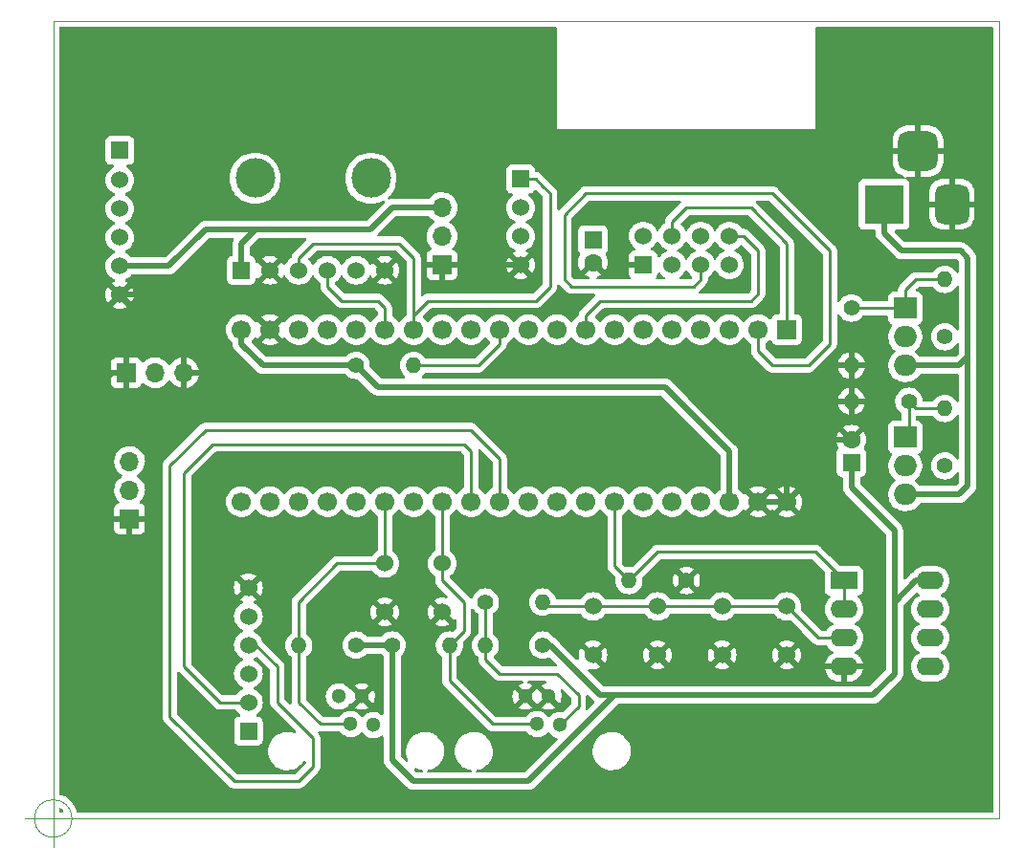
<source format=gbr>
%TF.GenerationSoftware,KiCad,Pcbnew,(6.0.4)*%
%TF.CreationDate,2023-07-18T11:50:36+07:00*%
%TF.ProjectId,05-Prototype-UpdatedComponents,30352d50-726f-4746-9f74-7970652d5570,rev?*%
%TF.SameCoordinates,PX82af528PY8a31af8*%
%TF.FileFunction,Copper,L2,Bot*%
%TF.FilePolarity,Positive*%
%FSLAX46Y46*%
G04 Gerber Fmt 4.6, Leading zero omitted, Abs format (unit mm)*
G04 Created by KiCad (PCBNEW (6.0.4)) date 2023-07-18 11:50:36*
%MOMM*%
%LPD*%
G01*
G04 APERTURE LIST*
G04 Aperture macros list*
%AMRoundRect*
0 Rectangle with rounded corners*
0 $1 Rounding radius*
0 $2 $3 $4 $5 $6 $7 $8 $9 X,Y pos of 4 corners*
0 Add a 4 corners polygon primitive as box body*
4,1,4,$2,$3,$4,$5,$6,$7,$8,$9,$2,$3,0*
0 Add four circle primitives for the rounded corners*
1,1,$1+$1,$2,$3*
1,1,$1+$1,$4,$5*
1,1,$1+$1,$6,$7*
1,1,$1+$1,$8,$9*
0 Add four rect primitives between the rounded corners*
20,1,$1+$1,$2,$3,$4,$5,0*
20,1,$1+$1,$4,$5,$6,$7,0*
20,1,$1+$1,$6,$7,$8,$9,0*
20,1,$1+$1,$8,$9,$2,$3,0*%
G04 Aperture macros list end*
%TA.AperFunction,Profile*%
%ADD10C,0.100000*%
%TD*%
%TA.AperFunction,ComponentPad*%
%ADD11O,1.700000X1.700000*%
%TD*%
%TA.AperFunction,ComponentPad*%
%ADD12R,1.700000X1.700000*%
%TD*%
%TA.AperFunction,ComponentPad*%
%ADD13R,3.500000X3.500000*%
%TD*%
%TA.AperFunction,ComponentPad*%
%ADD14RoundRect,0.750000X0.750000X1.000000X-0.750000X1.000000X-0.750000X-1.000000X0.750000X-1.000000X0*%
%TD*%
%TA.AperFunction,ComponentPad*%
%ADD15RoundRect,0.875000X0.875000X0.875000X-0.875000X0.875000X-0.875000X-0.875000X0.875000X-0.875000X0*%
%TD*%
%TA.AperFunction,ComponentPad*%
%ADD16C,1.300000*%
%TD*%
%TA.AperFunction,ComponentPad*%
%ADD17C,1.524000*%
%TD*%
%TA.AperFunction,ComponentPad*%
%ADD18R,1.524000X1.524000*%
%TD*%
%TA.AperFunction,ComponentPad*%
%ADD19C,1.600000*%
%TD*%
%TA.AperFunction,ComponentPad*%
%ADD20R,1.600000X1.600000*%
%TD*%
%TA.AperFunction,ComponentPad*%
%ADD21O,1.400000X1.400000*%
%TD*%
%TA.AperFunction,ComponentPad*%
%ADD22C,1.400000*%
%TD*%
%TA.AperFunction,ComponentPad*%
%ADD23O,2.400000X1.600000*%
%TD*%
%TA.AperFunction,ComponentPad*%
%ADD24R,2.400000X1.600000*%
%TD*%
%TA.AperFunction,ComponentPad*%
%ADD25O,2.000000X1.905000*%
%TD*%
%TA.AperFunction,ComponentPad*%
%ADD26R,2.000000X1.905000*%
%TD*%
%TA.AperFunction,WasherPad*%
%ADD27C,3.500000*%
%TD*%
%TA.AperFunction,ComponentPad*%
%ADD28C,1.700000*%
%TD*%
%TA.AperFunction,Conductor*%
%ADD29C,0.500000*%
%TD*%
%TA.AperFunction,Conductor*%
%ADD30C,0.250000*%
%TD*%
%TA.AperFunction,Conductor*%
%ADD31C,1.000000*%
%TD*%
G04 APERTURE END LIST*
D10*
X1666666Y0D02*
G75*
G03*
X1666666Y0I-1666666J0D01*
G01*
X-2500000Y0D02*
X2500000Y0D01*
X0Y2500000D02*
X0Y-2500000D01*
X0Y0D02*
X83693000Y0D01*
X83693000Y0D02*
X83693000Y70612000D01*
X83693000Y70612000D02*
X0Y70612000D01*
X0Y70612000D02*
X0Y0D01*
D11*
%TO.P,J2,3,Pin_3*%
%TO.N,UART_RX*%
X6756000Y31638000D03*
%TO.P,J2,2,Pin_2*%
%TO.N,UART_TX*%
X6756000Y29098000D03*
D12*
%TO.P,J2,1,Pin_1*%
%TO.N,GND*%
X6756000Y26558000D03*
%TD*%
D13*
%TO.P,J0,1*%
%TO.N,+VDC*%
X73502000Y54414500D03*
D14*
%TO.P,J0,2*%
%TO.N,GND*%
X79502000Y54414500D03*
D15*
%TO.P,J0,3*%
X76502000Y59114500D03*
%TD*%
D11*
%TO.P,J5,3,Pin_3*%
%TO.N,+3V3*%
X34392000Y54117000D03*
%TO.P,J5,2,Pin_2*%
%TO.N,DS18B20*%
X34392000Y51577000D03*
D12*
%TO.P,J5,1,Pin_1*%
%TO.N,GND*%
X34392000Y49037000D03*
%TD*%
%TO.P,J1,1,Pin_1*%
%TO.N,GND*%
X6452000Y39482000D03*
D11*
%TO.P,J1,2,Pin_2*%
%TO.N,/32768Hz out*%
X8992000Y39482000D03*
%TO.P,J1,3,Pin_3*%
%TO.N,GND*%
X11532000Y39482000D03*
%TD*%
D16*
%TO.P,J3,4*%
%TO.N,WindVane_raw*%
X44832000Y8277000D03*
%TO.P,J3,3*%
%TO.N,Anemometer*%
X42797000Y8377000D03*
%TO.P,J3,2*%
%TO.N,GND*%
X43817000Y10817000D03*
%TO.P,J3,1*%
X41782000Y10817000D03*
%TD*%
%TO.P,J4,4*%
%TO.N,unconnected-(J4-Pad4)*%
X28322000Y8277000D03*
%TO.P,J4,3*%
%TO.N,Rain gauge*%
X26287000Y8377000D03*
%TO.P,J4,2*%
%TO.N,GND*%
X27307000Y10817000D03*
%TO.P,J4,1*%
%TO.N,unconnected-(J4-Pad1)*%
X25272000Y10817000D03*
%TD*%
D17*
%TO.P,C5,2*%
%TO.N,GND*%
X59182000Y14487000D03*
%TO.P,C5,1*%
%TO.N,/Passive LPF*%
X59182000Y18787000D03*
%TD*%
D18*
%TO.P,U4,1,SCL*%
%TO.N,I2C_CLK*%
X41352000Y56642000D03*
D17*
X5892000Y54022000D03*
%TO.P,U4,2,SDA*%
%TO.N,I2C_SDA*%
X5892000Y51482000D03*
X41352000Y54102000D03*
%TO.P,U4,3,VCC*%
%TO.N,+3V3*%
X5892000Y48942000D03*
X41352000Y51562000D03*
%TO.P,U4,4,GND*%
%TO.N,GND*%
X41352000Y49022000D03*
X5892000Y46402000D03*
D18*
%TO.P,U4,5,32K*%
%TO.N,/32768Hz out*%
X5892000Y59182000D03*
D17*
%TO.P,U4,6,SQW*%
%TO.N,RTC_ALARM*%
X5892000Y56562000D03*
%TD*%
%TO.P,C3,2*%
%TO.N,GND*%
X47752000Y14487000D03*
%TO.P,C3,1*%
%TO.N,/Passive LPF*%
X47752000Y18787000D03*
%TD*%
D19*
%TO.P,C1,2*%
%TO.N,GND*%
X47752000Y49247112D03*
D20*
%TO.P,C1,1*%
%TO.N,+3.3VP*%
X47752000Y51247112D03*
%TD*%
D21*
%TO.P,R8,2*%
%TO.N,Rain gauge*%
X21717000Y15367000D03*
D22*
%TO.P,R8,1*%
%TO.N,+3V3*%
X26797000Y15367000D03*
%TD*%
D17*
%TO.P,C4,2*%
%TO.N,GND*%
X53467000Y14487000D03*
%TO.P,C4,1*%
%TO.N,/Passive LPF*%
X53467000Y18787000D03*
%TD*%
D23*
%TO.P,U6,8,V+*%
%TO.N,+3V3*%
X77582000Y21072000D03*
%TO.P,U6,7*%
%TO.N,unconnected-(U6-Pad7)*%
X77582000Y18532000D03*
%TO.P,U6,6,-*%
%TO.N,unconnected-(U6-Pad6)*%
X77582000Y15992000D03*
%TO.P,U6,5,+*%
%TO.N,unconnected-(U6-Pad5)*%
X77582000Y13452000D03*
%TO.P,U6,4,V-*%
%TO.N,GND*%
X69962000Y13452000D03*
%TO.P,U6,3,+*%
%TO.N,/Passive LPF*%
X69962000Y15992000D03*
%TO.P,U6,2,-*%
%TO.N,WindVane_filtered*%
X69962000Y18532000D03*
D24*
%TO.P,U6,1*%
X69962000Y21072000D03*
%TD*%
D17*
%TO.P,U5,8,DIO0*%
%TO.N,LoRa_DIO0*%
X59817000Y51592000D03*
%TO.P,U5,7,MISO*%
%TO.N,LoRa_MISO*%
X59817000Y49052000D03*
%TO.P,U5,6,MOSI*%
%TO.N,LoRa_MOSI*%
X57277000Y51592000D03*
%TO.P,U5,5,SCLK*%
%TO.N,LoRa_SCLK*%
X57277000Y49052000D03*
%TO.P,U5,4,NCSS*%
%TO.N,LoRa_NCSS*%
X54737000Y51592000D03*
%TO.P,U5,3,RST*%
%TO.N,LoRa_Reset*%
X54737000Y49052000D03*
%TO.P,U5,2,VCC*%
%TO.N,+3.3VP*%
X52197000Y51592000D03*
D18*
%TO.P,U5,1,GND*%
%TO.N,GND*%
X52197000Y49052000D03*
%TD*%
D19*
%TO.P,C0,2*%
%TO.N,GND*%
X70612000Y33556888D03*
D20*
%TO.P,C0,1*%
%TO.N,+3V3*%
X70612000Y31556888D03*
%TD*%
D21*
%TO.P,R3,2*%
%TO.N,GND*%
X70612000Y40132000D03*
D22*
%TO.P,R3,1*%
%TO.N,/V_adj_VP*%
X70612000Y45212000D03*
%TD*%
D17*
%TO.P,C2,2*%
%TO.N,Anemometer*%
X34417000Y22597000D03*
%TO.P,C2,1*%
%TO.N,GND*%
X34417000Y18297000D03*
%TD*%
D21*
%TO.P,R1,2*%
%TO.N,GND*%
X70612000Y36957000D03*
D22*
%TO.P,R1,1*%
%TO.N,/V_adj*%
X75692000Y36957000D03*
%TD*%
D17*
%TO.P,C7,2*%
%TO.N,Rain gauge*%
X29337000Y22597000D03*
%TO.P,C7,1*%
%TO.N,GND*%
X29337000Y18297000D03*
%TD*%
D25*
%TO.P,U1,3,VI*%
%TO.N,+VDC*%
X75382000Y28702000D03*
%TO.P,U1,2,VO*%
%TO.N,+3V3*%
X75382000Y31242000D03*
D26*
%TO.P,U1,1,ADJ*%
%TO.N,/V_adj*%
X75382000Y33782000D03*
%TD*%
D21*
%TO.P,R4,2*%
%TO.N,WindVane_raw*%
X38227000Y15367000D03*
D22*
%TO.P,R4,1*%
%TO.N,+3V3*%
X43307000Y15367000D03*
%TD*%
D17*
%TO.P,C6,2*%
%TO.N,GND*%
X64897000Y14487000D03*
%TO.P,C6,1*%
%TO.N,/Passive LPF*%
X64897000Y18787000D03*
%TD*%
D21*
%TO.P,R9,2*%
%TO.N,DS18B20*%
X31877000Y40132000D03*
D22*
%TO.P,R9,1*%
%TO.N,+3V3*%
X26797000Y40132000D03*
%TD*%
D21*
%TO.P,R0,2*%
%TO.N,/V_adj*%
X78867000Y36322000D03*
D22*
%TO.P,R0,1*%
%TO.N,+3V3*%
X78867000Y31242000D03*
%TD*%
D21*
%TO.P,R6,2*%
%TO.N,/Passive LPF*%
X43307000Y19177000D03*
D22*
%TO.P,R6,1*%
%TO.N,WindVane_raw*%
X38227000Y19177000D03*
%TD*%
D17*
%TO.P,U7,5,ADDR*%
%TO.N,GND*%
X29337000Y48567000D03*
%TO.P,U7,4,SDA*%
%TO.N,I2C_SDA*%
X24257000Y48567000D03*
%TO.P,U7,3,SCL*%
%TO.N,I2C_CLK*%
X21717000Y48567000D03*
%TO.P,U7,2,GND*%
%TO.N,GND*%
X19177000Y48567000D03*
%TO.P,U7,1,VCC*%
%TO.N,+3V3*%
X26797000Y48567000D03*
D18*
X16637000Y48567000D03*
D27*
%TO.P,U7,*%
%TO.N,*%
X17867000Y56717000D03*
X28107000Y56717000D03*
%TD*%
D18*
%TO.P,U3,1,3V3*%
%TO.N,+3V3*%
X17267000Y7747000D03*
D17*
%TO.P,U3,2,CS*%
%TO.N,MICROSD_NCSS*%
X17267000Y10287000D03*
%TO.P,U3,3,MOSI*%
%TO.N,SPI1_MOSI*%
X17267000Y12827000D03*
%TO.P,U3,4,CLK*%
%TO.N,SPI1_SCK*%
X17267000Y15367000D03*
%TO.P,U3,5,MISO*%
%TO.N,SPI1_MISO*%
X17267000Y17907000D03*
%TO.P,U3,6,GND*%
%TO.N,GND*%
X17267000Y20447000D03*
%TD*%
D21*
%TO.P,R2,2*%
%TO.N,/V_adj_VP*%
X78867000Y47752000D03*
D22*
%TO.P,R2,1*%
%TO.N,+3.3VP*%
X78867000Y42672000D03*
%TD*%
D25*
%TO.P,U2,3,VI*%
%TO.N,+VDC*%
X75382000Y40132000D03*
%TO.P,U2,2,VO*%
%TO.N,+3.3VP*%
X75382000Y42672000D03*
D26*
%TO.P,U2,1,ADJ*%
%TO.N,/V_adj_VP*%
X75382000Y45212000D03*
%TD*%
D28*
%TO.P,U0,40,GND*%
%TO.N,GND*%
X64897000Y28067000D03*
%TO.P,U0,39,GND*%
X62357000Y28067000D03*
%TO.P,U0,38,3V3*%
%TO.N,+3V3*%
X59817000Y28067000D03*
%TO.P,U0,37,RST*%
%TO.N,unconnected-(U0-Pad37)*%
X57277000Y28067000D03*
%TO.P,U0,36,PB11*%
%TO.N,unconnected-(U0-Pad36)*%
X54737000Y28067000D03*
%TO.P,U0,35,PB10*%
%TO.N,unconnected-(U0-Pad35)*%
X52197000Y28067000D03*
%TO.P,U0,34,PB1*%
%TO.N,WindVane_filtered*%
X49657000Y28067000D03*
%TO.P,U0,33,PB0*%
%TO.N,unconnected-(U0-Pad33)*%
X47117000Y28067000D03*
%TO.P,U0,32,PA7*%
%TO.N,SPI1_MOSI*%
X44577000Y28067000D03*
%TO.P,U0,31,PA6*%
%TO.N,SPI1_MISO*%
X42037000Y28067000D03*
%TO.P,U0,30,PA5*%
%TO.N,SPI1_SCK*%
X39497000Y28067000D03*
%TO.P,U0,29,PA4*%
%TO.N,MICROSD_NCSS*%
X36957000Y28067000D03*
%TO.P,U0,28,PA3*%
%TO.N,Anemometer*%
X34417000Y28067000D03*
%TO.P,U0,27,PA2*%
%TO.N,unconnected-(U0-Pad27)*%
X31877000Y28067000D03*
%TO.P,U0,26,PA1*%
%TO.N,Rain gauge*%
X29337000Y28067000D03*
%TO.P,U0,25,PA0*%
%TO.N,unconnected-(U0-Pad25)*%
X26797000Y28067000D03*
%TO.P,U0,24,PC15*%
%TO.N,unconnected-(U0-Pad24)*%
X24257000Y28067000D03*
%TO.P,U0,23,PC14*%
%TO.N,unconnected-(U0-Pad23)*%
X21717000Y28067000D03*
%TO.P,U0,22,PC13*%
%TO.N,unconnected-(U0-Pad22)*%
X19177000Y28067000D03*
%TO.P,U0,21,VBat*%
%TO.N,unconnected-(U0-Pad21)*%
X16637000Y28067000D03*
%TO.P,U0,20,3V3*%
%TO.N,+3V3*%
X16637000Y43307000D03*
%TO.P,U0,19,GND*%
%TO.N,GND*%
X19177000Y43307000D03*
%TO.P,U0,18,5V*%
%TO.N,unconnected-(U0-Pad18)*%
X21717000Y43307000D03*
%TO.P,U0,17,PB9*%
%TO.N,unconnected-(U0-Pad17)*%
X24257000Y43307000D03*
%TO.P,U0,16,PB8*%
%TO.N,unconnected-(U0-Pad16)*%
X26797000Y43307000D03*
%TO.P,U0,15,PB7*%
%TO.N,I2C_SDA*%
X29337000Y43307000D03*
%TO.P,U0,14,PB6*%
%TO.N,I2C_CLK*%
X31877000Y43307000D03*
%TO.P,U0,13,PB5*%
%TO.N,unconnected-(U0-Pad13)*%
X34417000Y43307000D03*
%TO.P,U0,12,PB4*%
%TO.N,unconnected-(U0-Pad12)*%
X36957000Y43307000D03*
%TO.P,U0,11,PB3*%
%TO.N,DS18B20*%
X39497000Y43307000D03*
%TO.P,U0,10,PA15*%
%TO.N,RTC_ALARM*%
X42037000Y43307000D03*
%TO.P,U0,9,PA12*%
%TO.N,unconnected-(U0-Pad9)*%
X44577000Y43307000D03*
%TO.P,U0,8,PA11*%
%TO.N,LoRa_DIO0*%
X47117000Y43307000D03*
%TO.P,U0,7,PA10*%
%TO.N,UART_RX*%
X49657000Y43307000D03*
%TO.P,U0,6,PA9*%
%TO.N,UART_TX*%
X52197000Y43307000D03*
%TO.P,U0,5,PA8*%
%TO.N,LoRa_Reset*%
X54737000Y43307000D03*
%TO.P,U0,4,PB15*%
%TO.N,LoRa_MOSI*%
X57277000Y43307000D03*
%TO.P,U0,3,PB14*%
%TO.N,LoRa_MISO*%
X59817000Y43307000D03*
%TO.P,U0,2,PB13*%
%TO.N,LoRa_SCLK*%
X62357000Y43307000D03*
D12*
%TO.P,U0,1,PB12*%
%TO.N,LoRa_NCSS*%
X64897000Y43307000D03*
%TD*%
D21*
%TO.P,R5,2*%
%TO.N,Anemometer*%
X35052000Y15367000D03*
D22*
%TO.P,R5,1*%
%TO.N,+3V3*%
X29972000Y15367000D03*
%TD*%
D21*
%TO.P,R7,2*%
%TO.N,WindVane_filtered*%
X50927000Y21082000D03*
D22*
%TO.P,R7,1*%
%TO.N,GND*%
X56007000Y21082000D03*
%TD*%
D29*
%TO.N,GND*%
X2032000Y36322000D02*
X5192000Y39482000D01*
X5192000Y39482000D02*
X6452000Y39482000D01*
X2032000Y28702000D02*
X2032000Y36322000D01*
X4176000Y26558000D02*
X2032000Y28702000D01*
X6756000Y26558000D02*
X4176000Y26558000D01*
%TO.N,+3V3*%
X54102000Y38227000D02*
X59817000Y32512000D01*
X59817000Y32512000D02*
X59817000Y28067000D01*
X28702000Y38227000D02*
X54102000Y38227000D01*
X26797000Y40132000D02*
X28702000Y38227000D01*
D30*
%TO.N,DS18B20*%
X39497000Y42037000D02*
X39497000Y43307000D01*
X37592000Y40132000D02*
X39497000Y42037000D01*
X31877000Y40132000D02*
X37592000Y40132000D01*
D29*
%TO.N,+VDC*%
X80899000Y40894000D02*
X80899000Y41275000D01*
X80137000Y40132000D02*
X80899000Y40894000D01*
X80899000Y41275000D02*
X80899000Y29464000D01*
X80899000Y41910000D02*
X80899000Y41275000D01*
X80137000Y28702000D02*
X75382000Y28702000D01*
X80899000Y29464000D02*
X80137000Y28702000D01*
X75057000Y50292000D02*
X80264000Y50292000D01*
X73502000Y51847000D02*
X75057000Y50292000D01*
X73502000Y54414500D02*
X73502000Y51847000D01*
X80264000Y50292000D02*
X80899000Y49657000D01*
X80899000Y49657000D02*
X80899000Y41910000D01*
%TO.N,GND*%
X8462000Y46402000D02*
X11557000Y43307000D01*
X5892000Y46402000D02*
X8462000Y46402000D01*
X11557000Y43307000D02*
X11532000Y43282000D01*
X11532000Y43282000D02*
X11532000Y39482000D01*
D30*
%TO.N,SPI1_SCK*%
X17907000Y15367000D02*
X17267000Y15367000D01*
X19812000Y13462000D02*
X17907000Y15367000D01*
X22987000Y7112000D02*
X19812000Y10287000D01*
X22987000Y4572000D02*
X22987000Y7112000D01*
X10287000Y9017000D02*
X16002000Y3302000D01*
X16002000Y3302000D02*
X21717000Y3302000D01*
X10287000Y31242000D02*
X10287000Y9017000D01*
X13462000Y34417000D02*
X10287000Y31242000D01*
X36957000Y34417000D02*
X13462000Y34417000D01*
X21717000Y3302000D02*
X22987000Y4572000D01*
X19812000Y10287000D02*
X19812000Y13462000D01*
X39497000Y31877000D02*
X36957000Y34417000D01*
X39497000Y28067000D02*
X39497000Y31877000D01*
%TO.N,MICROSD_NCSS*%
X14732000Y10287000D02*
X17267000Y10287000D01*
X11557000Y30607000D02*
X11557000Y13462000D01*
X11557000Y13462000D02*
X14732000Y10287000D01*
X14097000Y33147000D02*
X11557000Y30607000D01*
X36322000Y33147000D02*
X14097000Y33147000D01*
X36957000Y32512000D02*
X36322000Y33147000D01*
X36957000Y28067000D02*
X36957000Y32512000D01*
D29*
%TO.N,GND*%
X41337000Y49037000D02*
X41352000Y49022000D01*
X34392000Y49037000D02*
X41337000Y49037000D01*
X64897000Y28067000D02*
X62357000Y28067000D01*
X64897000Y31877000D02*
X64897000Y28067000D01*
X70612000Y33556888D02*
X66576888Y33556888D01*
X66576888Y33556888D02*
X64897000Y31877000D01*
%TO.N,+3V3*%
X16637000Y42037000D02*
X18542000Y40132000D01*
X18542000Y40132000D02*
X26797000Y40132000D01*
X16637000Y43307000D02*
X16637000Y42037000D01*
X74422000Y25527000D02*
X74422000Y19177000D01*
X70612000Y29337000D02*
X74422000Y25527000D01*
X70612000Y31556888D02*
X70612000Y29337000D01*
%TO.N,+VDC*%
X80137000Y40132000D02*
X75382000Y40132000D01*
D30*
%TO.N,LoRa_SCLK*%
X62357000Y41402000D02*
X62357000Y43307000D01*
X63627000Y40132000D02*
X62357000Y41402000D01*
X66802000Y40132000D02*
X63627000Y40132000D01*
X68707000Y42037000D02*
X66802000Y40132000D01*
X68707000Y50292000D02*
X68707000Y42037000D01*
X63627000Y55372000D02*
X68707000Y50292000D01*
X47117000Y55372000D02*
X63627000Y55372000D01*
X45212000Y53467000D02*
X47117000Y55372000D01*
X45212000Y47752000D02*
X45212000Y53467000D01*
X45847000Y47117000D02*
X45212000Y47752000D01*
X56642000Y47117000D02*
X45847000Y47117000D01*
X57277000Y47752000D02*
X56642000Y47117000D01*
X57277000Y49052000D02*
X57277000Y47752000D01*
%TO.N,LoRa_DIO0*%
X47117000Y44577000D02*
X47117000Y43307000D01*
X61722000Y45847000D02*
X48387000Y45847000D01*
X48387000Y45847000D02*
X47117000Y44577000D01*
X62357000Y50292000D02*
X62357000Y46482000D01*
X62357000Y46482000D02*
X61722000Y45847000D01*
X61057000Y51592000D02*
X62357000Y50292000D01*
X59817000Y51592000D02*
X61057000Y51592000D01*
%TO.N,LoRa_NCSS*%
X61722000Y54102000D02*
X64897000Y50927000D01*
X56007000Y54102000D02*
X61722000Y54102000D01*
X54737000Y52832000D02*
X56007000Y54102000D01*
X54737000Y51592000D02*
X54737000Y52832000D01*
X64897000Y50927000D02*
X64897000Y43307000D01*
D29*
%TO.N,GND*%
X47947112Y49052000D02*
X47752000Y49247112D01*
D30*
%TO.N,/V_adj_VP*%
X70612000Y45212000D02*
X75382000Y45212000D01*
X75382000Y46807000D02*
X75382000Y45212000D01*
X76327000Y47752000D02*
X75382000Y46807000D01*
X75692000Y45522000D02*
X75382000Y45212000D01*
X78867000Y47752000D02*
X76327000Y47752000D01*
%TO.N,/V_adj*%
X75692000Y34092000D02*
X75382000Y33782000D01*
X75692000Y36957000D02*
X75692000Y34092000D01*
X76327000Y36322000D02*
X75692000Y36957000D01*
X78867000Y36322000D02*
X76327000Y36322000D01*
D29*
%TO.N,+3V3*%
X77582000Y21097000D02*
X77582000Y21072000D01*
X10207000Y48942000D02*
X5892000Y48942000D01*
X17907000Y52197000D02*
X13462000Y52197000D01*
X13462000Y52197000D02*
X10207000Y48942000D01*
X28067000Y52197000D02*
X29987000Y54117000D01*
X17907000Y52197000D02*
X28067000Y52197000D01*
X16637000Y50927000D02*
X17907000Y52197000D01*
X16637000Y48567000D02*
X16637000Y50927000D01*
X29987000Y54117000D02*
X34392000Y54117000D01*
D30*
%TO.N,I2C_CLK*%
X42672000Y45847000D02*
X33147000Y45847000D01*
X43942000Y47117000D02*
X42672000Y45847000D01*
X43942000Y53467000D02*
X43942000Y47117000D01*
X33147000Y45847000D02*
X31877000Y44577000D01*
X31877000Y44577000D02*
X31877000Y43307000D01*
X43942000Y55372000D02*
X43942000Y53467000D01*
X43307000Y56007000D02*
X43942000Y55372000D01*
X42672000Y56642000D02*
X43307000Y56007000D01*
X41352000Y56642000D02*
X42672000Y56642000D01*
X31877000Y49657000D02*
X31877000Y44577000D01*
D29*
%TO.N,+3V3*%
X43942000Y15367000D02*
X43307000Y15367000D01*
X48387000Y10922000D02*
X43942000Y15367000D01*
X49657000Y10922000D02*
X48387000Y10922000D01*
X31877000Y3302000D02*
X42037000Y3302000D01*
X72517000Y10922000D02*
X49657000Y10922000D01*
X29972000Y5207000D02*
X31877000Y3302000D01*
X42037000Y3302000D02*
X49657000Y10922000D01*
X29972000Y15367000D02*
X29972000Y5207000D01*
X74422000Y12827000D02*
X72517000Y10922000D01*
X74422000Y19177000D02*
X74422000Y12827000D01*
X76317000Y21072000D02*
X74422000Y19177000D01*
X77582000Y21072000D02*
X76317000Y21072000D01*
D30*
%TO.N,WindVane_raw*%
X46482000Y10922000D02*
X46482000Y9927000D01*
X44577000Y12827000D02*
X46482000Y10922000D01*
X39497000Y12827000D02*
X44577000Y12827000D01*
D29*
%TO.N,+3V3*%
X26797000Y15367000D02*
X29972000Y15367000D01*
D30*
%TO.N,Anemometer*%
X36322000Y16637000D02*
X35052000Y15367000D01*
X36322000Y19177000D02*
X36322000Y16637000D01*
X34417000Y21082000D02*
X36322000Y19177000D01*
X34417000Y22597000D02*
X34417000Y21082000D01*
%TO.N,WindVane_raw*%
X38227000Y14097000D02*
X38227000Y15367000D01*
X39497000Y12827000D02*
X38227000Y14097000D01*
X44832000Y8277000D02*
X46482000Y9927000D01*
%TO.N,Anemometer*%
X38867000Y8377000D02*
X42797000Y8377000D01*
X35052000Y12192000D02*
X38867000Y8377000D01*
X35052000Y15367000D02*
X35052000Y12192000D01*
%TO.N,Rain gauge*%
X25137000Y22597000D02*
X29337000Y22597000D01*
X21717000Y15367000D02*
X21717000Y19177000D01*
X21717000Y19177000D02*
X25137000Y22597000D01*
X23627000Y8377000D02*
X26287000Y8377000D01*
X21717000Y15367000D02*
X21717000Y10287000D01*
X21717000Y10287000D02*
X23627000Y8377000D01*
%TO.N,Anemometer*%
X34417000Y22597000D02*
X34417000Y28067000D01*
%TO.N,Rain gauge*%
X29337000Y22597000D02*
X29337000Y28067000D01*
%TO.N,/Passive LPF*%
X53467000Y18787000D02*
X59182000Y18787000D01*
X67682000Y16002000D02*
X68072000Y16002000D01*
X43697000Y18787000D02*
X43307000Y19177000D01*
X59182000Y18787000D02*
X64897000Y18787000D01*
X47752000Y18787000D02*
X53467000Y18787000D01*
X68072000Y16002000D02*
X68082000Y15992000D01*
X47752000Y18787000D02*
X43697000Y18787000D01*
X68082000Y15992000D02*
X69962000Y15992000D01*
X64897000Y18787000D02*
X67682000Y16002000D01*
%TO.N,WindVane_raw*%
X38227000Y15367000D02*
X38227000Y19177000D01*
D31*
%TO.N,+3V3*%
X17267000Y7747000D02*
X17272000Y7747000D01*
D30*
%TO.N,WindVane_filtered*%
X50927000Y21082000D02*
X53467000Y23622000D01*
X67412000Y23622000D02*
X69962000Y21072000D01*
X69962000Y21072000D02*
X69962000Y18532000D01*
X49657000Y28067000D02*
X49657000Y22352000D01*
X49657000Y22352000D02*
X50927000Y21082000D01*
X53467000Y23622000D02*
X67412000Y23622000D01*
%TO.N,I2C_CLK*%
X30607000Y50927000D02*
X31877000Y49657000D01*
X21717000Y49657000D02*
X22987000Y50927000D01*
X21717000Y48567000D02*
X21717000Y49657000D01*
X22987000Y50927000D02*
X30607000Y50927000D01*
%TO.N,I2C_SDA*%
X25527000Y45847000D02*
X28702000Y45847000D01*
X24257000Y48567000D02*
X24257000Y47117000D01*
X28702000Y45847000D02*
X29337000Y45212000D01*
X24257000Y47117000D02*
X25527000Y45847000D01*
X29337000Y45212000D02*
X29337000Y43307000D01*
%TD*%
%TA.AperFunction,Conductor*%
%TO.N,GND*%
G36*
X44519121Y70083498D02*
G01*
X44565614Y70029842D01*
X44577000Y69977500D01*
X44577000Y61087000D01*
X67437000Y61087000D01*
X67437000Y69977500D01*
X67457002Y70045621D01*
X67510658Y70092114D01*
X67563000Y70103500D01*
X83058500Y70103500D01*
X83126621Y70083498D01*
X83173114Y70029842D01*
X83184500Y69977500D01*
X83184500Y634500D01*
X83164498Y566379D01*
X83110842Y519886D01*
X83058500Y508500D01*
X2216537Y508500D01*
X2148416Y528502D01*
X2101923Y582158D01*
X2097764Y592440D01*
X2056173Y709889D01*
X2000934Y865881D01*
X1864907Y1129428D01*
X1851226Y1148895D01*
X1696835Y1368570D01*
X1694372Y1372075D01*
X1492483Y1589333D01*
X1489168Y1592047D01*
X1489164Y1592050D01*
X1266295Y1774466D01*
X1262977Y1777182D01*
X1010101Y1932144D01*
X738533Y2051354D01*
X711776Y2058976D01*
X599981Y2090822D01*
X539946Y2128721D01*
X509932Y2193061D01*
X508500Y2212001D01*
X508500Y25663331D01*
X5398001Y25663331D01*
X5398371Y25656510D01*
X5403895Y25605648D01*
X5407521Y25590396D01*
X5452676Y25469946D01*
X5461214Y25454351D01*
X5537715Y25352276D01*
X5550276Y25339715D01*
X5652351Y25263214D01*
X5667946Y25254676D01*
X5788394Y25209522D01*
X5803649Y25205895D01*
X5854514Y25200369D01*
X5861328Y25200000D01*
X6483885Y25200000D01*
X6499124Y25204475D01*
X6500329Y25205865D01*
X6502000Y25213548D01*
X6502000Y25218116D01*
X7010000Y25218116D01*
X7014475Y25202877D01*
X7015865Y25201672D01*
X7023548Y25200001D01*
X7650669Y25200001D01*
X7657490Y25200371D01*
X7708352Y25205895D01*
X7723604Y25209521D01*
X7844054Y25254676D01*
X7859649Y25263214D01*
X7961724Y25339715D01*
X7974285Y25352276D01*
X8050786Y25454351D01*
X8059324Y25469946D01*
X8104478Y25590394D01*
X8108105Y25605649D01*
X8113631Y25656514D01*
X8114000Y25663328D01*
X8114000Y26285885D01*
X8109525Y26301124D01*
X8108135Y26302329D01*
X8100452Y26304000D01*
X7028115Y26304000D01*
X7012876Y26299525D01*
X7011671Y26298135D01*
X7010000Y26290452D01*
X7010000Y25218116D01*
X6502000Y25218116D01*
X6502000Y26285885D01*
X6497525Y26301124D01*
X6496135Y26302329D01*
X6488452Y26304000D01*
X5416116Y26304000D01*
X5400877Y26299525D01*
X5399672Y26298135D01*
X5398001Y26290452D01*
X5398001Y25663331D01*
X508500Y25663331D01*
X508500Y29131305D01*
X5393251Y29131305D01*
X5393548Y29126152D01*
X5393548Y29126149D01*
X5401459Y28988942D01*
X5406110Y28908285D01*
X5407247Y28903239D01*
X5407248Y28903233D01*
X5428275Y28809931D01*
X5455222Y28690361D01*
X5539266Y28483384D01*
X5655987Y28292912D01*
X5802250Y28124062D01*
X5806225Y28120762D01*
X5806231Y28120756D01*
X5811425Y28116444D01*
X5851059Y28057540D01*
X5852555Y27986559D01*
X5815439Y27926038D01*
X5775168Y27901520D01*
X5667946Y27861324D01*
X5652351Y27852786D01*
X5550276Y27776285D01*
X5537715Y27763724D01*
X5461214Y27661649D01*
X5452676Y27646054D01*
X5407522Y27525606D01*
X5403895Y27510351D01*
X5398369Y27459486D01*
X5398000Y27452672D01*
X5398000Y26830115D01*
X5402475Y26814876D01*
X5403865Y26813671D01*
X5411548Y26812000D01*
X8095884Y26812000D01*
X8111123Y26816475D01*
X8112328Y26817865D01*
X8113999Y26825548D01*
X8113999Y27452669D01*
X8113629Y27459490D01*
X8108105Y27510352D01*
X8104479Y27525604D01*
X8059324Y27646054D01*
X8050786Y27661649D01*
X7974285Y27763724D01*
X7961724Y27776285D01*
X7859649Y27852786D01*
X7844054Y27861324D01*
X7733813Y27902652D01*
X7677049Y27945294D01*
X7652349Y28011855D01*
X7667557Y28081204D01*
X7689104Y28109885D01*
X7790430Y28210856D01*
X7790440Y28210868D01*
X7794096Y28214511D01*
X7853594Y28297311D01*
X7921435Y28391723D01*
X7924453Y28395923D01*
X7942056Y28431539D01*
X8021136Y28591547D01*
X8021137Y28591549D01*
X8023430Y28596189D01*
X8065794Y28735625D01*
X8086865Y28804977D01*
X8086865Y28804979D01*
X8088370Y28809931D01*
X8117529Y29031410D01*
X8118506Y29071389D01*
X8119074Y29094635D01*
X8119074Y29094639D01*
X8119156Y29098000D01*
X8100852Y29320639D01*
X8046431Y29537298D01*
X7957354Y29742160D01*
X7836014Y29929723D01*
X7685670Y30094949D01*
X7681619Y30098148D01*
X7681615Y30098152D01*
X7514414Y30230200D01*
X7514410Y30230202D01*
X7510359Y30233402D01*
X7469053Y30256204D01*
X7419084Y30306636D01*
X7404312Y30376079D01*
X7429428Y30442484D01*
X7456780Y30469091D01*
X7514389Y30510183D01*
X7635860Y30596827D01*
X7670090Y30630937D01*
X7790435Y30750863D01*
X7794096Y30754511D01*
X7853594Y30837311D01*
X7921435Y30931723D01*
X7924453Y30935923D01*
X7946038Y30979596D01*
X8021136Y31131547D01*
X8021137Y31131549D01*
X8023430Y31136189D01*
X8088370Y31349931D01*
X8117529Y31571410D01*
X8117657Y31576631D01*
X8119074Y31634635D01*
X8119074Y31634639D01*
X8119156Y31638000D01*
X8100852Y31860639D01*
X8046431Y32077298D01*
X7957354Y32282160D01*
X7892793Y32381956D01*
X7838822Y32465383D01*
X7838820Y32465386D01*
X7836014Y32469723D01*
X7685670Y32634949D01*
X7681619Y32638148D01*
X7681615Y32638152D01*
X7514414Y32770200D01*
X7514410Y32770202D01*
X7510359Y32773402D01*
X7314789Y32881362D01*
X7309920Y32883086D01*
X7309916Y32883088D01*
X7109087Y32954205D01*
X7109083Y32954206D01*
X7104212Y32955931D01*
X7099119Y32956838D01*
X7099116Y32956839D01*
X6889373Y32994200D01*
X6889367Y32994201D01*
X6884284Y32995106D01*
X6810452Y32996008D01*
X6666081Y32997772D01*
X6666079Y32997772D01*
X6660911Y32997835D01*
X6440091Y32964045D01*
X6227756Y32894643D01*
X6197443Y32878863D01*
X6083633Y32819617D01*
X6029607Y32791493D01*
X6025474Y32788390D01*
X6025471Y32788388D01*
X5856653Y32661636D01*
X5850965Y32657365D01*
X5696629Y32495862D01*
X5693715Y32491590D01*
X5693714Y32491589D01*
X5659926Y32442057D01*
X5570743Y32311320D01*
X5530762Y32225187D01*
X5483323Y32122988D01*
X5476688Y32108695D01*
X5416989Y31893430D01*
X5393251Y31671305D01*
X5393548Y31666152D01*
X5393548Y31666149D01*
X5398902Y31573301D01*
X5406110Y31448285D01*
X5407247Y31443239D01*
X5407248Y31443233D01*
X5414217Y31412312D01*
X5455222Y31230361D01*
X5539266Y31023384D01*
X5541965Y31018980D01*
X5637770Y30862640D01*
X5655987Y30832912D01*
X5802250Y30664062D01*
X5974126Y30521368D01*
X6044595Y30480189D01*
X6047445Y30478524D01*
X6096169Y30426886D01*
X6109240Y30357103D01*
X6082509Y30291331D01*
X6042055Y30257973D01*
X6036619Y30255143D01*
X6029607Y30251493D01*
X6025474Y30248390D01*
X6025471Y30248388D01*
X5949585Y30191411D01*
X5850965Y30117365D01*
X5847393Y30113627D01*
X5713392Y29973403D01*
X5696629Y29955862D01*
X5570743Y29771320D01*
X5476688Y29568695D01*
X5416989Y29353430D01*
X5393251Y29131305D01*
X508500Y29131305D01*
X508500Y38587331D01*
X5094001Y38587331D01*
X5094371Y38580510D01*
X5099895Y38529648D01*
X5103521Y38514396D01*
X5148676Y38393946D01*
X5157214Y38378351D01*
X5233715Y38276276D01*
X5246276Y38263715D01*
X5348351Y38187214D01*
X5363946Y38178676D01*
X5484394Y38133522D01*
X5499649Y38129895D01*
X5550514Y38124369D01*
X5557328Y38124000D01*
X6179885Y38124000D01*
X6195124Y38128475D01*
X6196329Y38129865D01*
X6198000Y38137548D01*
X6198000Y38142116D01*
X6706000Y38142116D01*
X6710475Y38126877D01*
X6711865Y38125672D01*
X6719548Y38124001D01*
X7346669Y38124001D01*
X7353490Y38124371D01*
X7404352Y38129895D01*
X7419604Y38133521D01*
X7540054Y38178676D01*
X7555649Y38187214D01*
X7657724Y38263715D01*
X7670285Y38276276D01*
X7746786Y38378351D01*
X7755324Y38393946D01*
X7796225Y38503048D01*
X7838867Y38559812D01*
X7905428Y38584512D01*
X7974777Y38569304D01*
X8009444Y38541316D01*
X8034865Y38511969D01*
X8034869Y38511965D01*
X8038250Y38508062D01*
X8210126Y38365368D01*
X8403000Y38252662D01*
X8611692Y38172970D01*
X8616760Y38171939D01*
X8616763Y38171938D01*
X8717741Y38151394D01*
X8830597Y38128433D01*
X8835772Y38128243D01*
X8835774Y38128243D01*
X9048673Y38120436D01*
X9048677Y38120436D01*
X9053837Y38120247D01*
X9058957Y38120903D01*
X9058959Y38120903D01*
X9270288Y38147975D01*
X9270289Y38147975D01*
X9275416Y38148632D01*
X9280849Y38150262D01*
X9484429Y38211339D01*
X9484434Y38211341D01*
X9489384Y38212826D01*
X9689994Y38311104D01*
X9871860Y38440827D01*
X10030096Y38598511D01*
X10092732Y38685678D01*
X10160453Y38779923D01*
X10161640Y38779070D01*
X10208960Y38822638D01*
X10278897Y38834855D01*
X10344338Y38807322D01*
X10372166Y38775489D01*
X10429694Y38681612D01*
X10435777Y38673301D01*
X10575213Y38512333D01*
X10582580Y38505117D01*
X10746434Y38369084D01*
X10754881Y38363169D01*
X10938756Y38255721D01*
X10948042Y38251271D01*
X11147001Y38175297D01*
X11156899Y38172421D01*
X11260250Y38151394D01*
X11274299Y38152590D01*
X11278000Y38162935D01*
X11278000Y38163483D01*
X11786000Y38163483D01*
X11790064Y38149641D01*
X11803478Y38147607D01*
X11810184Y38148466D01*
X11820262Y38150608D01*
X12024255Y38211809D01*
X12033842Y38215567D01*
X12225095Y38309261D01*
X12233945Y38314536D01*
X12407328Y38438208D01*
X12415200Y38444861D01*
X12566052Y38595188D01*
X12572730Y38603035D01*
X12697003Y38775980D01*
X12702313Y38784817D01*
X12796670Y38975733D01*
X12800469Y38985328D01*
X12862377Y39189090D01*
X12864555Y39199163D01*
X12865986Y39210038D01*
X12863775Y39224222D01*
X12850617Y39228000D01*
X11804115Y39228000D01*
X11788876Y39223525D01*
X11787671Y39222135D01*
X11786000Y39214452D01*
X11786000Y38163483D01*
X11278000Y38163483D01*
X11278000Y39754115D01*
X11786000Y39754115D01*
X11790475Y39738876D01*
X11791865Y39737671D01*
X11799548Y39736000D01*
X12850344Y39736000D01*
X12863875Y39739973D01*
X12865180Y39749053D01*
X12823214Y39916125D01*
X12819894Y39925876D01*
X12734972Y40121186D01*
X12730105Y40130261D01*
X12614426Y40309074D01*
X12608136Y40317243D01*
X12464806Y40474760D01*
X12457273Y40481785D01*
X12290139Y40613778D01*
X12281552Y40619483D01*
X12095117Y40722401D01*
X12085705Y40726631D01*
X11884959Y40797720D01*
X11874988Y40800354D01*
X11803837Y40813028D01*
X11790540Y40811568D01*
X11786000Y40797011D01*
X11786000Y39754115D01*
X11278000Y39754115D01*
X11278000Y40798898D01*
X11274082Y40812242D01*
X11259806Y40814229D01*
X11221324Y40808340D01*
X11211288Y40805949D01*
X11008868Y40739788D01*
X10999359Y40735791D01*
X10810463Y40637458D01*
X10801738Y40631964D01*
X10631433Y40504095D01*
X10623726Y40497252D01*
X10476590Y40343283D01*
X10470109Y40335278D01*
X10365498Y40181926D01*
X10310587Y40136924D01*
X10240062Y40128753D01*
X10176315Y40160007D01*
X10155618Y40184491D01*
X10074822Y40309383D01*
X10074820Y40309386D01*
X10072014Y40313723D01*
X9921670Y40478949D01*
X9917619Y40482148D01*
X9917615Y40482152D01*
X9750414Y40614200D01*
X9750410Y40614202D01*
X9746359Y40617402D01*
X9710028Y40637458D01*
X9618970Y40687724D01*
X9550789Y40725362D01*
X9545920Y40727086D01*
X9545916Y40727088D01*
X9345087Y40798205D01*
X9345083Y40798206D01*
X9340212Y40799931D01*
X9335119Y40800838D01*
X9335116Y40800839D01*
X9125373Y40838200D01*
X9125367Y40838201D01*
X9120284Y40839106D01*
X9046452Y40840008D01*
X8902081Y40841772D01*
X8902079Y40841772D01*
X8896911Y40841835D01*
X8676091Y40808045D01*
X8463756Y40738643D01*
X8265607Y40635493D01*
X8261474Y40632390D01*
X8261471Y40632388D01*
X8147625Y40546910D01*
X8086965Y40501365D01*
X8083393Y40497627D01*
X8005898Y40416534D01*
X7944374Y40381105D01*
X7873462Y40384562D01*
X7815676Y40425808D01*
X7796823Y40459356D01*
X7755324Y40570054D01*
X7746786Y40585649D01*
X7670285Y40687724D01*
X7657724Y40700285D01*
X7555649Y40776786D01*
X7540054Y40785324D01*
X7419606Y40830478D01*
X7404351Y40834105D01*
X7353486Y40839631D01*
X7346672Y40840000D01*
X6724115Y40840000D01*
X6708876Y40835525D01*
X6707671Y40834135D01*
X6706000Y40826452D01*
X6706000Y38142116D01*
X6198000Y38142116D01*
X6198000Y39209885D01*
X6193525Y39225124D01*
X6192135Y39226329D01*
X6184452Y39228000D01*
X5112116Y39228000D01*
X5096877Y39223525D01*
X5095672Y39222135D01*
X5094001Y39214452D01*
X5094001Y38587331D01*
X508500Y38587331D01*
X508500Y39754115D01*
X5094000Y39754115D01*
X5098475Y39738876D01*
X5099865Y39737671D01*
X5107548Y39736000D01*
X6179885Y39736000D01*
X6195124Y39740475D01*
X6196329Y39741865D01*
X6198000Y39749548D01*
X6198000Y40821884D01*
X6193525Y40837123D01*
X6192135Y40838328D01*
X6184452Y40839999D01*
X5557331Y40839999D01*
X5550510Y40839629D01*
X5499648Y40834105D01*
X5484396Y40830479D01*
X5363946Y40785324D01*
X5348351Y40776786D01*
X5246276Y40700285D01*
X5233715Y40687724D01*
X5157214Y40585649D01*
X5148676Y40570054D01*
X5103522Y40449606D01*
X5099895Y40434351D01*
X5094369Y40383486D01*
X5094000Y40376672D01*
X5094000Y39754115D01*
X508500Y39754115D01*
X508500Y45343223D01*
X5197777Y45343223D01*
X5207074Y45331207D01*
X5250069Y45301102D01*
X5259555Y45295624D01*
X5450993Y45206355D01*
X5461285Y45202609D01*
X5665309Y45147941D01*
X5676104Y45146038D01*
X5886525Y45127628D01*
X5897475Y45127628D01*
X6107896Y45146038D01*
X6118691Y45147941D01*
X6322715Y45202609D01*
X6333007Y45206355D01*
X6524445Y45295624D01*
X6533931Y45301102D01*
X6577764Y45331793D01*
X6586139Y45342271D01*
X6579071Y45355719D01*
X5904812Y46029978D01*
X5890868Y46037592D01*
X5889035Y46037461D01*
X5882420Y46033210D01*
X5204207Y45354997D01*
X5197777Y45343223D01*
X508500Y45343223D01*
X508500Y46396525D01*
X4617628Y46396525D01*
X4636038Y46186104D01*
X4637941Y46175309D01*
X4692609Y45971285D01*
X4696355Y45960993D01*
X4785623Y45769559D01*
X4791103Y45760068D01*
X4821794Y45716235D01*
X4832271Y45707860D01*
X4845718Y45714928D01*
X5519978Y46389188D01*
X5526356Y46400868D01*
X6256408Y46400868D01*
X6256539Y46399035D01*
X6260790Y46392420D01*
X6939003Y45714207D01*
X6950777Y45707777D01*
X6962793Y45717074D01*
X6992897Y45760068D01*
X6998377Y45769559D01*
X7087645Y45960993D01*
X7091391Y45971285D01*
X7146059Y46175309D01*
X7147962Y46186104D01*
X7166372Y46396525D01*
X7166372Y46407475D01*
X7147962Y46617896D01*
X7146059Y46628691D01*
X7091391Y46832715D01*
X7087645Y46843007D01*
X6998377Y47034441D01*
X6992897Y47043932D01*
X6962206Y47087765D01*
X6951729Y47096140D01*
X6938282Y47089072D01*
X6264022Y46414812D01*
X6256408Y46400868D01*
X5526356Y46400868D01*
X5527592Y46403132D01*
X5527461Y46404965D01*
X5523210Y46411580D01*
X4844997Y47089793D01*
X4833223Y47096223D01*
X4821207Y47086926D01*
X4791103Y47043932D01*
X4785623Y47034441D01*
X4696355Y46843007D01*
X4692609Y46832715D01*
X4637941Y46628691D01*
X4636038Y46617896D01*
X4617628Y46407475D01*
X4617628Y46396525D01*
X508500Y46396525D01*
X508500Y48942000D01*
X4616647Y48942000D01*
X4636022Y48720537D01*
X4693560Y48505804D01*
X4695882Y48500825D01*
X4785186Y48309311D01*
X4785189Y48309306D01*
X4787512Y48304324D01*
X4790668Y48299817D01*
X4790669Y48299815D01*
X4909019Y48130794D01*
X4915023Y48122219D01*
X5072219Y47965023D01*
X5076727Y47961866D01*
X5076730Y47961864D01*
X5117451Y47933351D01*
X5254323Y47837512D01*
X5259305Y47835189D01*
X5259310Y47835186D01*
X5364965Y47785919D01*
X5418250Y47739002D01*
X5437711Y47670725D01*
X5417169Y47602765D01*
X5364965Y47557529D01*
X5259559Y47508377D01*
X5250068Y47502897D01*
X5206235Y47472206D01*
X5197860Y47461729D01*
X5204928Y47448282D01*
X5879188Y46774022D01*
X5893132Y46766408D01*
X5894965Y46766539D01*
X5901580Y46770790D01*
X6579793Y47449003D01*
X6586223Y47460777D01*
X6576926Y47472793D01*
X6533931Y47502898D01*
X6524445Y47508376D01*
X6419035Y47557529D01*
X6365750Y47604446D01*
X6346289Y47672723D01*
X6366831Y47740683D01*
X6419035Y47785919D01*
X6524690Y47835186D01*
X6524695Y47835189D01*
X6529677Y47837512D01*
X6666549Y47933351D01*
X6707270Y47961864D01*
X6707273Y47961866D01*
X6711781Y47965023D01*
X6868977Y48122219D01*
X6874264Y48129769D01*
X6875546Y48130794D01*
X6875669Y48130941D01*
X6875698Y48130916D01*
X6929718Y48174098D01*
X6977477Y48183500D01*
X10139930Y48183500D01*
X10158880Y48182067D01*
X10173115Y48179901D01*
X10173119Y48179901D01*
X10180349Y48178801D01*
X10187641Y48179394D01*
X10187644Y48179394D01*
X10233018Y48183085D01*
X10243233Y48183500D01*
X10251293Y48183500D01*
X10264583Y48185049D01*
X10279507Y48186789D01*
X10283882Y48187222D01*
X10349339Y48192546D01*
X10349342Y48192547D01*
X10356637Y48193140D01*
X10363601Y48195396D01*
X10369560Y48196587D01*
X10375415Y48197971D01*
X10382681Y48198818D01*
X10451327Y48223735D01*
X10455455Y48225152D01*
X10517936Y48245393D01*
X10517938Y48245394D01*
X10524899Y48247649D01*
X10531154Y48251445D01*
X10536628Y48253951D01*
X10542058Y48256670D01*
X10548937Y48259167D01*
X10555058Y48263180D01*
X10609976Y48299186D01*
X10613680Y48301523D01*
X10676107Y48339405D01*
X10683051Y48345537D01*
X10684484Y48346803D01*
X10684508Y48346776D01*
X10687500Y48349429D01*
X10690733Y48352132D01*
X10696852Y48356144D01*
X10750128Y48412383D01*
X10752506Y48414825D01*
X13739276Y51401595D01*
X13801588Y51435621D01*
X13828371Y51438500D01*
X15840677Y51438500D01*
X15908798Y51418498D01*
X15955291Y51364842D01*
X15965395Y51294568D01*
X15952893Y51255198D01*
X15928059Y51206563D01*
X15921231Y51193192D01*
X15919492Y51186085D01*
X15917393Y51180441D01*
X15915476Y51174678D01*
X15912378Y51168050D01*
X15910888Y51160888D01*
X15910888Y51160887D01*
X15897514Y51096588D01*
X15896544Y51092304D01*
X15879192Y51021390D01*
X15878500Y51010236D01*
X15878464Y51010238D01*
X15878225Y51006245D01*
X15877851Y51002053D01*
X15876360Y50994885D01*
X15877239Y50962384D01*
X15878454Y50917479D01*
X15878500Y50914072D01*
X15878500Y49956163D01*
X15858498Y49888042D01*
X15804842Y49841549D01*
X15779920Y49834695D01*
X15780222Y49833425D01*
X15772540Y49831598D01*
X15764684Y49830745D01*
X15628295Y49779615D01*
X15511739Y49692261D01*
X15424385Y49575705D01*
X15373255Y49439316D01*
X15366500Y49377134D01*
X15366500Y47756866D01*
X15373255Y47694684D01*
X15424385Y47558295D01*
X15511739Y47441739D01*
X15628295Y47354385D01*
X15764684Y47303255D01*
X15826866Y47296500D01*
X17447134Y47296500D01*
X17509316Y47303255D01*
X17645705Y47354385D01*
X17762261Y47441739D01*
X17812088Y47508223D01*
X18482777Y47508223D01*
X18492074Y47496207D01*
X18535069Y47466102D01*
X18544555Y47460624D01*
X18735993Y47371355D01*
X18746285Y47367609D01*
X18950309Y47312941D01*
X18961104Y47311038D01*
X19171525Y47292628D01*
X19182475Y47292628D01*
X19392896Y47311038D01*
X19403691Y47312941D01*
X19607715Y47367609D01*
X19618007Y47371355D01*
X19809445Y47460624D01*
X19818931Y47466102D01*
X19862764Y47496793D01*
X19871139Y47507271D01*
X19864071Y47520719D01*
X19189812Y48194978D01*
X19175868Y48202592D01*
X19174035Y48202461D01*
X19167420Y48198210D01*
X18489207Y47519997D01*
X18482777Y47508223D01*
X17812088Y47508223D01*
X17849615Y47558295D01*
X17900745Y47694684D01*
X17907500Y47756866D01*
X17907500Y47778515D01*
X17927502Y47846636D01*
X17981158Y47893129D01*
X18051432Y47903233D01*
X18112172Y47876936D01*
X18117271Y47872860D01*
X18130718Y47879928D01*
X18804978Y48554188D01*
X18812592Y48568132D01*
X18812461Y48569965D01*
X18808210Y48576580D01*
X18129997Y49254793D01*
X18118223Y49261223D01*
X18110601Y49255326D01*
X18044483Y49229463D01*
X17974878Y49243451D01*
X17923885Y49292850D01*
X17907500Y49354983D01*
X17907500Y49377134D01*
X17900745Y49439316D01*
X17849615Y49575705D01*
X17811375Y49626729D01*
X18482860Y49626729D01*
X18489928Y49613282D01*
X19164188Y48939022D01*
X19178132Y48931408D01*
X19179965Y48931539D01*
X19186580Y48935790D01*
X19864793Y49614003D01*
X19871223Y49625777D01*
X19861926Y49637793D01*
X19818931Y49667898D01*
X19809445Y49673376D01*
X19618007Y49762645D01*
X19607715Y49766391D01*
X19403691Y49821059D01*
X19392896Y49822962D01*
X19182475Y49841372D01*
X19171525Y49841372D01*
X18961104Y49822962D01*
X18950309Y49821059D01*
X18746285Y49766391D01*
X18735993Y49762645D01*
X18544559Y49673377D01*
X18535068Y49667897D01*
X18491235Y49637206D01*
X18482860Y49626729D01*
X17811375Y49626729D01*
X17762261Y49692261D01*
X17645705Y49779615D01*
X17509316Y49830745D01*
X17501460Y49831598D01*
X17493778Y49833425D01*
X17494500Y49836460D01*
X17442309Y49858159D01*
X17401895Y49916530D01*
X17395500Y49956163D01*
X17395500Y50560629D01*
X17415502Y50628750D01*
X17432405Y50649724D01*
X18184276Y51401595D01*
X18246588Y51435621D01*
X18273371Y51438500D01*
X22298405Y51438500D01*
X22366526Y51418498D01*
X22413019Y51364842D01*
X22423123Y51294568D01*
X22393629Y51229988D01*
X22387500Y51223405D01*
X21324747Y50160652D01*
X21316461Y50153112D01*
X21309982Y50149000D01*
X21304557Y50143223D01*
X21263357Y50099349D01*
X21260602Y50096507D01*
X21240865Y50076770D01*
X21238385Y50073573D01*
X21230682Y50064553D01*
X21200414Y50032321D01*
X21196595Y50025375D01*
X21196593Y50025372D01*
X21190652Y50014566D01*
X21179801Y49998047D01*
X21167386Y49982041D01*
X21164241Y49974772D01*
X21164238Y49974768D01*
X21149826Y49941463D01*
X21144609Y49930813D01*
X21123305Y49892060D01*
X21121334Y49884385D01*
X21121334Y49884384D01*
X21118267Y49872438D01*
X21111863Y49853734D01*
X21103819Y49835145D01*
X21102580Y49827322D01*
X21102577Y49827312D01*
X21096901Y49791476D01*
X21094495Y49779856D01*
X21086566Y49748971D01*
X21083500Y49737030D01*
X21083500Y49729100D01*
X21082919Y49724501D01*
X21054538Y49659424D01*
X21030182Y49637078D01*
X21010241Y49623115D01*
X20897219Y49543977D01*
X20740023Y49386781D01*
X20736866Y49382273D01*
X20736864Y49382270D01*
X20639662Y49243451D01*
X20612512Y49204676D01*
X20610189Y49199694D01*
X20610186Y49199689D01*
X20560919Y49094035D01*
X20514001Y49040750D01*
X20445724Y49021289D01*
X20377764Y49041831D01*
X20332529Y49094035D01*
X20283377Y49199441D01*
X20277897Y49208932D01*
X20247206Y49252765D01*
X20236729Y49261140D01*
X20223282Y49254072D01*
X19549022Y48579812D01*
X19541408Y48565868D01*
X19541539Y48564035D01*
X19545790Y48557420D01*
X20224003Y47879207D01*
X20235777Y47872777D01*
X20247793Y47882074D01*
X20277897Y47925068D01*
X20283377Y47934559D01*
X20332529Y48039965D01*
X20379447Y48093250D01*
X20447724Y48112711D01*
X20515684Y48092169D01*
X20560919Y48039965D01*
X20610186Y47934311D01*
X20610189Y47934306D01*
X20612512Y47929324D01*
X20615668Y47924817D01*
X20615669Y47924815D01*
X20735710Y47753379D01*
X20740023Y47747219D01*
X20897219Y47590023D01*
X20901727Y47586866D01*
X20901730Y47586864D01*
X20959853Y47546166D01*
X21079323Y47462512D01*
X21084305Y47460189D01*
X21084310Y47460186D01*
X21274810Y47371355D01*
X21280804Y47368560D01*
X21286112Y47367138D01*
X21286114Y47367137D01*
X21333705Y47354385D01*
X21495537Y47311022D01*
X21717000Y47291647D01*
X21938463Y47311022D01*
X22100295Y47354385D01*
X22147886Y47367137D01*
X22147888Y47367138D01*
X22153196Y47368560D01*
X22159190Y47371355D01*
X22349690Y47460186D01*
X22349695Y47460189D01*
X22354677Y47462512D01*
X22474147Y47546166D01*
X22532270Y47586864D01*
X22532273Y47586866D01*
X22536781Y47590023D01*
X22693977Y47747219D01*
X22698291Y47753379D01*
X22818331Y47924815D01*
X22818332Y47924817D01*
X22821488Y47929324D01*
X22823811Y47934306D01*
X22823814Y47934311D01*
X22872805Y48039373D01*
X22919723Y48092658D01*
X22988000Y48112119D01*
X23055960Y48091577D01*
X23101195Y48039373D01*
X23150186Y47934311D01*
X23150189Y47934306D01*
X23152512Y47929324D01*
X23155668Y47924817D01*
X23155669Y47924815D01*
X23275710Y47753379D01*
X23280023Y47747219D01*
X23437219Y47590023D01*
X23441727Y47586866D01*
X23441730Y47586864D01*
X23499853Y47546166D01*
X23561648Y47502897D01*
X23569771Y47497209D01*
X23614099Y47441752D01*
X23623500Y47393996D01*
X23623500Y47195767D01*
X23622973Y47184584D01*
X23621298Y47177091D01*
X23621547Y47169165D01*
X23621547Y47169164D01*
X23623438Y47109014D01*
X23623500Y47105055D01*
X23623500Y47077144D01*
X23623997Y47073210D01*
X23623997Y47073209D01*
X23624005Y47073144D01*
X23624938Y47061307D01*
X23626327Y47017111D01*
X23631978Y46997661D01*
X23635987Y46978300D01*
X23638526Y46958203D01*
X23641445Y46950832D01*
X23641445Y46950830D01*
X23654804Y46917088D01*
X23658649Y46905858D01*
X23667615Y46874995D01*
X23670982Y46863407D01*
X23675015Y46856588D01*
X23675017Y46856583D01*
X23681293Y46845972D01*
X23689988Y46828224D01*
X23697448Y46809383D01*
X23702110Y46802967D01*
X23702110Y46802966D01*
X23723436Y46773613D01*
X23729952Y46763693D01*
X23746390Y46735899D01*
X23752458Y46725638D01*
X23766779Y46711317D01*
X23779619Y46696284D01*
X23791528Y46679893D01*
X23808026Y46666245D01*
X23825605Y46651702D01*
X23834384Y46643712D01*
X25023343Y45454753D01*
X25030887Y45446463D01*
X25035000Y45439982D01*
X25040777Y45434557D01*
X25084667Y45393342D01*
X25087509Y45390587D01*
X25107230Y45370866D01*
X25110425Y45368388D01*
X25119447Y45360682D01*
X25151679Y45330414D01*
X25158628Y45326594D01*
X25169432Y45320654D01*
X25185956Y45309801D01*
X25201959Y45297387D01*
X25242543Y45279824D01*
X25253173Y45274617D01*
X25291940Y45253305D01*
X25299617Y45251334D01*
X25299622Y45251332D01*
X25311558Y45248268D01*
X25330266Y45241863D01*
X25348855Y45233819D01*
X25356683Y45232579D01*
X25356690Y45232577D01*
X25392524Y45226901D01*
X25404144Y45224495D01*
X25435959Y45216327D01*
X25446970Y45213500D01*
X25467224Y45213500D01*
X25486934Y45211949D01*
X25506943Y45208780D01*
X25514835Y45209526D01*
X25533580Y45211298D01*
X25550962Y45212941D01*
X25562819Y45213500D01*
X28387406Y45213500D01*
X28455527Y45193498D01*
X28476501Y45176595D01*
X28666595Y44986501D01*
X28700621Y44924189D01*
X28703500Y44897406D01*
X28703500Y44585308D01*
X28683498Y44517187D01*
X28635683Y44473547D01*
X28610607Y44460493D01*
X28606474Y44457390D01*
X28606471Y44457388D01*
X28465488Y44351535D01*
X28431965Y44326365D01*
X28393959Y44286594D01*
X28338280Y44228329D01*
X28277629Y44164862D01*
X28170201Y44007379D01*
X28115293Y43962379D01*
X28044768Y43954208D01*
X27981021Y43985462D01*
X27960324Y44009946D01*
X27879822Y44134383D01*
X27879820Y44134386D01*
X27877014Y44138723D01*
X27726670Y44303949D01*
X27722619Y44307148D01*
X27722615Y44307152D01*
X27555414Y44439200D01*
X27555410Y44439202D01*
X27551359Y44442402D01*
X27546831Y44444902D01*
X27482571Y44480375D01*
X27355789Y44550362D01*
X27350920Y44552086D01*
X27350916Y44552088D01*
X27150087Y44623205D01*
X27150083Y44623206D01*
X27145212Y44624931D01*
X27140119Y44625838D01*
X27140116Y44625839D01*
X26930373Y44663200D01*
X26930367Y44663201D01*
X26925284Y44664106D01*
X26851452Y44665008D01*
X26707081Y44666772D01*
X26707079Y44666772D01*
X26701911Y44666835D01*
X26481091Y44633045D01*
X26268756Y44563643D01*
X26237025Y44547125D01*
X26094975Y44473178D01*
X26070607Y44460493D01*
X26066474Y44457390D01*
X26066471Y44457388D01*
X25925488Y44351535D01*
X25891965Y44326365D01*
X25853959Y44286594D01*
X25798280Y44228329D01*
X25737629Y44164862D01*
X25630201Y44007379D01*
X25575293Y43962379D01*
X25504768Y43954208D01*
X25441021Y43985462D01*
X25420324Y44009946D01*
X25339822Y44134383D01*
X25339820Y44134386D01*
X25337014Y44138723D01*
X25186670Y44303949D01*
X25182619Y44307148D01*
X25182615Y44307152D01*
X25015414Y44439200D01*
X25015410Y44439202D01*
X25011359Y44442402D01*
X25006831Y44444902D01*
X24942571Y44480375D01*
X24815789Y44550362D01*
X24810920Y44552086D01*
X24810916Y44552088D01*
X24610087Y44623205D01*
X24610083Y44623206D01*
X24605212Y44624931D01*
X24600119Y44625838D01*
X24600116Y44625839D01*
X24390373Y44663200D01*
X24390367Y44663201D01*
X24385284Y44664106D01*
X24311452Y44665008D01*
X24167081Y44666772D01*
X24167079Y44666772D01*
X24161911Y44666835D01*
X23941091Y44633045D01*
X23728756Y44563643D01*
X23697025Y44547125D01*
X23554975Y44473178D01*
X23530607Y44460493D01*
X23526474Y44457390D01*
X23526471Y44457388D01*
X23385488Y44351535D01*
X23351965Y44326365D01*
X23313959Y44286594D01*
X23258280Y44228329D01*
X23197629Y44164862D01*
X23090201Y44007379D01*
X23035293Y43962379D01*
X22964768Y43954208D01*
X22901021Y43985462D01*
X22880324Y44009946D01*
X22799822Y44134383D01*
X22799820Y44134386D01*
X22797014Y44138723D01*
X22646670Y44303949D01*
X22642619Y44307148D01*
X22642615Y44307152D01*
X22475414Y44439200D01*
X22475410Y44439202D01*
X22471359Y44442402D01*
X22466831Y44444902D01*
X22402571Y44480375D01*
X22275789Y44550362D01*
X22270920Y44552086D01*
X22270916Y44552088D01*
X22070087Y44623205D01*
X22070083Y44623206D01*
X22065212Y44624931D01*
X22060119Y44625838D01*
X22060116Y44625839D01*
X21850373Y44663200D01*
X21850367Y44663201D01*
X21845284Y44664106D01*
X21771452Y44665008D01*
X21627081Y44666772D01*
X21627079Y44666772D01*
X21621911Y44666835D01*
X21401091Y44633045D01*
X21188756Y44563643D01*
X21157025Y44547125D01*
X21014975Y44473178D01*
X20990607Y44460493D01*
X20986474Y44457390D01*
X20986471Y44457388D01*
X20845488Y44351535D01*
X20811965Y44326365D01*
X20773959Y44286594D01*
X20718280Y44228329D01*
X20657629Y44164862D01*
X20550204Y44007382D01*
X20549898Y44006934D01*
X20494987Y43961931D01*
X20424462Y43953760D01*
X20360715Y43985014D01*
X20340017Y44009499D01*
X20310062Y44055803D01*
X20299377Y44065005D01*
X20289812Y44060602D01*
X19549022Y43319812D01*
X19541408Y43305868D01*
X19541539Y43304035D01*
X19545790Y43297420D01*
X20287474Y42555736D01*
X20299484Y42549177D01*
X20311223Y42558145D01*
X20345022Y42605181D01*
X20346277Y42604279D01*
X20393391Y42647645D01*
X20463330Y42659852D01*
X20528767Y42632309D01*
X20556580Y42600487D01*
X20614287Y42506317D01*
X20614291Y42506312D01*
X20616987Y42501912D01*
X20763250Y42333062D01*
X20935126Y42190368D01*
X21128000Y42077662D01*
X21132825Y42075820D01*
X21132826Y42075819D01*
X21145315Y42071050D01*
X21336692Y41997970D01*
X21341760Y41996939D01*
X21341763Y41996938D01*
X21438661Y41977224D01*
X21555597Y41953433D01*
X21560772Y41953243D01*
X21560774Y41953243D01*
X21773673Y41945436D01*
X21773677Y41945436D01*
X21778837Y41945247D01*
X21783957Y41945903D01*
X21783959Y41945903D01*
X21995288Y41972975D01*
X21995289Y41972975D01*
X22000416Y41973632D01*
X22005366Y41975117D01*
X22209429Y42036339D01*
X22209434Y42036341D01*
X22214384Y42037826D01*
X22414994Y42136104D01*
X22596860Y42265827D01*
X22755096Y42423511D01*
X22814594Y42506311D01*
X22885453Y42604923D01*
X22886776Y42603972D01*
X22933645Y42647143D01*
X23003580Y42659375D01*
X23069026Y42631856D01*
X23096875Y42600006D01*
X23156987Y42501912D01*
X23303250Y42333062D01*
X23475126Y42190368D01*
X23668000Y42077662D01*
X23672825Y42075820D01*
X23672826Y42075819D01*
X23685315Y42071050D01*
X23876692Y41997970D01*
X23881760Y41996939D01*
X23881763Y41996938D01*
X23978661Y41977224D01*
X24095597Y41953433D01*
X24100772Y41953243D01*
X24100774Y41953243D01*
X24313673Y41945436D01*
X24313677Y41945436D01*
X24318837Y41945247D01*
X24323957Y41945903D01*
X24323959Y41945903D01*
X24535288Y41972975D01*
X24535289Y41972975D01*
X24540416Y41973632D01*
X24545366Y41975117D01*
X24749429Y42036339D01*
X24749434Y42036341D01*
X24754384Y42037826D01*
X24954994Y42136104D01*
X25136860Y42265827D01*
X25295096Y42423511D01*
X25354594Y42506311D01*
X25425453Y42604923D01*
X25426776Y42603972D01*
X25473645Y42647143D01*
X25543580Y42659375D01*
X25609026Y42631856D01*
X25636875Y42600006D01*
X25696987Y42501912D01*
X25843250Y42333062D01*
X26015126Y42190368D01*
X26208000Y42077662D01*
X26212825Y42075820D01*
X26212826Y42075819D01*
X26225315Y42071050D01*
X26416692Y41997970D01*
X26421760Y41996939D01*
X26421763Y41996938D01*
X26518661Y41977224D01*
X26635597Y41953433D01*
X26640772Y41953243D01*
X26640774Y41953243D01*
X26853673Y41945436D01*
X26853677Y41945436D01*
X26858837Y41945247D01*
X26863957Y41945903D01*
X26863959Y41945903D01*
X27075288Y41972975D01*
X27075289Y41972975D01*
X27080416Y41973632D01*
X27085366Y41975117D01*
X27289429Y42036339D01*
X27289434Y42036341D01*
X27294384Y42037826D01*
X27494994Y42136104D01*
X27676860Y42265827D01*
X27835096Y42423511D01*
X27894594Y42506311D01*
X27965453Y42604923D01*
X27966776Y42603972D01*
X28013645Y42647143D01*
X28083580Y42659375D01*
X28149026Y42631856D01*
X28176875Y42600006D01*
X28236987Y42501912D01*
X28383250Y42333062D01*
X28555126Y42190368D01*
X28748000Y42077662D01*
X28752825Y42075820D01*
X28752826Y42075819D01*
X28765315Y42071050D01*
X28956692Y41997970D01*
X28961760Y41996939D01*
X28961763Y41996938D01*
X29058661Y41977224D01*
X29175597Y41953433D01*
X29180772Y41953243D01*
X29180774Y41953243D01*
X29393673Y41945436D01*
X29393677Y41945436D01*
X29398837Y41945247D01*
X29403957Y41945903D01*
X29403959Y41945903D01*
X29615288Y41972975D01*
X29615289Y41972975D01*
X29620416Y41973632D01*
X29625366Y41975117D01*
X29829429Y42036339D01*
X29829434Y42036341D01*
X29834384Y42037826D01*
X30034994Y42136104D01*
X30216860Y42265827D01*
X30375096Y42423511D01*
X30434594Y42506311D01*
X30505453Y42604923D01*
X30506776Y42603972D01*
X30553645Y42647143D01*
X30623580Y42659375D01*
X30689026Y42631856D01*
X30716875Y42600006D01*
X30776987Y42501912D01*
X30923250Y42333062D01*
X31095126Y42190368D01*
X31288000Y42077662D01*
X31292825Y42075820D01*
X31292826Y42075819D01*
X31305315Y42071050D01*
X31496692Y41997970D01*
X31501760Y41996939D01*
X31501763Y41996938D01*
X31598661Y41977224D01*
X31715597Y41953433D01*
X31720772Y41953243D01*
X31720774Y41953243D01*
X31933673Y41945436D01*
X31933677Y41945436D01*
X31938837Y41945247D01*
X31943957Y41945903D01*
X31943959Y41945903D01*
X32155288Y41972975D01*
X32155289Y41972975D01*
X32160416Y41973632D01*
X32165366Y41975117D01*
X32369429Y42036339D01*
X32369434Y42036341D01*
X32374384Y42037826D01*
X32574994Y42136104D01*
X32756860Y42265827D01*
X32915096Y42423511D01*
X32974594Y42506311D01*
X33045453Y42604923D01*
X33046776Y42603972D01*
X33093645Y42647143D01*
X33163580Y42659375D01*
X33229026Y42631856D01*
X33256875Y42600006D01*
X33316987Y42501912D01*
X33463250Y42333062D01*
X33635126Y42190368D01*
X33828000Y42077662D01*
X33832825Y42075820D01*
X33832826Y42075819D01*
X33845315Y42071050D01*
X34036692Y41997970D01*
X34041760Y41996939D01*
X34041763Y41996938D01*
X34138661Y41977224D01*
X34255597Y41953433D01*
X34260772Y41953243D01*
X34260774Y41953243D01*
X34473673Y41945436D01*
X34473677Y41945436D01*
X34478837Y41945247D01*
X34483957Y41945903D01*
X34483959Y41945903D01*
X34695288Y41972975D01*
X34695289Y41972975D01*
X34700416Y41973632D01*
X34705366Y41975117D01*
X34909429Y42036339D01*
X34909434Y42036341D01*
X34914384Y42037826D01*
X35114994Y42136104D01*
X35296860Y42265827D01*
X35455096Y42423511D01*
X35514594Y42506311D01*
X35585453Y42604923D01*
X35586776Y42603972D01*
X35633645Y42647143D01*
X35703580Y42659375D01*
X35769026Y42631856D01*
X35796875Y42600006D01*
X35856987Y42501912D01*
X36003250Y42333062D01*
X36175126Y42190368D01*
X36368000Y42077662D01*
X36372825Y42075820D01*
X36372826Y42075819D01*
X36385315Y42071050D01*
X36576692Y41997970D01*
X36581760Y41996939D01*
X36581763Y41996938D01*
X36678661Y41977224D01*
X36795597Y41953433D01*
X36800772Y41953243D01*
X36800774Y41953243D01*
X37013673Y41945436D01*
X37013677Y41945436D01*
X37018837Y41945247D01*
X37023957Y41945903D01*
X37023959Y41945903D01*
X37235288Y41972975D01*
X37235289Y41972975D01*
X37240416Y41973632D01*
X37245366Y41975117D01*
X37449429Y42036339D01*
X37449434Y42036341D01*
X37454384Y42037826D01*
X37654994Y42136104D01*
X37836860Y42265827D01*
X37995096Y42423511D01*
X38054594Y42506311D01*
X38125453Y42604923D01*
X38126776Y42603972D01*
X38173645Y42647143D01*
X38243580Y42659375D01*
X38309026Y42631856D01*
X38336875Y42600006D01*
X38396987Y42501912D01*
X38543250Y42333062D01*
X38630267Y42260819D01*
X38669902Y42201918D01*
X38671400Y42130937D01*
X38638877Y42074781D01*
X37986063Y41421968D01*
X37366500Y40802405D01*
X37304188Y40768379D01*
X37277405Y40765500D01*
X32974315Y40765500D01*
X32906194Y40785502D01*
X32871102Y40819230D01*
X32861160Y40833429D01*
X32806301Y40911776D01*
X32656776Y41061301D01*
X32483558Y41182589D01*
X32478580Y41184910D01*
X32478577Y41184912D01*
X32296892Y41269633D01*
X32296891Y41269634D01*
X32291910Y41271956D01*
X32286602Y41273378D01*
X32286600Y41273379D01*
X32092970Y41325262D01*
X32092968Y41325262D01*
X32087655Y41326686D01*
X31877000Y41345116D01*
X31666345Y41326686D01*
X31661032Y41325262D01*
X31661030Y41325262D01*
X31467400Y41273379D01*
X31467398Y41273378D01*
X31462090Y41271956D01*
X31457109Y41269634D01*
X31457108Y41269633D01*
X31275423Y41184912D01*
X31275420Y41184910D01*
X31270442Y41182589D01*
X31097224Y41061301D01*
X30947699Y40911776D01*
X30826411Y40738558D01*
X30824090Y40733580D01*
X30824088Y40733577D01*
X30779465Y40637882D01*
X30737044Y40546910D01*
X30735622Y40541602D01*
X30735621Y40541600D01*
X30691429Y40376672D01*
X30682314Y40342655D01*
X30663884Y40132000D01*
X30682314Y39921345D01*
X30683738Y39916032D01*
X30683738Y39916030D01*
X30732646Y39733505D01*
X30737044Y39717090D01*
X30739366Y39712109D01*
X30739367Y39712108D01*
X30823358Y39531990D01*
X30826411Y39525442D01*
X30947699Y39352224D01*
X31097224Y39202699D01*
X31095991Y39201466D01*
X31130957Y39148901D01*
X31132077Y39077914D01*
X31094641Y39017589D01*
X31030533Y38987081D01*
X31010636Y38985500D01*
X29068371Y38985500D01*
X29000250Y39005502D01*
X28979276Y39022405D01*
X28040365Y39961316D01*
X28006339Y40023628D01*
X28003939Y40061392D01*
X28009637Y40126524D01*
X28009637Y40126525D01*
X28010116Y40132000D01*
X27991686Y40342655D01*
X27982571Y40376672D01*
X27938379Y40541600D01*
X27938378Y40541602D01*
X27936956Y40546910D01*
X27894535Y40637882D01*
X27849912Y40733577D01*
X27849910Y40733580D01*
X27847589Y40738558D01*
X27726301Y40911776D01*
X27576776Y41061301D01*
X27403558Y41182589D01*
X27398580Y41184910D01*
X27398577Y41184912D01*
X27216892Y41269633D01*
X27216891Y41269634D01*
X27211910Y41271956D01*
X27206602Y41273378D01*
X27206600Y41273379D01*
X27012970Y41325262D01*
X27012968Y41325262D01*
X27007655Y41326686D01*
X26797000Y41345116D01*
X26586345Y41326686D01*
X26581032Y41325262D01*
X26581030Y41325262D01*
X26387400Y41273379D01*
X26387398Y41273378D01*
X26382090Y41271956D01*
X26377109Y41269634D01*
X26377108Y41269633D01*
X26195423Y41184912D01*
X26195420Y41184910D01*
X26190442Y41182589D01*
X26017224Y41061301D01*
X25883328Y40927405D01*
X25821016Y40893379D01*
X25794233Y40890500D01*
X18908371Y40890500D01*
X18840250Y40910502D01*
X18819276Y40927405D01*
X17588077Y42158604D01*
X17575221Y42182147D01*
X18416977Y42182147D01*
X18422258Y42175093D01*
X18583756Y42080721D01*
X18593042Y42076271D01*
X18792001Y42000297D01*
X18801899Y41997421D01*
X19010595Y41954962D01*
X19020823Y41953743D01*
X19233650Y41945938D01*
X19243936Y41946405D01*
X19455185Y41973466D01*
X19465262Y41975608D01*
X19669255Y42036809D01*
X19678842Y42040567D01*
X19870098Y42134262D01*
X19878944Y42139535D01*
X19926247Y42173277D01*
X19934648Y42183977D01*
X19927660Y42197130D01*
X19189812Y42934978D01*
X19175868Y42942592D01*
X19174035Y42942461D01*
X19167420Y42938210D01*
X18423737Y42194527D01*
X18416977Y42182147D01*
X17575221Y42182147D01*
X17554051Y42220916D01*
X17559116Y42291731D01*
X17588232Y42336950D01*
X17611124Y42359762D01*
X17675096Y42423511D01*
X17734594Y42506311D01*
X17805453Y42604923D01*
X17806640Y42604070D01*
X17853960Y42647638D01*
X17923897Y42659855D01*
X17989338Y42632322D01*
X18017166Y42600488D01*
X18043459Y42557581D01*
X18053916Y42548120D01*
X18062694Y42551904D01*
X18804978Y43294188D01*
X18812592Y43308132D01*
X18812461Y43309965D01*
X18808210Y43316580D01*
X18066849Y44057941D01*
X18055313Y44064241D01*
X18043031Y44054618D01*
X18010499Y44006928D01*
X17955587Y43961925D01*
X17885063Y43953754D01*
X17821316Y43985008D01*
X17800618Y44009492D01*
X17719822Y44134383D01*
X17719820Y44134386D01*
X17717014Y44138723D01*
X17566670Y44303949D01*
X17562619Y44307148D01*
X17562615Y44307152D01*
X17406338Y44430573D01*
X18418223Y44430573D01*
X18424968Y44418242D01*
X19164188Y43679022D01*
X19178132Y43671408D01*
X19179965Y43671539D01*
X19186580Y43675790D01*
X19930389Y44419599D01*
X19937410Y44432456D01*
X19930611Y44441787D01*
X19926554Y44444482D01*
X19740117Y44547401D01*
X19730705Y44551631D01*
X19529959Y44622720D01*
X19519989Y44625354D01*
X19310327Y44662699D01*
X19300073Y44663669D01*
X19087116Y44666272D01*
X19076832Y44665552D01*
X18866321Y44633339D01*
X18856293Y44630950D01*
X18653868Y44564788D01*
X18644359Y44560791D01*
X18455466Y44462460D01*
X18446734Y44456961D01*
X18426677Y44441901D01*
X18418223Y44430573D01*
X17406338Y44430573D01*
X17395414Y44439200D01*
X17395410Y44439202D01*
X17391359Y44442402D01*
X17386831Y44444902D01*
X17322571Y44480375D01*
X17195789Y44550362D01*
X17190920Y44552086D01*
X17190916Y44552088D01*
X16990087Y44623205D01*
X16990083Y44623206D01*
X16985212Y44624931D01*
X16980119Y44625838D01*
X16980116Y44625839D01*
X16770373Y44663200D01*
X16770367Y44663201D01*
X16765284Y44664106D01*
X16691452Y44665008D01*
X16547081Y44666772D01*
X16547079Y44666772D01*
X16541911Y44666835D01*
X16321091Y44633045D01*
X16108756Y44563643D01*
X16077025Y44547125D01*
X15934975Y44473178D01*
X15910607Y44460493D01*
X15906474Y44457390D01*
X15906471Y44457388D01*
X15765488Y44351535D01*
X15731965Y44326365D01*
X15693959Y44286594D01*
X15638280Y44228329D01*
X15577629Y44164862D01*
X15574720Y44160597D01*
X15574714Y44160589D01*
X15514313Y44072044D01*
X15451743Y43980320D01*
X15416047Y43903419D01*
X15368931Y43801915D01*
X15357688Y43777695D01*
X15297989Y43562430D01*
X15274251Y43340305D01*
X15274548Y43335152D01*
X15274548Y43335149D01*
X15280312Y43235183D01*
X15287110Y43117285D01*
X15288247Y43112239D01*
X15288248Y43112233D01*
X15304214Y43041389D01*
X15336222Y42899361D01*
X15420266Y42692384D01*
X15457685Y42631322D01*
X15534291Y42506312D01*
X15536987Y42501912D01*
X15683250Y42333062D01*
X15831124Y42210295D01*
X15832985Y42208750D01*
X15872620Y42149848D01*
X15878500Y42111806D01*
X15878500Y42104070D01*
X15877067Y42085120D01*
X15874927Y42071050D01*
X15873801Y42063651D01*
X15874394Y42056359D01*
X15874394Y42056356D01*
X15878085Y42010982D01*
X15878500Y42000767D01*
X15878500Y41992707D01*
X15878925Y41989063D01*
X15881789Y41964493D01*
X15882222Y41960118D01*
X15887487Y41895393D01*
X15888140Y41887363D01*
X15890396Y41880399D01*
X15891587Y41874440D01*
X15892971Y41868585D01*
X15893818Y41861319D01*
X15918735Y41792673D01*
X15920152Y41788545D01*
X15936028Y41739540D01*
X15942649Y41719101D01*
X15946445Y41712846D01*
X15948951Y41707372D01*
X15951670Y41701942D01*
X15954167Y41695063D01*
X15958180Y41688943D01*
X15958180Y41688942D01*
X15994186Y41634024D01*
X15996523Y41630320D01*
X16034405Y41567893D01*
X16038121Y41563685D01*
X16038122Y41563684D01*
X16041803Y41559516D01*
X16041776Y41559492D01*
X16044428Y41556501D01*
X16047132Y41553267D01*
X16051144Y41547148D01*
X16066397Y41532699D01*
X16107365Y41493889D01*
X16109807Y41491512D01*
X17958227Y39643093D01*
X17970613Y39628681D01*
X17979149Y39617083D01*
X17983492Y39611182D01*
X17989070Y39606443D01*
X17989073Y39606440D01*
X18023775Y39576959D01*
X18031291Y39570029D01*
X18036980Y39564340D01*
X18039834Y39562082D01*
X18039844Y39562073D01*
X18059242Y39546726D01*
X18062642Y39543938D01*
X18112707Y39501405D01*
X18112711Y39501402D01*
X18118285Y39496667D01*
X18124800Y39493340D01*
X18129837Y39489981D01*
X18134975Y39486808D01*
X18140716Y39482266D01*
X18206875Y39451345D01*
X18210769Y39449442D01*
X18275808Y39416231D01*
X18282917Y39414492D01*
X18288551Y39412396D01*
X18294321Y39410477D01*
X18300950Y39407378D01*
X18308113Y39405888D01*
X18308116Y39405887D01*
X18358830Y39395339D01*
X18372435Y39392509D01*
X18376701Y39391543D01*
X18447610Y39374192D01*
X18453212Y39373844D01*
X18453215Y39373844D01*
X18458764Y39373500D01*
X18458762Y39373465D01*
X18462734Y39373225D01*
X18466955Y39372848D01*
X18474115Y39371359D01*
X18551542Y39373454D01*
X18554950Y39373500D01*
X25794233Y39373500D01*
X25862354Y39353498D01*
X25883328Y39336595D01*
X26017224Y39202699D01*
X26190442Y39081411D01*
X26195420Y39079090D01*
X26195423Y39079088D01*
X26377108Y38994367D01*
X26382090Y38992044D01*
X26387398Y38990622D01*
X26387400Y38990621D01*
X26581030Y38938738D01*
X26581032Y38938738D01*
X26586345Y38937314D01*
X26797000Y38918884D01*
X26802475Y38919363D01*
X26802476Y38919363D01*
X26867608Y38925061D01*
X26937213Y38911071D01*
X26967684Y38888635D01*
X28118227Y37738093D01*
X28130613Y37723681D01*
X28139149Y37712083D01*
X28143492Y37706182D01*
X28149070Y37701443D01*
X28149073Y37701440D01*
X28183775Y37671959D01*
X28191291Y37665029D01*
X28196980Y37659340D01*
X28199834Y37657082D01*
X28199844Y37657073D01*
X28219242Y37641726D01*
X28222642Y37638938D01*
X28272707Y37596405D01*
X28272711Y37596402D01*
X28278285Y37591667D01*
X28284800Y37588340D01*
X28289837Y37584981D01*
X28294975Y37581808D01*
X28300716Y37577266D01*
X28366875Y37546345D01*
X28370769Y37544442D01*
X28435808Y37511231D01*
X28442917Y37509492D01*
X28448551Y37507396D01*
X28454321Y37505477D01*
X28460950Y37502378D01*
X28468113Y37500888D01*
X28468116Y37500887D01*
X28518830Y37490339D01*
X28532435Y37487509D01*
X28536701Y37486543D01*
X28607610Y37469192D01*
X28613212Y37468844D01*
X28613215Y37468844D01*
X28618764Y37468500D01*
X28618762Y37468465D01*
X28622734Y37468225D01*
X28626955Y37467848D01*
X28634115Y37466359D01*
X28711542Y37468454D01*
X28714950Y37468500D01*
X53735629Y37468500D01*
X53803750Y37448498D01*
X53824724Y37431595D01*
X59021595Y32234724D01*
X59055621Y32172412D01*
X59058500Y32145629D01*
X59058500Y29259345D01*
X59038498Y29191224D01*
X59008153Y29158585D01*
X58920410Y29092706D01*
X58911965Y29086365D01*
X58757629Y28924862D01*
X58650201Y28767379D01*
X58595293Y28722379D01*
X58524768Y28714208D01*
X58461021Y28745462D01*
X58440324Y28769946D01*
X58359822Y28894383D01*
X58359820Y28894386D01*
X58357014Y28898723D01*
X58206670Y29063949D01*
X58202619Y29067148D01*
X58202615Y29067152D01*
X58035414Y29199200D01*
X58035410Y29199202D01*
X58031359Y29202402D01*
X58026831Y29204902D01*
X57974945Y29233544D01*
X57835789Y29310362D01*
X57830920Y29312086D01*
X57830916Y29312088D01*
X57630087Y29383205D01*
X57630083Y29383206D01*
X57625212Y29384931D01*
X57620119Y29385838D01*
X57620116Y29385839D01*
X57410373Y29423200D01*
X57410367Y29423201D01*
X57405284Y29424106D01*
X57331452Y29425008D01*
X57187081Y29426772D01*
X57187079Y29426772D01*
X57181911Y29426835D01*
X56961091Y29393045D01*
X56748756Y29323643D01*
X56714634Y29305880D01*
X56569093Y29230116D01*
X56550607Y29220493D01*
X56546474Y29217390D01*
X56546471Y29217388D01*
X56380410Y29092706D01*
X56371965Y29086365D01*
X56217629Y28924862D01*
X56110201Y28767379D01*
X56055293Y28722379D01*
X55984768Y28714208D01*
X55921021Y28745462D01*
X55900324Y28769946D01*
X55819822Y28894383D01*
X55819820Y28894386D01*
X55817014Y28898723D01*
X55666670Y29063949D01*
X55662619Y29067148D01*
X55662615Y29067152D01*
X55495414Y29199200D01*
X55495410Y29199202D01*
X55491359Y29202402D01*
X55486831Y29204902D01*
X55434945Y29233544D01*
X55295789Y29310362D01*
X55290920Y29312086D01*
X55290916Y29312088D01*
X55090087Y29383205D01*
X55090083Y29383206D01*
X55085212Y29384931D01*
X55080119Y29385838D01*
X55080116Y29385839D01*
X54870373Y29423200D01*
X54870367Y29423201D01*
X54865284Y29424106D01*
X54791452Y29425008D01*
X54647081Y29426772D01*
X54647079Y29426772D01*
X54641911Y29426835D01*
X54421091Y29393045D01*
X54208756Y29323643D01*
X54174634Y29305880D01*
X54029093Y29230116D01*
X54010607Y29220493D01*
X54006474Y29217390D01*
X54006471Y29217388D01*
X53840410Y29092706D01*
X53831965Y29086365D01*
X53677629Y28924862D01*
X53570201Y28767379D01*
X53515293Y28722379D01*
X53444768Y28714208D01*
X53381021Y28745462D01*
X53360324Y28769946D01*
X53279822Y28894383D01*
X53279820Y28894386D01*
X53277014Y28898723D01*
X53126670Y29063949D01*
X53122619Y29067148D01*
X53122615Y29067152D01*
X52955414Y29199200D01*
X52955410Y29199202D01*
X52951359Y29202402D01*
X52946831Y29204902D01*
X52894945Y29233544D01*
X52755789Y29310362D01*
X52750920Y29312086D01*
X52750916Y29312088D01*
X52550087Y29383205D01*
X52550083Y29383206D01*
X52545212Y29384931D01*
X52540119Y29385838D01*
X52540116Y29385839D01*
X52330373Y29423200D01*
X52330367Y29423201D01*
X52325284Y29424106D01*
X52251452Y29425008D01*
X52107081Y29426772D01*
X52107079Y29426772D01*
X52101911Y29426835D01*
X51881091Y29393045D01*
X51668756Y29323643D01*
X51634634Y29305880D01*
X51489093Y29230116D01*
X51470607Y29220493D01*
X51466474Y29217390D01*
X51466471Y29217388D01*
X51300410Y29092706D01*
X51291965Y29086365D01*
X51137629Y28924862D01*
X51030201Y28767379D01*
X50975293Y28722379D01*
X50904768Y28714208D01*
X50841021Y28745462D01*
X50820324Y28769946D01*
X50739822Y28894383D01*
X50739820Y28894386D01*
X50737014Y28898723D01*
X50586670Y29063949D01*
X50582619Y29067148D01*
X50582615Y29067152D01*
X50415414Y29199200D01*
X50415410Y29199202D01*
X50411359Y29202402D01*
X50406831Y29204902D01*
X50354945Y29233544D01*
X50215789Y29310362D01*
X50210920Y29312086D01*
X50210916Y29312088D01*
X50010087Y29383205D01*
X50010083Y29383206D01*
X50005212Y29384931D01*
X50000119Y29385838D01*
X50000116Y29385839D01*
X49790373Y29423200D01*
X49790367Y29423201D01*
X49785284Y29424106D01*
X49711452Y29425008D01*
X49567081Y29426772D01*
X49567079Y29426772D01*
X49561911Y29426835D01*
X49341091Y29393045D01*
X49128756Y29323643D01*
X49094634Y29305880D01*
X48949093Y29230116D01*
X48930607Y29220493D01*
X48926474Y29217390D01*
X48926471Y29217388D01*
X48760410Y29092706D01*
X48751965Y29086365D01*
X48597629Y28924862D01*
X48490201Y28767379D01*
X48435293Y28722379D01*
X48364768Y28714208D01*
X48301021Y28745462D01*
X48280324Y28769946D01*
X48199822Y28894383D01*
X48199820Y28894386D01*
X48197014Y28898723D01*
X48046670Y29063949D01*
X48042619Y29067148D01*
X48042615Y29067152D01*
X47875414Y29199200D01*
X47875410Y29199202D01*
X47871359Y29202402D01*
X47866831Y29204902D01*
X47814945Y29233544D01*
X47675789Y29310362D01*
X47670920Y29312086D01*
X47670916Y29312088D01*
X47470087Y29383205D01*
X47470083Y29383206D01*
X47465212Y29384931D01*
X47460119Y29385838D01*
X47460116Y29385839D01*
X47250373Y29423200D01*
X47250367Y29423201D01*
X47245284Y29424106D01*
X47171452Y29425008D01*
X47027081Y29426772D01*
X47027079Y29426772D01*
X47021911Y29426835D01*
X46801091Y29393045D01*
X46588756Y29323643D01*
X46554634Y29305880D01*
X46409093Y29230116D01*
X46390607Y29220493D01*
X46386474Y29217390D01*
X46386471Y29217388D01*
X46220410Y29092706D01*
X46211965Y29086365D01*
X46057629Y28924862D01*
X45950201Y28767379D01*
X45895293Y28722379D01*
X45824768Y28714208D01*
X45761021Y28745462D01*
X45740324Y28769946D01*
X45659822Y28894383D01*
X45659820Y28894386D01*
X45657014Y28898723D01*
X45506670Y29063949D01*
X45502619Y29067148D01*
X45502615Y29067152D01*
X45335414Y29199200D01*
X45335410Y29199202D01*
X45331359Y29202402D01*
X45326831Y29204902D01*
X45274945Y29233544D01*
X45135789Y29310362D01*
X45130920Y29312086D01*
X45130916Y29312088D01*
X44930087Y29383205D01*
X44930083Y29383206D01*
X44925212Y29384931D01*
X44920119Y29385838D01*
X44920116Y29385839D01*
X44710373Y29423200D01*
X44710367Y29423201D01*
X44705284Y29424106D01*
X44631452Y29425008D01*
X44487081Y29426772D01*
X44487079Y29426772D01*
X44481911Y29426835D01*
X44261091Y29393045D01*
X44048756Y29323643D01*
X44014634Y29305880D01*
X43869093Y29230116D01*
X43850607Y29220493D01*
X43846474Y29217390D01*
X43846471Y29217388D01*
X43680410Y29092706D01*
X43671965Y29086365D01*
X43517629Y28924862D01*
X43410201Y28767379D01*
X43355293Y28722379D01*
X43284768Y28714208D01*
X43221021Y28745462D01*
X43200324Y28769946D01*
X43119822Y28894383D01*
X43119820Y28894386D01*
X43117014Y28898723D01*
X42966670Y29063949D01*
X42962619Y29067148D01*
X42962615Y29067152D01*
X42795414Y29199200D01*
X42795410Y29199202D01*
X42791359Y29202402D01*
X42786831Y29204902D01*
X42734945Y29233544D01*
X42595789Y29310362D01*
X42590920Y29312086D01*
X42590916Y29312088D01*
X42390087Y29383205D01*
X42390083Y29383206D01*
X42385212Y29384931D01*
X42380119Y29385838D01*
X42380116Y29385839D01*
X42170373Y29423200D01*
X42170367Y29423201D01*
X42165284Y29424106D01*
X42091452Y29425008D01*
X41947081Y29426772D01*
X41947079Y29426772D01*
X41941911Y29426835D01*
X41721091Y29393045D01*
X41508756Y29323643D01*
X41474634Y29305880D01*
X41329093Y29230116D01*
X41310607Y29220493D01*
X41306474Y29217390D01*
X41306471Y29217388D01*
X41140410Y29092706D01*
X41131965Y29086365D01*
X40977629Y28924862D01*
X40870201Y28767379D01*
X40815293Y28722379D01*
X40744768Y28714208D01*
X40681021Y28745462D01*
X40660324Y28769946D01*
X40579822Y28894383D01*
X40579820Y28894386D01*
X40577014Y28898723D01*
X40426670Y29063949D01*
X40422619Y29067148D01*
X40422615Y29067152D01*
X40255414Y29199200D01*
X40255410Y29199202D01*
X40251359Y29202402D01*
X40246835Y29204899D01*
X40246831Y29204902D01*
X40195608Y29233178D01*
X40145636Y29283610D01*
X40130500Y29343487D01*
X40130500Y31798237D01*
X40131027Y31809421D01*
X40132701Y31816909D01*
X40130562Y31884968D01*
X40130500Y31888925D01*
X40130500Y31916856D01*
X40129994Y31920862D01*
X40129061Y31932708D01*
X40127922Y31968963D01*
X40127673Y31976890D01*
X40122022Y31996342D01*
X40118014Y32015694D01*
X40116468Y32027932D01*
X40116467Y32027934D01*
X40115474Y32035797D01*
X40099194Y32076914D01*
X40095359Y32088115D01*
X40083018Y32130594D01*
X40078985Y32137413D01*
X40078983Y32137418D01*
X40072707Y32148029D01*
X40064010Y32165779D01*
X40056552Y32184617D01*
X40030571Y32220377D01*
X40024053Y32230299D01*
X40005578Y32261540D01*
X40005574Y32261545D01*
X40001542Y32268363D01*
X39987218Y32282687D01*
X39974376Y32297722D01*
X39962472Y32314107D01*
X39928406Y32342289D01*
X39919627Y32350278D01*
X37460652Y34809253D01*
X37453112Y34817539D01*
X37449000Y34824018D01*
X37399348Y34870644D01*
X37396507Y34873398D01*
X37376770Y34893135D01*
X37373573Y34895615D01*
X37364551Y34903320D01*
X37351122Y34915931D01*
X37332321Y34933586D01*
X37325375Y34937405D01*
X37325372Y34937407D01*
X37314566Y34943348D01*
X37298047Y34954199D01*
X37297583Y34954559D01*
X37282041Y34966614D01*
X37274772Y34969759D01*
X37274768Y34969762D01*
X37241463Y34984174D01*
X37230813Y34989391D01*
X37192060Y35010695D01*
X37172437Y35015733D01*
X37153734Y35022137D01*
X37142420Y35027033D01*
X37142419Y35027033D01*
X37135145Y35030181D01*
X37127322Y35031420D01*
X37127312Y35031423D01*
X37091476Y35037099D01*
X37079856Y35039505D01*
X37044711Y35048528D01*
X37044710Y35048528D01*
X37037030Y35050500D01*
X37016776Y35050500D01*
X36997065Y35052051D01*
X36984886Y35053980D01*
X36977057Y35055220D01*
X36947786Y35052453D01*
X36933039Y35051059D01*
X36921181Y35050500D01*
X13540767Y35050500D01*
X13529584Y35051027D01*
X13522091Y35052702D01*
X13514165Y35052453D01*
X13514164Y35052453D01*
X13454014Y35050562D01*
X13450055Y35050500D01*
X13422144Y35050500D01*
X13418210Y35050003D01*
X13418209Y35050003D01*
X13418144Y35049995D01*
X13406307Y35049062D01*
X13374049Y35048048D01*
X13370030Y35047922D01*
X13362111Y35047673D01*
X13342657Y35042021D01*
X13323300Y35038013D01*
X13311070Y35036468D01*
X13311069Y35036468D01*
X13303203Y35035474D01*
X13295832Y35032555D01*
X13295830Y35032555D01*
X13262088Y35019196D01*
X13250858Y35015351D01*
X13216017Y35005229D01*
X13216016Y35005229D01*
X13208407Y35003018D01*
X13201588Y34998985D01*
X13201583Y34998983D01*
X13190972Y34992707D01*
X13173224Y34984012D01*
X13154383Y34976552D01*
X13147967Y34971890D01*
X13147966Y34971890D01*
X13118613Y34950564D01*
X13108693Y34944048D01*
X13077465Y34925580D01*
X13077462Y34925578D01*
X13070638Y34921542D01*
X13056317Y34907221D01*
X13041284Y34894381D01*
X13024893Y34882472D01*
X13016217Y34871984D01*
X12996702Y34848395D01*
X12988712Y34839616D01*
X9894747Y31745652D01*
X9886461Y31738112D01*
X9879982Y31734000D01*
X9874557Y31728223D01*
X9833357Y31684349D01*
X9830602Y31681507D01*
X9810865Y31661770D01*
X9808385Y31658573D01*
X9800682Y31649553D01*
X9770414Y31617321D01*
X9766595Y31610375D01*
X9766593Y31610372D01*
X9760652Y31599566D01*
X9749801Y31583047D01*
X9737386Y31567041D01*
X9734241Y31559772D01*
X9734238Y31559768D01*
X9719826Y31526463D01*
X9714609Y31515813D01*
X9693305Y31477060D01*
X9688404Y31457970D01*
X9688267Y31457438D01*
X9681863Y31438734D01*
X9673819Y31420145D01*
X9672580Y31412322D01*
X9672577Y31412312D01*
X9666901Y31376476D01*
X9664495Y31364856D01*
X9659208Y31344263D01*
X9653500Y31322030D01*
X9653500Y31301776D01*
X9651949Y31282066D01*
X9648780Y31262057D01*
X9649526Y31254165D01*
X9652941Y31218039D01*
X9653500Y31206181D01*
X9653500Y9095767D01*
X9652973Y9084584D01*
X9651298Y9077091D01*
X9651547Y9069165D01*
X9651547Y9069164D01*
X9653438Y9009014D01*
X9653500Y9005055D01*
X9653500Y8977144D01*
X9653997Y8973210D01*
X9653997Y8973209D01*
X9654005Y8973144D01*
X9654938Y8961307D01*
X9656327Y8917111D01*
X9661978Y8897661D01*
X9665987Y8878300D01*
X9668526Y8858203D01*
X9671445Y8850832D01*
X9671445Y8850830D01*
X9684804Y8817088D01*
X9688649Y8805858D01*
X9700982Y8763407D01*
X9705015Y8756588D01*
X9705017Y8756583D01*
X9711293Y8745972D01*
X9719988Y8728224D01*
X9727448Y8709383D01*
X9732110Y8702967D01*
X9732110Y8702966D01*
X9753436Y8673613D01*
X9759952Y8663693D01*
X9782458Y8625638D01*
X9796779Y8611317D01*
X9809619Y8596284D01*
X9821528Y8579893D01*
X9827634Y8574842D01*
X9855605Y8551702D01*
X9864384Y8543712D01*
X15498343Y2909753D01*
X15505887Y2901463D01*
X15510000Y2894982D01*
X15515777Y2889557D01*
X15559667Y2848342D01*
X15562509Y2845587D01*
X15582231Y2825865D01*
X15585355Y2823442D01*
X15585359Y2823438D01*
X15585424Y2823388D01*
X15594445Y2815683D01*
X15626679Y2785414D01*
X15633627Y2781595D01*
X15633629Y2781593D01*
X15644432Y2775654D01*
X15660959Y2764798D01*
X15670698Y2757243D01*
X15670700Y2757242D01*
X15676960Y2752386D01*
X15717540Y2734826D01*
X15728188Y2729609D01*
X15756694Y2713938D01*
X15766940Y2708305D01*
X15774616Y2706334D01*
X15774619Y2706333D01*
X15786562Y2703267D01*
X15805266Y2696863D01*
X15806117Y2696495D01*
X15823855Y2688819D01*
X15831678Y2687580D01*
X15831688Y2687577D01*
X15867524Y2681901D01*
X15879144Y2679495D01*
X15910655Y2671405D01*
X15921970Y2668500D01*
X15942224Y2668500D01*
X15961934Y2666949D01*
X15981943Y2663780D01*
X15989835Y2664526D01*
X16008580Y2666298D01*
X16025962Y2667941D01*
X16037819Y2668500D01*
X21638233Y2668500D01*
X21649416Y2667973D01*
X21656909Y2666298D01*
X21664835Y2666547D01*
X21664836Y2666547D01*
X21724986Y2668438D01*
X21728945Y2668500D01*
X21756856Y2668500D01*
X21760791Y2668997D01*
X21760856Y2669005D01*
X21772693Y2669938D01*
X21804951Y2670952D01*
X21808970Y2671078D01*
X21816889Y2671327D01*
X21836343Y2676979D01*
X21855700Y2680987D01*
X21867930Y2682532D01*
X21867931Y2682532D01*
X21875797Y2683526D01*
X21883168Y2686445D01*
X21883170Y2686445D01*
X21916912Y2699804D01*
X21928142Y2703649D01*
X21962983Y2713771D01*
X21962984Y2713771D01*
X21970593Y2715982D01*
X21977412Y2720015D01*
X21977417Y2720017D01*
X21988028Y2726293D01*
X22005776Y2734988D01*
X22024617Y2742448D01*
X22060387Y2768436D01*
X22070307Y2774952D01*
X22101535Y2793420D01*
X22101538Y2793422D01*
X22108362Y2797458D01*
X22122683Y2811779D01*
X22137717Y2824620D01*
X22139431Y2825865D01*
X22154107Y2836528D01*
X22182298Y2870605D01*
X22190288Y2879384D01*
X23379247Y4068343D01*
X23387537Y4075887D01*
X23394018Y4080000D01*
X23440659Y4129668D01*
X23443413Y4132509D01*
X23463134Y4152230D01*
X23465612Y4155425D01*
X23473318Y4164447D01*
X23498158Y4190899D01*
X23503586Y4196679D01*
X23513346Y4214432D01*
X23524199Y4230955D01*
X23531753Y4240694D01*
X23536613Y4246959D01*
X23554176Y4287543D01*
X23559383Y4298173D01*
X23580695Y4336940D01*
X23582666Y4344617D01*
X23582668Y4344622D01*
X23585732Y4356558D01*
X23592138Y4375270D01*
X23597033Y4386581D01*
X23600181Y4393855D01*
X23601421Y4401683D01*
X23601423Y4401690D01*
X23607099Y4437524D01*
X23609505Y4449144D01*
X23618528Y4484289D01*
X23618528Y4484290D01*
X23620500Y4491970D01*
X23620500Y4512224D01*
X23622051Y4531935D01*
X23623713Y4542425D01*
X23625220Y4551943D01*
X23621059Y4595962D01*
X23620500Y4607819D01*
X23620500Y7033233D01*
X23621027Y7044416D01*
X23622702Y7051909D01*
X23622041Y7072957D01*
X23620562Y7119986D01*
X23620500Y7123945D01*
X23620500Y7151856D01*
X23619995Y7155856D01*
X23619062Y7167699D01*
X23617922Y7203970D01*
X23617673Y7211889D01*
X23612021Y7231343D01*
X23608013Y7250700D01*
X23606468Y7262930D01*
X23606468Y7262931D01*
X23605474Y7270797D01*
X23602555Y7278170D01*
X23589196Y7311912D01*
X23585351Y7323142D01*
X23575229Y7357983D01*
X23575229Y7357984D01*
X23573018Y7365593D01*
X23568985Y7372412D01*
X23568983Y7372417D01*
X23562707Y7383028D01*
X23554012Y7400776D01*
X23546552Y7419617D01*
X23520564Y7455387D01*
X23514048Y7465307D01*
X23495580Y7496535D01*
X23495578Y7496538D01*
X23491542Y7503362D01*
X23477221Y7517683D01*
X23464380Y7532717D01*
X23456590Y7543439D01*
X23432731Y7610307D01*
X23448812Y7679458D01*
X23499726Y7728939D01*
X23558526Y7743500D01*
X23567224Y7743500D01*
X23586934Y7741949D01*
X23606943Y7738780D01*
X23614835Y7739526D01*
X23650961Y7742941D01*
X23662819Y7743500D01*
X25250756Y7743500D01*
X25318877Y7723498D01*
X25353652Y7690221D01*
X25402296Y7621391D01*
X25466610Y7558739D01*
X25500109Y7526106D01*
X25554809Y7472819D01*
X25559605Y7469614D01*
X25559608Y7469612D01*
X25689191Y7383028D01*
X25731843Y7354529D01*
X25737146Y7352251D01*
X25737149Y7352249D01*
X25909573Y7278170D01*
X25927470Y7270481D01*
X25978439Y7258948D01*
X26129501Y7224766D01*
X26129506Y7224765D01*
X26135138Y7223491D01*
X26140909Y7223264D01*
X26140911Y7223264D01*
X26202252Y7220854D01*
X26347891Y7215131D01*
X26353600Y7215959D01*
X26353604Y7215959D01*
X26552890Y7244855D01*
X26552894Y7244856D01*
X26558605Y7245684D01*
X26760223Y7314124D01*
X26945993Y7418160D01*
X27109693Y7554307D01*
X27169225Y7625887D01*
X27228160Y7665469D01*
X27299142Y7666906D01*
X27359632Y7629738D01*
X27368994Y7618036D01*
X27437296Y7521391D01*
X27589809Y7372819D01*
X27594605Y7369614D01*
X27594608Y7369612D01*
X27731462Y7278170D01*
X27766843Y7254529D01*
X27772146Y7252251D01*
X27772149Y7252249D01*
X27858544Y7215131D01*
X27962470Y7170481D01*
X28001012Y7161760D01*
X28164501Y7124766D01*
X28164506Y7124765D01*
X28170138Y7123491D01*
X28175909Y7123264D01*
X28175911Y7123264D01*
X28237252Y7120854D01*
X28382891Y7115131D01*
X28388600Y7115959D01*
X28388604Y7115959D01*
X28587890Y7144855D01*
X28587894Y7144856D01*
X28593605Y7145684D01*
X28795223Y7214124D01*
X28980993Y7318160D01*
X29006932Y7339733D01*
X29072096Y7367913D01*
X29142151Y7356389D01*
X29194855Y7308820D01*
X29213500Y7242858D01*
X29213500Y5274070D01*
X29212067Y5255120D01*
X29208801Y5233651D01*
X29209394Y5226359D01*
X29209394Y5226356D01*
X29213085Y5180982D01*
X29213500Y5170767D01*
X29213500Y5162707D01*
X29213925Y5159063D01*
X29216789Y5134493D01*
X29217222Y5130118D01*
X29218292Y5116970D01*
X29223140Y5057363D01*
X29225396Y5050399D01*
X29226587Y5044440D01*
X29227971Y5038585D01*
X29228818Y5031319D01*
X29253735Y4962673D01*
X29255152Y4958545D01*
X29260169Y4943060D01*
X29277649Y4889101D01*
X29281445Y4882846D01*
X29283951Y4877372D01*
X29286670Y4871942D01*
X29289167Y4865063D01*
X29293180Y4858943D01*
X29293180Y4858942D01*
X29329186Y4804024D01*
X29331523Y4800320D01*
X29369405Y4737893D01*
X29373121Y4733685D01*
X29373122Y4733684D01*
X29376803Y4729516D01*
X29376776Y4729492D01*
X29379428Y4726501D01*
X29382132Y4723267D01*
X29386144Y4717148D01*
X29391457Y4712115D01*
X29442365Y4663889D01*
X29444807Y4661512D01*
X31293227Y2813093D01*
X31305613Y2798681D01*
X31314149Y2787083D01*
X31318492Y2781182D01*
X31324070Y2776443D01*
X31324073Y2776440D01*
X31358775Y2746959D01*
X31366291Y2740029D01*
X31371980Y2734340D01*
X31374834Y2732082D01*
X31374844Y2732073D01*
X31394242Y2716726D01*
X31397642Y2713938D01*
X31447707Y2671405D01*
X31447711Y2671402D01*
X31453285Y2666667D01*
X31459800Y2663340D01*
X31464837Y2659981D01*
X31469975Y2656808D01*
X31475716Y2652266D01*
X31541875Y2621345D01*
X31545769Y2619442D01*
X31610808Y2586231D01*
X31617917Y2584492D01*
X31623551Y2582396D01*
X31629321Y2580477D01*
X31635950Y2577378D01*
X31643113Y2575888D01*
X31643116Y2575887D01*
X31693830Y2565339D01*
X31707435Y2562509D01*
X31711701Y2561543D01*
X31782610Y2544192D01*
X31788212Y2543844D01*
X31788215Y2543844D01*
X31793764Y2543500D01*
X31793762Y2543465D01*
X31797734Y2543225D01*
X31801955Y2542848D01*
X31809115Y2541359D01*
X31886542Y2543454D01*
X31889950Y2543500D01*
X41969930Y2543500D01*
X41988880Y2542067D01*
X42003115Y2539901D01*
X42003119Y2539901D01*
X42010349Y2538801D01*
X42017641Y2539394D01*
X42017644Y2539394D01*
X42063018Y2543085D01*
X42073233Y2543500D01*
X42081293Y2543500D01*
X42098680Y2545527D01*
X42109507Y2546789D01*
X42113882Y2547222D01*
X42179339Y2552546D01*
X42179342Y2552547D01*
X42186637Y2553140D01*
X42193601Y2555396D01*
X42199560Y2556587D01*
X42205415Y2557971D01*
X42212681Y2558818D01*
X42281327Y2583735D01*
X42285455Y2585152D01*
X42347936Y2605393D01*
X42347938Y2605394D01*
X42354899Y2607649D01*
X42361154Y2611445D01*
X42366628Y2613951D01*
X42372058Y2616670D01*
X42378937Y2619167D01*
X42385058Y2623180D01*
X42439976Y2659186D01*
X42443680Y2661523D01*
X42506107Y2699405D01*
X42514484Y2706803D01*
X42514508Y2706776D01*
X42517500Y2709429D01*
X42520733Y2712132D01*
X42526852Y2716144D01*
X42580128Y2772383D01*
X42582506Y2774825D01*
X45873310Y6065629D01*
X47715852Y6065629D01*
X47721904Y5808805D01*
X47766734Y5555851D01*
X47849311Y5312589D01*
X47967733Y5084617D01*
X48119276Y4877180D01*
X48177675Y4818474D01*
X48297078Y4698443D01*
X48297083Y4698439D01*
X48300452Y4695052D01*
X48507093Y4542425D01*
X48511331Y4540195D01*
X48511333Y4540194D01*
X48587922Y4499899D01*
X48734442Y4422811D01*
X48738961Y4421250D01*
X48738967Y4421248D01*
X48972751Y4340522D01*
X48977269Y4338962D01*
X49229984Y4292808D01*
X49312186Y4288500D01*
X49472324Y4288500D01*
X49474703Y4288681D01*
X49474704Y4288681D01*
X49658389Y4302653D01*
X49658394Y4302654D01*
X49663156Y4303016D01*
X49667809Y4304095D01*
X49667812Y4304095D01*
X49848477Y4345972D01*
X49913416Y4361024D01*
X50152023Y4456218D01*
X50373486Y4586409D01*
X50572707Y4748601D01*
X50745103Y4939061D01*
X50759358Y4960638D01*
X50872768Y5132308D01*
X50886706Y5153406D01*
X50892683Y5166370D01*
X50992252Y5382352D01*
X50992253Y5382355D01*
X50994258Y5386704D01*
X51022328Y5484276D01*
X51063962Y5628993D01*
X51063963Y5628997D01*
X51065283Y5633586D01*
X51098148Y5888371D01*
X51092096Y6145195D01*
X51047266Y6398149D01*
X50964689Y6641411D01*
X50846267Y6869383D01*
X50694724Y7076820D01*
X50601553Y7170481D01*
X50516922Y7255557D01*
X50516917Y7255561D01*
X50513548Y7258948D01*
X50487524Y7278170D01*
X50366021Y7367913D01*
X50306907Y7411575D01*
X50079558Y7531189D01*
X50075039Y7532750D01*
X50075033Y7532752D01*
X49841249Y7613478D01*
X49841248Y7613478D01*
X49836731Y7615038D01*
X49584016Y7661192D01*
X49501814Y7665500D01*
X49341676Y7665500D01*
X49339297Y7665319D01*
X49339296Y7665319D01*
X49155611Y7651347D01*
X49155606Y7651346D01*
X49150844Y7650984D01*
X49146191Y7649905D01*
X49146188Y7649905D01*
X48989034Y7613478D01*
X48900584Y7592976D01*
X48661977Y7497782D01*
X48440514Y7367591D01*
X48241293Y7205399D01*
X48068897Y7014939D01*
X48066256Y7010941D01*
X48066255Y7010940D01*
X48015075Y6933469D01*
X47927294Y6800594D01*
X47925293Y6796254D01*
X47925291Y6796250D01*
X47842360Y6616358D01*
X47819742Y6567296D01*
X47818418Y6562695D01*
X47818418Y6562694D01*
X47769726Y6393440D01*
X47748717Y6320414D01*
X47715852Y6065629D01*
X45873310Y6065629D01*
X49934276Y10126595D01*
X49996588Y10160621D01*
X50023371Y10163500D01*
X72449930Y10163500D01*
X72468880Y10162067D01*
X72483115Y10159901D01*
X72483119Y10159901D01*
X72490349Y10158801D01*
X72497641Y10159394D01*
X72497644Y10159394D01*
X72543018Y10163085D01*
X72553233Y10163500D01*
X72561293Y10163500D01*
X72574583Y10165049D01*
X72589507Y10166789D01*
X72593882Y10167222D01*
X72659339Y10172546D01*
X72659342Y10172547D01*
X72666637Y10173140D01*
X72673601Y10175396D01*
X72679560Y10176587D01*
X72685415Y10177971D01*
X72692681Y10178818D01*
X72761327Y10203735D01*
X72765455Y10205152D01*
X72827936Y10225393D01*
X72827938Y10225394D01*
X72834899Y10227649D01*
X72841154Y10231445D01*
X72846628Y10233951D01*
X72852058Y10236670D01*
X72858937Y10239167D01*
X72913675Y10275055D01*
X72919976Y10279186D01*
X72923682Y10281525D01*
X72986107Y10319405D01*
X72994484Y10326803D01*
X72994508Y10326776D01*
X72997499Y10329428D01*
X73000733Y10332132D01*
X73006852Y10336144D01*
X73060111Y10392365D01*
X73062488Y10394807D01*
X74910907Y12243227D01*
X74925319Y12255613D01*
X74936917Y12264149D01*
X74936919Y12264150D01*
X74942818Y12268492D01*
X74947557Y12274070D01*
X74947560Y12274073D01*
X74977041Y12308775D01*
X74983971Y12316291D01*
X74989660Y12321980D01*
X74991918Y12324834D01*
X74991927Y12324844D01*
X75007274Y12344242D01*
X75010062Y12347642D01*
X75052595Y12397707D01*
X75052598Y12397711D01*
X75057333Y12403285D01*
X75060660Y12409800D01*
X75064019Y12414837D01*
X75067192Y12419975D01*
X75071734Y12425716D01*
X75102655Y12491875D01*
X75104561Y12495775D01*
X75110086Y12506595D01*
X75137769Y12560808D01*
X75139508Y12567917D01*
X75141604Y12573551D01*
X75143523Y12579321D01*
X75146622Y12585950D01*
X75150697Y12605537D01*
X75161490Y12657429D01*
X75162461Y12661718D01*
X75178473Y12727156D01*
X75179808Y12732610D01*
X75180500Y12743764D01*
X75180535Y12743762D01*
X75180775Y12747734D01*
X75181152Y12751955D01*
X75182641Y12759115D01*
X75180546Y12836542D01*
X75180500Y12839950D01*
X75180500Y18810629D01*
X75200502Y18878750D01*
X75217405Y18899724D01*
X76289868Y19972187D01*
X76352180Y20006213D01*
X76422995Y20001148D01*
X76451231Y19986306D01*
X76525251Y19934477D01*
X76530233Y19932154D01*
X76530238Y19932151D01*
X76564457Y19916195D01*
X76617742Y19869278D01*
X76637203Y19801001D01*
X76616661Y19733041D01*
X76564457Y19687805D01*
X76530238Y19671849D01*
X76530233Y19671846D01*
X76525251Y19669523D01*
X76441212Y19610678D01*
X76342211Y19541357D01*
X76342208Y19541355D01*
X76337700Y19538198D01*
X76175802Y19376300D01*
X76172645Y19371792D01*
X76172643Y19371789D01*
X76160989Y19355145D01*
X76044477Y19188749D01*
X76042154Y19183767D01*
X76042151Y19183762D01*
X75985877Y19063081D01*
X75947716Y18981243D01*
X75946294Y18975935D01*
X75946293Y18975933D01*
X75889881Y18765402D01*
X75888457Y18760087D01*
X75868502Y18532000D01*
X75888457Y18303913D01*
X75889881Y18298600D01*
X75889881Y18298598D01*
X75903520Y18247699D01*
X75947716Y18082757D01*
X75950039Y18077776D01*
X75950039Y18077775D01*
X76042151Y17880238D01*
X76042154Y17880233D01*
X76044477Y17875251D01*
X76175802Y17687700D01*
X76337700Y17525802D01*
X76342208Y17522645D01*
X76342211Y17522643D01*
X76408662Y17476114D01*
X76525251Y17394477D01*
X76530233Y17392154D01*
X76530238Y17392151D01*
X76564457Y17376195D01*
X76617742Y17329278D01*
X76637203Y17261001D01*
X76616661Y17193041D01*
X76564457Y17147805D01*
X76530238Y17131849D01*
X76530233Y17131846D01*
X76525251Y17129523D01*
X76420389Y17056098D01*
X76342211Y17001357D01*
X76342208Y17001355D01*
X76337700Y16998198D01*
X76175802Y16836300D01*
X76172645Y16831792D01*
X76172643Y16831789D01*
X76117902Y16753611D01*
X76044477Y16648749D01*
X76042154Y16643767D01*
X76042151Y16643762D01*
X75952537Y16451581D01*
X75947716Y16441243D01*
X75946294Y16435935D01*
X75946293Y16435933D01*
X75898053Y16255899D01*
X75888457Y16220087D01*
X75868502Y15992000D01*
X75888457Y15763913D01*
X75889881Y15758600D01*
X75889881Y15758598D01*
X75934153Y15593376D01*
X75947716Y15542757D01*
X75950039Y15537776D01*
X75950039Y15537775D01*
X76042151Y15340238D01*
X76042154Y15340233D01*
X76044477Y15335251D01*
X76117902Y15230389D01*
X76169749Y15156345D01*
X76175802Y15147700D01*
X76337700Y14985802D01*
X76342208Y14982645D01*
X76342211Y14982643D01*
X76408662Y14936114D01*
X76525251Y14854477D01*
X76530233Y14852154D01*
X76530238Y14852151D01*
X76564457Y14836195D01*
X76617742Y14789278D01*
X76637203Y14721001D01*
X76616661Y14653041D01*
X76564457Y14607805D01*
X76530238Y14591849D01*
X76530233Y14591846D01*
X76525251Y14589523D01*
X76420389Y14516098D01*
X76342211Y14461357D01*
X76342208Y14461355D01*
X76337700Y14458198D01*
X76175802Y14296300D01*
X76172645Y14291792D01*
X76172643Y14291789D01*
X76147615Y14256045D01*
X76044477Y14108749D01*
X76042154Y14103767D01*
X76042151Y14103762D01*
X75950039Y13906225D01*
X75947716Y13901243D01*
X75946294Y13895935D01*
X75946293Y13895933D01*
X75900332Y13724405D01*
X75888457Y13680087D01*
X75868502Y13452000D01*
X75888457Y13223913D01*
X75889881Y13218600D01*
X75889881Y13218598D01*
X75942259Y13023124D01*
X75947716Y13002757D01*
X75950039Y12997776D01*
X75950039Y12997775D01*
X76042151Y12800238D01*
X76042154Y12800233D01*
X76044477Y12795251D01*
X76175802Y12607700D01*
X76337700Y12445802D01*
X76342208Y12442645D01*
X76342211Y12442643D01*
X76408662Y12396114D01*
X76525251Y12314477D01*
X76530233Y12312154D01*
X76530238Y12312151D01*
X76723866Y12221862D01*
X76732757Y12217716D01*
X76738065Y12216294D01*
X76738067Y12216293D01*
X76948598Y12159881D01*
X76948600Y12159881D01*
X76953913Y12158457D01*
X77052120Y12149865D01*
X77122149Y12143738D01*
X77122156Y12143738D01*
X77124873Y12143500D01*
X78039127Y12143500D01*
X78041844Y12143738D01*
X78041851Y12143738D01*
X78111880Y12149865D01*
X78210087Y12158457D01*
X78215400Y12159881D01*
X78215402Y12159881D01*
X78425933Y12216293D01*
X78425935Y12216294D01*
X78431243Y12217716D01*
X78440134Y12221862D01*
X78633762Y12312151D01*
X78633767Y12312154D01*
X78638749Y12314477D01*
X78755338Y12396114D01*
X78821789Y12442643D01*
X78821792Y12442645D01*
X78826300Y12445802D01*
X78988198Y12607700D01*
X79119523Y12795251D01*
X79121846Y12800233D01*
X79121849Y12800238D01*
X79213961Y12997775D01*
X79213961Y12997776D01*
X79216284Y13002757D01*
X79221742Y13023124D01*
X79274119Y13218598D01*
X79274119Y13218600D01*
X79275543Y13223913D01*
X79295498Y13452000D01*
X79275543Y13680087D01*
X79263668Y13724405D01*
X79217707Y13895933D01*
X79217706Y13895935D01*
X79216284Y13901243D01*
X79213961Y13906225D01*
X79121849Y14103762D01*
X79121846Y14103767D01*
X79119523Y14108749D01*
X79016385Y14256045D01*
X78991357Y14291789D01*
X78991355Y14291792D01*
X78988198Y14296300D01*
X78826300Y14458198D01*
X78821792Y14461355D01*
X78821789Y14461357D01*
X78743611Y14516098D01*
X78638749Y14589523D01*
X78633767Y14591846D01*
X78633762Y14591849D01*
X78599543Y14607805D01*
X78546258Y14654722D01*
X78526797Y14722999D01*
X78547339Y14790959D01*
X78599543Y14836195D01*
X78633762Y14852151D01*
X78633767Y14852154D01*
X78638749Y14854477D01*
X78755338Y14936114D01*
X78821789Y14982643D01*
X78821792Y14982645D01*
X78826300Y14985802D01*
X78988198Y15147700D01*
X78994252Y15156345D01*
X79046098Y15230389D01*
X79119523Y15335251D01*
X79121846Y15340233D01*
X79121849Y15340238D01*
X79213961Y15537775D01*
X79213961Y15537776D01*
X79216284Y15542757D01*
X79229848Y15593376D01*
X79274119Y15758598D01*
X79274119Y15758600D01*
X79275543Y15763913D01*
X79295498Y15992000D01*
X79275543Y16220087D01*
X79265947Y16255899D01*
X79217707Y16435933D01*
X79217706Y16435935D01*
X79216284Y16441243D01*
X79211463Y16451581D01*
X79121849Y16643762D01*
X79121846Y16643767D01*
X79119523Y16648749D01*
X79046098Y16753611D01*
X78991357Y16831789D01*
X78991355Y16831792D01*
X78988198Y16836300D01*
X78826300Y16998198D01*
X78821792Y17001355D01*
X78821789Y17001357D01*
X78743611Y17056098D01*
X78638749Y17129523D01*
X78633767Y17131846D01*
X78633762Y17131849D01*
X78599543Y17147805D01*
X78546258Y17194722D01*
X78526797Y17262999D01*
X78547339Y17330959D01*
X78599543Y17376195D01*
X78633762Y17392151D01*
X78633767Y17392154D01*
X78638749Y17394477D01*
X78755338Y17476114D01*
X78821789Y17522643D01*
X78821792Y17522645D01*
X78826300Y17525802D01*
X78988198Y17687700D01*
X79119523Y17875251D01*
X79121846Y17880233D01*
X79121849Y17880238D01*
X79213961Y18077775D01*
X79213961Y18077776D01*
X79216284Y18082757D01*
X79260481Y18247699D01*
X79274119Y18298598D01*
X79274119Y18298600D01*
X79275543Y18303913D01*
X79295498Y18532000D01*
X79275543Y18760087D01*
X79274119Y18765402D01*
X79217707Y18975933D01*
X79217706Y18975935D01*
X79216284Y18981243D01*
X79178123Y19063081D01*
X79121849Y19183762D01*
X79121846Y19183767D01*
X79119523Y19188749D01*
X79003011Y19355145D01*
X78991357Y19371789D01*
X78991355Y19371792D01*
X78988198Y19376300D01*
X78826300Y19538198D01*
X78821792Y19541355D01*
X78821789Y19541357D01*
X78722788Y19610678D01*
X78638749Y19669523D01*
X78633767Y19671846D01*
X78633762Y19671849D01*
X78599543Y19687805D01*
X78546258Y19734722D01*
X78526797Y19802999D01*
X78547339Y19870959D01*
X78599543Y19916195D01*
X78633762Y19932151D01*
X78633767Y19932154D01*
X78638749Y19934477D01*
X78780458Y20033703D01*
X78821789Y20062643D01*
X78821792Y20062645D01*
X78826300Y20065802D01*
X78988198Y20227700D01*
X79119523Y20415251D01*
X79121846Y20420233D01*
X79121849Y20420238D01*
X79213961Y20617775D01*
X79213961Y20617776D01*
X79216284Y20622757D01*
X79222216Y20644893D01*
X79274119Y20838598D01*
X79274119Y20838600D01*
X79275543Y20843913D01*
X79295498Y21072000D01*
X79275543Y21300087D01*
X79273557Y21307500D01*
X79217707Y21515933D01*
X79217706Y21515935D01*
X79216284Y21521243D01*
X79179372Y21600402D01*
X79121849Y21723762D01*
X79121846Y21723767D01*
X79119523Y21728749D01*
X79028188Y21859189D01*
X78991357Y21911789D01*
X78991355Y21911792D01*
X78988198Y21916300D01*
X78826300Y22078198D01*
X78821792Y22081355D01*
X78821789Y22081357D01*
X78743611Y22136098D01*
X78638749Y22209523D01*
X78633767Y22211846D01*
X78633762Y22211849D01*
X78436225Y22303961D01*
X78436224Y22303961D01*
X78431243Y22306284D01*
X78425935Y22307706D01*
X78425933Y22307707D01*
X78215402Y22364119D01*
X78215400Y22364119D01*
X78210087Y22365543D01*
X78110520Y22374254D01*
X78041851Y22380262D01*
X78041844Y22380262D01*
X78039127Y22380500D01*
X77124873Y22380500D01*
X77122156Y22380262D01*
X77122149Y22380262D01*
X77053480Y22374254D01*
X76953913Y22365543D01*
X76948600Y22364119D01*
X76948598Y22364119D01*
X76738067Y22307707D01*
X76738065Y22307706D01*
X76732757Y22306284D01*
X76727776Y22303961D01*
X76727775Y22303961D01*
X76530238Y22211849D01*
X76530233Y22211846D01*
X76525251Y22209523D01*
X76420389Y22136098D01*
X76342211Y22081357D01*
X76342208Y22081355D01*
X76337700Y22078198D01*
X76175802Y21916300D01*
X76116060Y21830979D01*
X76060605Y21786652D01*
X76051679Y21783384D01*
X76006063Y21768607D01*
X76006058Y21768605D01*
X75999101Y21766351D01*
X75992847Y21762556D01*
X75987372Y21760049D01*
X75981942Y21757330D01*
X75975063Y21754833D01*
X75968943Y21750820D01*
X75968942Y21750820D01*
X75914024Y21714814D01*
X75910320Y21712477D01*
X75847893Y21674595D01*
X75839516Y21667197D01*
X75839492Y21667224D01*
X75836500Y21664571D01*
X75833267Y21661868D01*
X75827148Y21657856D01*
X75795000Y21623920D01*
X75773872Y21601617D01*
X75771494Y21599175D01*
X75395595Y21223276D01*
X75333283Y21189250D01*
X75262468Y21194315D01*
X75205632Y21236862D01*
X75180821Y21303382D01*
X75180500Y21312371D01*
X75180500Y25459930D01*
X75181933Y25478880D01*
X75184099Y25493115D01*
X75184099Y25493119D01*
X75185199Y25500349D01*
X75180915Y25553018D01*
X75180500Y25563233D01*
X75180500Y25571293D01*
X75177209Y25599520D01*
X75176778Y25603879D01*
X75171454Y25669338D01*
X75171453Y25669341D01*
X75170860Y25676636D01*
X75168604Y25683600D01*
X75167417Y25689539D01*
X75166030Y25695410D01*
X75165182Y25702681D01*
X75162686Y25709557D01*
X75162684Y25709566D01*
X75140275Y25771298D01*
X75138865Y25775402D01*
X75116352Y25844899D01*
X75112556Y25851154D01*
X75110057Y25856613D01*
X75107329Y25862061D01*
X75104833Y25868937D01*
X75064805Y25929990D01*
X75062481Y25933673D01*
X75027504Y25991314D01*
X75027501Y25991318D01*
X75024595Y25996107D01*
X75020886Y26000306D01*
X75020883Y26000311D01*
X75017197Y26004484D01*
X75017224Y26004508D01*
X75014571Y26007500D01*
X75011868Y26010733D01*
X75007856Y26016852D01*
X74951617Y26070128D01*
X74949175Y26072506D01*
X71407405Y29614276D01*
X71373379Y29676588D01*
X71370500Y29703371D01*
X71370500Y30125597D01*
X71390502Y30193718D01*
X71444158Y30240211D01*
X71482892Y30250860D01*
X71495086Y30252185D01*
X71522316Y30255143D01*
X71658705Y30306273D01*
X71775261Y30393627D01*
X71862615Y30510183D01*
X71913745Y30646572D01*
X71920500Y30708754D01*
X71920500Y32405022D01*
X71913745Y32467204D01*
X71862615Y32603593D01*
X71819114Y32661636D01*
X71780645Y32712966D01*
X71780642Y32712969D01*
X71775261Y32720149D01*
X71768081Y32725530D01*
X71761730Y32731881D01*
X71763872Y32734023D01*
X71730436Y32778734D01*
X71725406Y32849552D01*
X71743523Y32890923D01*
X71743182Y32891120D01*
X71744952Y32894186D01*
X71745299Y32894978D01*
X71745929Y32895877D01*
X71751414Y32905377D01*
X71843490Y33102835D01*
X71847236Y33113127D01*
X71903625Y33323576D01*
X71905528Y33334369D01*
X71924517Y33551413D01*
X71924517Y33562363D01*
X71905528Y33779407D01*
X71903625Y33790200D01*
X71847236Y34000649D01*
X71843490Y34010941D01*
X71751414Y34208399D01*
X71745931Y34217894D01*
X71709491Y34269936D01*
X71699012Y34278312D01*
X71685566Y34271244D01*
X70701095Y33286773D01*
X70638783Y33252747D01*
X70567968Y33257812D01*
X70522905Y33286773D01*
X69537713Y34271965D01*
X69525938Y34278395D01*
X69513923Y34269099D01*
X69478069Y34217894D01*
X69472586Y34208399D01*
X69380510Y34010941D01*
X69376764Y34000649D01*
X69320375Y33790200D01*
X69318472Y33779407D01*
X69299483Y33562363D01*
X69299483Y33551413D01*
X69318472Y33334369D01*
X69320375Y33323576D01*
X69376764Y33113127D01*
X69380510Y33102835D01*
X69472586Y32905377D01*
X69478071Y32895877D01*
X69478701Y32894978D01*
X69478856Y32894518D01*
X69480818Y32891120D01*
X69480135Y32890726D01*
X69501388Y32827704D01*
X69484102Y32758844D01*
X69461066Y32733085D01*
X69462270Y32731881D01*
X69455919Y32725530D01*
X69448739Y32720149D01*
X69443358Y32712969D01*
X69443355Y32712966D01*
X69404886Y32661636D01*
X69361385Y32603593D01*
X69310255Y32467204D01*
X69303500Y32405022D01*
X69303500Y30708754D01*
X69310255Y30646572D01*
X69361385Y30510183D01*
X69448739Y30393627D01*
X69565295Y30306273D01*
X69701684Y30255143D01*
X69728914Y30252185D01*
X69741108Y30250860D01*
X69806670Y30223618D01*
X69847096Y30165254D01*
X69853500Y30125597D01*
X69853500Y29404070D01*
X69852067Y29385120D01*
X69848801Y29363651D01*
X69849394Y29356359D01*
X69849394Y29356356D01*
X69853085Y29310982D01*
X69853500Y29300767D01*
X69853500Y29292707D01*
X69853925Y29289063D01*
X69856789Y29264493D01*
X69857222Y29260118D01*
X69862183Y29199132D01*
X69863140Y29187363D01*
X69865396Y29180399D01*
X69866587Y29174440D01*
X69867971Y29168585D01*
X69868818Y29161319D01*
X69893735Y29092673D01*
X69895152Y29088545D01*
X69912593Y29034709D01*
X69917649Y29019101D01*
X69921445Y29012846D01*
X69923951Y29007372D01*
X69926670Y29001942D01*
X69929167Y28995063D01*
X69933180Y28988943D01*
X69933180Y28988942D01*
X69969186Y28934024D01*
X69971523Y28930320D01*
X70009405Y28867893D01*
X70013121Y28863685D01*
X70013122Y28863684D01*
X70016803Y28859516D01*
X70016776Y28859492D01*
X70019429Y28856500D01*
X70022132Y28853267D01*
X70026144Y28847148D01*
X70031456Y28842116D01*
X70082383Y28793872D01*
X70084825Y28791494D01*
X73626595Y25249724D01*
X73660621Y25187412D01*
X73663500Y25160629D01*
X73663500Y19264941D01*
X73663001Y19253740D01*
X73662850Y19252050D01*
X73661360Y19244885D01*
X73661558Y19237570D01*
X73663454Y19167479D01*
X73663500Y19164072D01*
X73663500Y13193371D01*
X73643498Y13125250D01*
X73626595Y13104276D01*
X72239724Y11717405D01*
X72177412Y11683379D01*
X72150629Y11680500D01*
X49724063Y11680500D01*
X49705114Y11681933D01*
X49704907Y11681964D01*
X49683651Y11685198D01*
X49676359Y11684605D01*
X49676356Y11684605D01*
X49630991Y11680915D01*
X49620777Y11680500D01*
X48753371Y11680500D01*
X48685250Y11700502D01*
X48664276Y11717405D01*
X47343414Y13038267D01*
X47309388Y13100579D01*
X47314453Y13171394D01*
X47324996Y13185478D01*
X68279273Y13185478D01*
X68326764Y13008239D01*
X68330510Y12997947D01*
X68422586Y12800489D01*
X68428069Y12790993D01*
X68553028Y12612533D01*
X68560084Y12604125D01*
X68714125Y12450084D01*
X68722533Y12443028D01*
X68900993Y12318069D01*
X68910489Y12312586D01*
X69107947Y12220510D01*
X69118239Y12216764D01*
X69328688Y12160375D01*
X69339481Y12158472D01*
X69502170Y12144238D01*
X69507635Y12144000D01*
X69689885Y12144000D01*
X69705124Y12148475D01*
X69706329Y12149865D01*
X69708000Y12157548D01*
X69708000Y12162115D01*
X70216000Y12162115D01*
X70220475Y12146876D01*
X70221865Y12145671D01*
X70229548Y12144000D01*
X70416365Y12144000D01*
X70421830Y12144238D01*
X70584519Y12158472D01*
X70595312Y12160375D01*
X70805761Y12216764D01*
X70816053Y12220510D01*
X71013511Y12312586D01*
X71023007Y12318069D01*
X71201467Y12443028D01*
X71209875Y12450084D01*
X71363916Y12604125D01*
X71370972Y12612533D01*
X71495931Y12790993D01*
X71501414Y12800489D01*
X71593490Y12997947D01*
X71597236Y13008239D01*
X71643394Y13180503D01*
X71643058Y13194599D01*
X71635116Y13198000D01*
X70234115Y13198000D01*
X70218876Y13193525D01*
X70217671Y13192135D01*
X70216000Y13184452D01*
X70216000Y12162115D01*
X69708000Y12162115D01*
X69708000Y13179885D01*
X69703525Y13195124D01*
X69702135Y13196329D01*
X69694452Y13198000D01*
X68294033Y13198000D01*
X68280502Y13194027D01*
X68279273Y13185478D01*
X47324996Y13185478D01*
X47357000Y13228230D01*
X47423520Y13253041D01*
X47465121Y13249069D01*
X47525312Y13232941D01*
X47536104Y13231038D01*
X47746525Y13212628D01*
X47757475Y13212628D01*
X47967896Y13231038D01*
X47978691Y13232941D01*
X48182715Y13287609D01*
X48193007Y13291355D01*
X48384445Y13380624D01*
X48393931Y13386102D01*
X48437764Y13416793D01*
X48446139Y13427271D01*
X48445639Y13428223D01*
X52772777Y13428223D01*
X52782074Y13416207D01*
X52825069Y13386102D01*
X52834555Y13380624D01*
X53025993Y13291355D01*
X53036285Y13287609D01*
X53240309Y13232941D01*
X53251104Y13231038D01*
X53461525Y13212628D01*
X53472475Y13212628D01*
X53682896Y13231038D01*
X53693691Y13232941D01*
X53897715Y13287609D01*
X53908007Y13291355D01*
X54099445Y13380624D01*
X54108931Y13386102D01*
X54152764Y13416793D01*
X54161139Y13427271D01*
X54160639Y13428223D01*
X58487777Y13428223D01*
X58497074Y13416207D01*
X58540069Y13386102D01*
X58549555Y13380624D01*
X58740993Y13291355D01*
X58751285Y13287609D01*
X58955309Y13232941D01*
X58966104Y13231038D01*
X59176525Y13212628D01*
X59187475Y13212628D01*
X59397896Y13231038D01*
X59408691Y13232941D01*
X59612715Y13287609D01*
X59623007Y13291355D01*
X59814445Y13380624D01*
X59823931Y13386102D01*
X59867764Y13416793D01*
X59876139Y13427271D01*
X59875639Y13428223D01*
X64202777Y13428223D01*
X64212074Y13416207D01*
X64255069Y13386102D01*
X64264555Y13380624D01*
X64455993Y13291355D01*
X64466285Y13287609D01*
X64670309Y13232941D01*
X64681104Y13231038D01*
X64891525Y13212628D01*
X64902475Y13212628D01*
X65112896Y13231038D01*
X65123691Y13232941D01*
X65327715Y13287609D01*
X65338007Y13291355D01*
X65529445Y13380624D01*
X65538931Y13386102D01*
X65582764Y13416793D01*
X65591139Y13427271D01*
X65584071Y13440719D01*
X64909812Y14114978D01*
X64895868Y14122592D01*
X64894035Y14122461D01*
X64887420Y14118210D01*
X64209207Y13439997D01*
X64202777Y13428223D01*
X59875639Y13428223D01*
X59869071Y13440719D01*
X59194812Y14114978D01*
X59180868Y14122592D01*
X59179035Y14122461D01*
X59172420Y14118210D01*
X58494207Y13439997D01*
X58487777Y13428223D01*
X54160639Y13428223D01*
X54154071Y13440719D01*
X53479812Y14114978D01*
X53465868Y14122592D01*
X53464035Y14122461D01*
X53457420Y14118210D01*
X52779207Y13439997D01*
X52772777Y13428223D01*
X48445639Y13428223D01*
X48439071Y13440719D01*
X47393922Y14485868D01*
X48116408Y14485868D01*
X48116539Y14484035D01*
X48120790Y14477420D01*
X48799003Y13799207D01*
X48810777Y13792777D01*
X48822793Y13802074D01*
X48852897Y13845068D01*
X48858377Y13854559D01*
X48947645Y14045993D01*
X48951391Y14056285D01*
X49006059Y14260309D01*
X49007962Y14271104D01*
X49026372Y14481525D01*
X52192628Y14481525D01*
X52211038Y14271104D01*
X52212941Y14260309D01*
X52267609Y14056285D01*
X52271355Y14045993D01*
X52360623Y13854559D01*
X52366103Y13845068D01*
X52396794Y13801235D01*
X52407271Y13792860D01*
X52420718Y13799928D01*
X53094978Y14474188D01*
X53101356Y14485868D01*
X53831408Y14485868D01*
X53831539Y14484035D01*
X53835790Y14477420D01*
X54514003Y13799207D01*
X54525777Y13792777D01*
X54537793Y13802074D01*
X54567897Y13845068D01*
X54573377Y13854559D01*
X54662645Y14045993D01*
X54666391Y14056285D01*
X54721059Y14260309D01*
X54722962Y14271104D01*
X54741372Y14481525D01*
X57907628Y14481525D01*
X57926038Y14271104D01*
X57927941Y14260309D01*
X57982609Y14056285D01*
X57986355Y14045993D01*
X58075623Y13854559D01*
X58081103Y13845068D01*
X58111794Y13801235D01*
X58122271Y13792860D01*
X58135718Y13799928D01*
X58809978Y14474188D01*
X58816356Y14485868D01*
X59546408Y14485868D01*
X59546539Y14484035D01*
X59550790Y14477420D01*
X60229003Y13799207D01*
X60240777Y13792777D01*
X60252793Y13802074D01*
X60282897Y13845068D01*
X60288377Y13854559D01*
X60377645Y14045993D01*
X60381391Y14056285D01*
X60436059Y14260309D01*
X60437962Y14271104D01*
X60456372Y14481525D01*
X63622628Y14481525D01*
X63641038Y14271104D01*
X63642941Y14260309D01*
X63697609Y14056285D01*
X63701355Y14045993D01*
X63790623Y13854559D01*
X63796103Y13845068D01*
X63826794Y13801235D01*
X63837271Y13792860D01*
X63850718Y13799928D01*
X64524978Y14474188D01*
X64531356Y14485868D01*
X65261408Y14485868D01*
X65261539Y14484035D01*
X65265790Y14477420D01*
X65944003Y13799207D01*
X65955777Y13792777D01*
X65967793Y13802074D01*
X65997897Y13845068D01*
X66003377Y13854559D01*
X66092645Y14045993D01*
X66096391Y14056285D01*
X66151059Y14260309D01*
X66152962Y14271104D01*
X66171372Y14481525D01*
X66171372Y14492475D01*
X66152962Y14702896D01*
X66151059Y14713691D01*
X66096391Y14917715D01*
X66092645Y14928007D01*
X66003377Y15119441D01*
X65997897Y15128932D01*
X65967206Y15172765D01*
X65956729Y15181140D01*
X65943282Y15174072D01*
X65269022Y14499812D01*
X65261408Y14485868D01*
X64531356Y14485868D01*
X64532592Y14488132D01*
X64532461Y14489965D01*
X64528210Y14496580D01*
X63849997Y15174793D01*
X63838223Y15181223D01*
X63826207Y15171926D01*
X63796103Y15128932D01*
X63790623Y15119441D01*
X63701355Y14928007D01*
X63697609Y14917715D01*
X63642941Y14713691D01*
X63641038Y14702896D01*
X63622628Y14492475D01*
X63622628Y14481525D01*
X60456372Y14481525D01*
X60456372Y14492475D01*
X60437962Y14702896D01*
X60436059Y14713691D01*
X60381391Y14917715D01*
X60377645Y14928007D01*
X60288377Y15119441D01*
X60282897Y15128932D01*
X60252206Y15172765D01*
X60241729Y15181140D01*
X60228282Y15174072D01*
X59554022Y14499812D01*
X59546408Y14485868D01*
X58816356Y14485868D01*
X58817592Y14488132D01*
X58817461Y14489965D01*
X58813210Y14496580D01*
X58134997Y15174793D01*
X58123223Y15181223D01*
X58111207Y15171926D01*
X58081103Y15128932D01*
X58075623Y15119441D01*
X57986355Y14928007D01*
X57982609Y14917715D01*
X57927941Y14713691D01*
X57926038Y14702896D01*
X57907628Y14492475D01*
X57907628Y14481525D01*
X54741372Y14481525D01*
X54741372Y14492475D01*
X54722962Y14702896D01*
X54721059Y14713691D01*
X54666391Y14917715D01*
X54662645Y14928007D01*
X54573377Y15119441D01*
X54567897Y15128932D01*
X54537206Y15172765D01*
X54526729Y15181140D01*
X54513282Y15174072D01*
X53839022Y14499812D01*
X53831408Y14485868D01*
X53101356Y14485868D01*
X53102592Y14488132D01*
X53102461Y14489965D01*
X53098210Y14496580D01*
X52419997Y15174793D01*
X52408223Y15181223D01*
X52396207Y15171926D01*
X52366103Y15128932D01*
X52360623Y15119441D01*
X52271355Y14928007D01*
X52267609Y14917715D01*
X52212941Y14713691D01*
X52211038Y14702896D01*
X52192628Y14492475D01*
X52192628Y14481525D01*
X49026372Y14481525D01*
X49026372Y14492475D01*
X49007962Y14702896D01*
X49006059Y14713691D01*
X48951391Y14917715D01*
X48947645Y14928007D01*
X48858377Y15119441D01*
X48852897Y15128932D01*
X48822206Y15172765D01*
X48811729Y15181140D01*
X48798282Y15174072D01*
X48124022Y14499812D01*
X48116408Y14485868D01*
X47393922Y14485868D01*
X46704997Y15174793D01*
X46693223Y15181223D01*
X46681207Y15171926D01*
X46651103Y15128932D01*
X46645623Y15119441D01*
X46556355Y14928007D01*
X46552609Y14917715D01*
X46497941Y14713691D01*
X46496038Y14702896D01*
X46477628Y14492475D01*
X46477628Y14481525D01*
X46496038Y14271104D01*
X46497941Y14260312D01*
X46514069Y14200121D01*
X46512379Y14129144D01*
X46472585Y14070348D01*
X46407321Y14042400D01*
X46337307Y14054173D01*
X46303267Y14078414D01*
X44834952Y15546729D01*
X47057860Y15546729D01*
X47064928Y15533282D01*
X47739188Y14859022D01*
X47753132Y14851408D01*
X47754965Y14851539D01*
X47761580Y14855790D01*
X48439793Y15534003D01*
X48446223Y15545777D01*
X48445486Y15546729D01*
X52772860Y15546729D01*
X52779928Y15533282D01*
X53454188Y14859022D01*
X53468132Y14851408D01*
X53469965Y14851539D01*
X53476580Y14855790D01*
X54154793Y15534003D01*
X54161223Y15545777D01*
X54160486Y15546729D01*
X58487860Y15546729D01*
X58494928Y15533282D01*
X59169188Y14859022D01*
X59183132Y14851408D01*
X59184965Y14851539D01*
X59191580Y14855790D01*
X59869793Y15534003D01*
X59876223Y15545777D01*
X59875486Y15546729D01*
X64202860Y15546729D01*
X64209928Y15533282D01*
X64884188Y14859022D01*
X64898132Y14851408D01*
X64899965Y14851539D01*
X64906580Y14855790D01*
X65584793Y15534003D01*
X65591223Y15545777D01*
X65581926Y15557793D01*
X65538931Y15587898D01*
X65529445Y15593376D01*
X65338007Y15682645D01*
X65327715Y15686391D01*
X65123691Y15741059D01*
X65112896Y15742962D01*
X64902475Y15761372D01*
X64891525Y15761372D01*
X64681104Y15742962D01*
X64670309Y15741059D01*
X64466285Y15686391D01*
X64455993Y15682645D01*
X64264559Y15593377D01*
X64255068Y15587897D01*
X64211235Y15557206D01*
X64202860Y15546729D01*
X59875486Y15546729D01*
X59866926Y15557793D01*
X59823931Y15587898D01*
X59814445Y15593376D01*
X59623007Y15682645D01*
X59612715Y15686391D01*
X59408691Y15741059D01*
X59397896Y15742962D01*
X59187475Y15761372D01*
X59176525Y15761372D01*
X58966104Y15742962D01*
X58955309Y15741059D01*
X58751285Y15686391D01*
X58740993Y15682645D01*
X58549559Y15593377D01*
X58540068Y15587897D01*
X58496235Y15557206D01*
X58487860Y15546729D01*
X54160486Y15546729D01*
X54151926Y15557793D01*
X54108931Y15587898D01*
X54099445Y15593376D01*
X53908007Y15682645D01*
X53897715Y15686391D01*
X53693691Y15741059D01*
X53682896Y15742962D01*
X53472475Y15761372D01*
X53461525Y15761372D01*
X53251104Y15742962D01*
X53240309Y15741059D01*
X53036285Y15686391D01*
X53025993Y15682645D01*
X52834559Y15593377D01*
X52825068Y15587897D01*
X52781235Y15557206D01*
X52772860Y15546729D01*
X48445486Y15546729D01*
X48436926Y15557793D01*
X48393931Y15587898D01*
X48384445Y15593376D01*
X48193007Y15682645D01*
X48182715Y15686391D01*
X47978691Y15741059D01*
X47967896Y15742962D01*
X47757475Y15761372D01*
X47746525Y15761372D01*
X47536104Y15742962D01*
X47525309Y15741059D01*
X47321285Y15686391D01*
X47310993Y15682645D01*
X47119559Y15593377D01*
X47110068Y15587897D01*
X47066235Y15557206D01*
X47057860Y15546729D01*
X44834952Y15546729D01*
X44525770Y15855911D01*
X44513384Y15870323D01*
X44504851Y15881918D01*
X44504846Y15881923D01*
X44500508Y15887818D01*
X44494930Y15892557D01*
X44494927Y15892560D01*
X44460232Y15922035D01*
X44452716Y15928965D01*
X44447021Y15934660D01*
X44440880Y15939518D01*
X44424749Y15952281D01*
X44421345Y15955072D01*
X44371297Y15997591D01*
X44371295Y15997592D01*
X44365715Y16002333D01*
X44359197Y16005661D01*
X44354166Y16009017D01*
X44349025Y16012192D01*
X44343284Y16016734D01*
X44337953Y16019226D01*
X44301548Y16053593D01*
X44296996Y16060094D01*
X44236301Y16146776D01*
X44086776Y16296301D01*
X43913558Y16417589D01*
X43908580Y16419910D01*
X43908577Y16419912D01*
X43726892Y16504633D01*
X43726891Y16504634D01*
X43721910Y16506956D01*
X43716602Y16508378D01*
X43716600Y16508379D01*
X43522970Y16560262D01*
X43522968Y16560262D01*
X43517655Y16561686D01*
X43307000Y16580116D01*
X43096345Y16561686D01*
X43091032Y16560262D01*
X43091030Y16560262D01*
X42897400Y16508379D01*
X42897398Y16508378D01*
X42892090Y16506956D01*
X42887109Y16504634D01*
X42887108Y16504633D01*
X42705423Y16419912D01*
X42705420Y16419910D01*
X42700442Y16417589D01*
X42527224Y16296301D01*
X42377699Y16146776D01*
X42256411Y15973558D01*
X42254090Y15968580D01*
X42254088Y15968577D01*
X42204696Y15862655D01*
X42167044Y15781910D01*
X42165622Y15776602D01*
X42165621Y15776600D01*
X42115058Y15587897D01*
X42112314Y15577655D01*
X42093884Y15367000D01*
X42112314Y15156345D01*
X42113738Y15151032D01*
X42113738Y15151030D01*
X42116634Y15140224D01*
X42167044Y14952090D01*
X42169366Y14947109D01*
X42169367Y14947108D01*
X42242965Y14789278D01*
X42256411Y14760442D01*
X42377699Y14587224D01*
X42527224Y14437699D01*
X42700442Y14316411D01*
X42705420Y14314090D01*
X42705423Y14314088D01*
X42887108Y14229367D01*
X42892090Y14227044D01*
X42897398Y14225622D01*
X42897400Y14225621D01*
X43091030Y14173738D01*
X43091032Y14173738D01*
X43096345Y14172314D01*
X43307000Y14153884D01*
X43517655Y14172314D01*
X43522968Y14173738D01*
X43522970Y14173738D01*
X43716600Y14225621D01*
X43716602Y14225622D01*
X43721910Y14227044D01*
X43747621Y14239033D01*
X43756161Y14243015D01*
X43837930Y14281145D01*
X43908120Y14291806D01*
X43972933Y14262826D01*
X43980274Y14256045D01*
X44560724Y13675595D01*
X44594750Y13613283D01*
X44589685Y13542468D01*
X44547138Y13485632D01*
X44480618Y13460821D01*
X44471629Y13460500D01*
X39811595Y13460500D01*
X39743474Y13480502D01*
X39722500Y13497405D01*
X38980872Y14239033D01*
X38946846Y14301345D01*
X38951911Y14372160D01*
X38997694Y14431340D01*
X39006776Y14437699D01*
X39156301Y14587224D01*
X39277589Y14760442D01*
X39291036Y14789278D01*
X39364633Y14947108D01*
X39364634Y14947109D01*
X39366956Y14952090D01*
X39417367Y15140224D01*
X39420262Y15151030D01*
X39420262Y15151032D01*
X39421686Y15156345D01*
X39440116Y15367000D01*
X39421686Y15577655D01*
X39418942Y15587897D01*
X39368379Y15776600D01*
X39368378Y15776602D01*
X39366956Y15781910D01*
X39329304Y15862655D01*
X39279912Y15968577D01*
X39279910Y15968580D01*
X39277589Y15973558D01*
X39156301Y16146776D01*
X39006776Y16296301D01*
X38914230Y16361102D01*
X38869901Y16416559D01*
X38860500Y16464315D01*
X38860500Y18079685D01*
X38880502Y18147806D01*
X38914230Y18182898D01*
X39002264Y18244540D01*
X39006776Y18247699D01*
X39156301Y18397224D01*
X39277589Y18570442D01*
X39291806Y18600929D01*
X39364633Y18757108D01*
X39364634Y18757109D01*
X39366956Y18762090D01*
X39398572Y18880080D01*
X39420262Y18961030D01*
X39420262Y18961032D01*
X39421686Y18966345D01*
X39440116Y19177000D01*
X39421686Y19387655D01*
X39418942Y19397897D01*
X39368379Y19586600D01*
X39368378Y19586603D01*
X39366956Y19591910D01*
X39363382Y19599574D01*
X39279912Y19778577D01*
X39279910Y19778580D01*
X39277589Y19783558D01*
X39156301Y19956776D01*
X39006776Y20106301D01*
X38833558Y20227589D01*
X38828580Y20229910D01*
X38828577Y20229912D01*
X38646892Y20314633D01*
X38646891Y20314634D01*
X38641910Y20316956D01*
X38636602Y20318378D01*
X38636600Y20318379D01*
X38442970Y20370262D01*
X38442968Y20370262D01*
X38437655Y20371686D01*
X38227000Y20390116D01*
X38016345Y20371686D01*
X38011032Y20370262D01*
X38011030Y20370262D01*
X37817400Y20318379D01*
X37817398Y20318378D01*
X37812090Y20316956D01*
X37807109Y20314634D01*
X37807108Y20314633D01*
X37625423Y20229912D01*
X37625420Y20229910D01*
X37620442Y20227589D01*
X37447224Y20106301D01*
X37297699Y19956776D01*
X37176411Y19783558D01*
X37174090Y19778580D01*
X37174088Y19778577D01*
X37090618Y19599574D01*
X37087044Y19591910D01*
X37085622Y19586603D01*
X37079055Y19562094D01*
X37042103Y19501472D01*
X36978242Y19470450D01*
X36907748Y19478879D01*
X36853001Y19524082D01*
X36848895Y19530566D01*
X36830580Y19561534D01*
X36826542Y19568362D01*
X36812221Y19582683D01*
X36799380Y19597717D01*
X36796072Y19602270D01*
X36787472Y19614107D01*
X36753395Y19642298D01*
X36744616Y19650288D01*
X35087405Y21307500D01*
X35053379Y21369812D01*
X35050500Y21396595D01*
X35050500Y21423996D01*
X35070502Y21492117D01*
X35104229Y21527209D01*
X35141600Y21553376D01*
X35207007Y21599175D01*
X35232270Y21616864D01*
X35232273Y21616866D01*
X35236781Y21620023D01*
X35393977Y21777219D01*
X35408182Y21797505D01*
X35518331Y21954815D01*
X35518332Y21954817D01*
X35521488Y21959324D01*
X35523811Y21964306D01*
X35523814Y21964311D01*
X35613117Y22155822D01*
X35613118Y22155823D01*
X35615440Y22160804D01*
X35672978Y22375537D01*
X35692353Y22597000D01*
X35672978Y22818463D01*
X35615440Y23033196D01*
X35604637Y23056363D01*
X35523814Y23229689D01*
X35523811Y23229694D01*
X35521488Y23234676D01*
X35518331Y23239185D01*
X35397136Y23412270D01*
X35397134Y23412273D01*
X35393977Y23416781D01*
X35236781Y23573977D01*
X35232273Y23577134D01*
X35232270Y23577136D01*
X35104229Y23666791D01*
X35059901Y23722248D01*
X35050500Y23770004D01*
X35050500Y26786573D01*
X35070502Y26854694D01*
X35111618Y26894450D01*
X35114994Y26896104D01*
X35296860Y27025827D01*
X35455096Y27183511D01*
X35514594Y27266311D01*
X35585453Y27364923D01*
X35586776Y27363972D01*
X35633645Y27407143D01*
X35703580Y27419375D01*
X35769026Y27391856D01*
X35796875Y27360006D01*
X35856987Y27261912D01*
X36003250Y27093062D01*
X36175126Y26950368D01*
X36368000Y26837662D01*
X36372825Y26835820D01*
X36372826Y26835819D01*
X36399723Y26825548D01*
X36576692Y26757970D01*
X36581760Y26756939D01*
X36581763Y26756938D01*
X36686604Y26735608D01*
X36795597Y26713433D01*
X36800772Y26713243D01*
X36800774Y26713243D01*
X37013673Y26705436D01*
X37013677Y26705436D01*
X37018837Y26705247D01*
X37023957Y26705903D01*
X37023959Y26705903D01*
X37235288Y26732975D01*
X37235289Y26732975D01*
X37240416Y26733632D01*
X37245366Y26735117D01*
X37449429Y26796339D01*
X37449434Y26796341D01*
X37454384Y26797826D01*
X37654994Y26896104D01*
X37836860Y27025827D01*
X37995096Y27183511D01*
X38054594Y27266311D01*
X38125453Y27364923D01*
X38126776Y27363972D01*
X38173645Y27407143D01*
X38243580Y27419375D01*
X38309026Y27391856D01*
X38336875Y27360006D01*
X38396987Y27261912D01*
X38543250Y27093062D01*
X38715126Y26950368D01*
X38908000Y26837662D01*
X38912825Y26835820D01*
X38912826Y26835819D01*
X38939723Y26825548D01*
X39116692Y26757970D01*
X39121760Y26756939D01*
X39121763Y26756938D01*
X39226604Y26735608D01*
X39335597Y26713433D01*
X39340772Y26713243D01*
X39340774Y26713243D01*
X39553673Y26705436D01*
X39553677Y26705436D01*
X39558837Y26705247D01*
X39563957Y26705903D01*
X39563959Y26705903D01*
X39775288Y26732975D01*
X39775289Y26732975D01*
X39780416Y26733632D01*
X39785366Y26735117D01*
X39989429Y26796339D01*
X39989434Y26796341D01*
X39994384Y26797826D01*
X40194994Y26896104D01*
X40376860Y27025827D01*
X40535096Y27183511D01*
X40594594Y27266311D01*
X40665453Y27364923D01*
X40666776Y27363972D01*
X40713645Y27407143D01*
X40783580Y27419375D01*
X40849026Y27391856D01*
X40876875Y27360006D01*
X40936987Y27261912D01*
X41083250Y27093062D01*
X41255126Y26950368D01*
X41448000Y26837662D01*
X41452825Y26835820D01*
X41452826Y26835819D01*
X41479723Y26825548D01*
X41656692Y26757970D01*
X41661760Y26756939D01*
X41661763Y26756938D01*
X41766604Y26735608D01*
X41875597Y26713433D01*
X41880772Y26713243D01*
X41880774Y26713243D01*
X42093673Y26705436D01*
X42093677Y26705436D01*
X42098837Y26705247D01*
X42103957Y26705903D01*
X42103959Y26705903D01*
X42315288Y26732975D01*
X42315289Y26732975D01*
X42320416Y26733632D01*
X42325366Y26735117D01*
X42529429Y26796339D01*
X42529434Y26796341D01*
X42534384Y26797826D01*
X42734994Y26896104D01*
X42916860Y27025827D01*
X43075096Y27183511D01*
X43134594Y27266311D01*
X43205453Y27364923D01*
X43206776Y27363972D01*
X43253645Y27407143D01*
X43323580Y27419375D01*
X43389026Y27391856D01*
X43416875Y27360006D01*
X43476987Y27261912D01*
X43623250Y27093062D01*
X43795126Y26950368D01*
X43988000Y26837662D01*
X43992825Y26835820D01*
X43992826Y26835819D01*
X44019723Y26825548D01*
X44196692Y26757970D01*
X44201760Y26756939D01*
X44201763Y26756938D01*
X44306604Y26735608D01*
X44415597Y26713433D01*
X44420772Y26713243D01*
X44420774Y26713243D01*
X44633673Y26705436D01*
X44633677Y26705436D01*
X44638837Y26705247D01*
X44643957Y26705903D01*
X44643959Y26705903D01*
X44855288Y26732975D01*
X44855289Y26732975D01*
X44860416Y26733632D01*
X44865366Y26735117D01*
X45069429Y26796339D01*
X45069434Y26796341D01*
X45074384Y26797826D01*
X45274994Y26896104D01*
X45456860Y27025827D01*
X45615096Y27183511D01*
X45674594Y27266311D01*
X45745453Y27364923D01*
X45746776Y27363972D01*
X45793645Y27407143D01*
X45863580Y27419375D01*
X45929026Y27391856D01*
X45956875Y27360006D01*
X46016987Y27261912D01*
X46163250Y27093062D01*
X46335126Y26950368D01*
X46528000Y26837662D01*
X46532825Y26835820D01*
X46532826Y26835819D01*
X46559723Y26825548D01*
X46736692Y26757970D01*
X46741760Y26756939D01*
X46741763Y26756938D01*
X46846604Y26735608D01*
X46955597Y26713433D01*
X46960772Y26713243D01*
X46960774Y26713243D01*
X47173673Y26705436D01*
X47173677Y26705436D01*
X47178837Y26705247D01*
X47183957Y26705903D01*
X47183959Y26705903D01*
X47395288Y26732975D01*
X47395289Y26732975D01*
X47400416Y26733632D01*
X47405366Y26735117D01*
X47609429Y26796339D01*
X47609434Y26796341D01*
X47614384Y26797826D01*
X47814994Y26896104D01*
X47996860Y27025827D01*
X48155096Y27183511D01*
X48214594Y27266311D01*
X48285453Y27364923D01*
X48286776Y27363972D01*
X48333645Y27407143D01*
X48403580Y27419375D01*
X48469026Y27391856D01*
X48496875Y27360006D01*
X48556987Y27261912D01*
X48703250Y27093062D01*
X48875126Y26950368D01*
X48904374Y26933277D01*
X48961070Y26900147D01*
X49009794Y26848509D01*
X49023500Y26791359D01*
X49023500Y22430767D01*
X49022973Y22419584D01*
X49021298Y22412091D01*
X49021547Y22404165D01*
X49021547Y22404164D01*
X49023438Y22344014D01*
X49023500Y22340055D01*
X49023500Y22312144D01*
X49023997Y22308210D01*
X49023997Y22308209D01*
X49024005Y22308144D01*
X49024938Y22296307D01*
X49026327Y22252111D01*
X49031978Y22232661D01*
X49035987Y22213300D01*
X49038526Y22193203D01*
X49041445Y22185832D01*
X49041445Y22185830D01*
X49054804Y22152088D01*
X49058649Y22140858D01*
X49070982Y22098407D01*
X49075015Y22091588D01*
X49075017Y22091583D01*
X49081293Y22080972D01*
X49089988Y22063224D01*
X49097448Y22044383D01*
X49102110Y22037967D01*
X49102110Y22037966D01*
X49123436Y22008613D01*
X49129952Y21998693D01*
X49144284Y21974460D01*
X49152458Y21960638D01*
X49166779Y21946317D01*
X49179619Y21931284D01*
X49191528Y21914893D01*
X49225605Y21886702D01*
X49234384Y21878712D01*
X49699557Y21413539D01*
X49733583Y21351227D01*
X49734548Y21302563D01*
X49733738Y21297971D01*
X49732314Y21292655D01*
X49713884Y21082000D01*
X49732314Y20871345D01*
X49733738Y20866032D01*
X49733738Y20866030D01*
X49784572Y20676317D01*
X49787044Y20667090D01*
X49789366Y20662109D01*
X49789367Y20662108D01*
X49812303Y20612923D01*
X49876411Y20475442D01*
X49997699Y20302224D01*
X50147224Y20152699D01*
X50320442Y20031411D01*
X50325420Y20029090D01*
X50325423Y20029088D01*
X50447448Y19972187D01*
X50512090Y19942044D01*
X50517398Y19940622D01*
X50517400Y19940621D01*
X50711030Y19888738D01*
X50711032Y19888738D01*
X50716345Y19887314D01*
X50927000Y19868884D01*
X51137655Y19887314D01*
X51142968Y19888738D01*
X51142970Y19888738D01*
X51336600Y19940621D01*
X51336602Y19940622D01*
X51341910Y19942044D01*
X51406552Y19972187D01*
X51528577Y20029088D01*
X51528580Y20029090D01*
X51533558Y20031411D01*
X51585440Y20067739D01*
X55357294Y20067739D01*
X55366590Y20055724D01*
X55396189Y20034999D01*
X55405677Y20029521D01*
X55587277Y19944841D01*
X55597571Y19941093D01*
X55791122Y19889231D01*
X55801909Y19887329D01*
X56001525Y19869865D01*
X56012475Y19869865D01*
X56212091Y19887329D01*
X56222878Y19889231D01*
X56416429Y19941093D01*
X56426723Y19944841D01*
X56608323Y20029521D01*
X56617811Y20034999D01*
X56648248Y20056311D01*
X56656623Y20066788D01*
X56649554Y20080236D01*
X56019812Y20709978D01*
X56005868Y20717592D01*
X56004035Y20717461D01*
X55997420Y20713210D01*
X55363724Y20079514D01*
X55357294Y20067739D01*
X51585440Y20067739D01*
X51706776Y20152699D01*
X51856301Y20302224D01*
X51977589Y20475442D01*
X52041698Y20612923D01*
X52064633Y20662108D01*
X52064634Y20662109D01*
X52066956Y20667090D01*
X52069429Y20676317D01*
X52120262Y20866030D01*
X52120262Y20866032D01*
X52121686Y20871345D01*
X52139637Y21076525D01*
X54794865Y21076525D01*
X54812329Y20876909D01*
X54814231Y20866122D01*
X54866093Y20672571D01*
X54869841Y20662277D01*
X54954521Y20480677D01*
X54959999Y20471189D01*
X54981311Y20440752D01*
X54991788Y20432377D01*
X55005236Y20439446D01*
X55634978Y21069188D01*
X55641356Y21080868D01*
X56371408Y21080868D01*
X56371539Y21079035D01*
X56375790Y21072420D01*
X57009486Y20438724D01*
X57021261Y20432294D01*
X57033276Y20441590D01*
X57054001Y20471189D01*
X57059479Y20480677D01*
X57144159Y20662277D01*
X57147907Y20672571D01*
X57199769Y20866122D01*
X57201671Y20876909D01*
X57219135Y21076525D01*
X57219135Y21087475D01*
X57201671Y21287091D01*
X57199769Y21297878D01*
X57147907Y21491429D01*
X57144159Y21501723D01*
X57059479Y21683323D01*
X57054001Y21692811D01*
X57032689Y21723248D01*
X57022212Y21731623D01*
X57008764Y21724554D01*
X56379022Y21094812D01*
X56371408Y21080868D01*
X55641356Y21080868D01*
X55642592Y21083132D01*
X55642461Y21084965D01*
X55638210Y21091580D01*
X55004514Y21725276D01*
X54992739Y21731706D01*
X54980724Y21722410D01*
X54959999Y21692811D01*
X54954521Y21683323D01*
X54869841Y21501723D01*
X54866093Y21491429D01*
X54814231Y21297878D01*
X54812329Y21287091D01*
X54794865Y21087475D01*
X54794865Y21076525D01*
X52139637Y21076525D01*
X52140116Y21082000D01*
X52121686Y21292655D01*
X52120262Y21297971D01*
X52119452Y21302563D01*
X52127321Y21373123D01*
X52154443Y21413539D01*
X52838116Y22097212D01*
X55357377Y22097212D01*
X55364446Y22083764D01*
X55994188Y21454022D01*
X56008132Y21446408D01*
X56009965Y21446539D01*
X56016580Y21450790D01*
X56650276Y22084486D01*
X56656706Y22096261D01*
X56647410Y22108276D01*
X56617811Y22129001D01*
X56608323Y22134479D01*
X56426723Y22219159D01*
X56416429Y22222907D01*
X56222878Y22274769D01*
X56212091Y22276671D01*
X56012475Y22294135D01*
X56001525Y22294135D01*
X55801909Y22276671D01*
X55791122Y22274769D01*
X55597571Y22222907D01*
X55587277Y22219159D01*
X55405677Y22134479D01*
X55396189Y22129001D01*
X55365752Y22107689D01*
X55357377Y22097212D01*
X52838116Y22097212D01*
X53692499Y22951595D01*
X53754811Y22985621D01*
X53781594Y22988500D01*
X67097406Y22988500D01*
X67165527Y22968498D01*
X67186501Y22951595D01*
X68216595Y21921501D01*
X68250621Y21859189D01*
X68253500Y21832406D01*
X68253500Y20223866D01*
X68260255Y20161684D01*
X68311385Y20025295D01*
X68398739Y19908739D01*
X68515295Y19821385D01*
X68651684Y19770255D01*
X68662474Y19769083D01*
X68664606Y19768197D01*
X68667222Y19767575D01*
X68667121Y19767152D01*
X68728035Y19741845D01*
X68768463Y19683483D01*
X68770922Y19612529D01*
X68734629Y19551510D01*
X68725969Y19544511D01*
X68722207Y19541354D01*
X68717700Y19538198D01*
X68555802Y19376300D01*
X68552645Y19371792D01*
X68552643Y19371789D01*
X68540989Y19355145D01*
X68424477Y19188749D01*
X68422154Y19183767D01*
X68422151Y19183762D01*
X68365877Y19063081D01*
X68327716Y18981243D01*
X68326294Y18975935D01*
X68326293Y18975933D01*
X68269881Y18765402D01*
X68268457Y18760087D01*
X68248502Y18532000D01*
X68268457Y18303913D01*
X68269881Y18298600D01*
X68269881Y18298598D01*
X68283520Y18247699D01*
X68327716Y18082757D01*
X68330039Y18077776D01*
X68330039Y18077775D01*
X68422151Y17880238D01*
X68422154Y17880233D01*
X68424477Y17875251D01*
X68555802Y17687700D01*
X68717700Y17525802D01*
X68722208Y17522645D01*
X68722211Y17522643D01*
X68788662Y17476114D01*
X68905251Y17394477D01*
X68910233Y17392154D01*
X68910238Y17392151D01*
X68944457Y17376195D01*
X68997742Y17329278D01*
X69017203Y17261001D01*
X68996661Y17193041D01*
X68944457Y17147805D01*
X68910238Y17131849D01*
X68910233Y17131846D01*
X68905251Y17129523D01*
X68800389Y17056098D01*
X68722211Y17001357D01*
X68722208Y17001355D01*
X68717700Y16998198D01*
X68555802Y16836300D01*
X68552645Y16831792D01*
X68552643Y16831789D01*
X68445819Y16679229D01*
X68390362Y16634901D01*
X68342606Y16625500D01*
X68206893Y16625500D01*
X68175558Y16629459D01*
X68174290Y16629785D01*
X68152030Y16635500D01*
X68131776Y16635500D01*
X68112065Y16637051D01*
X68099886Y16638980D01*
X68092057Y16640220D01*
X68068562Y16637999D01*
X68048039Y16636059D01*
X68036181Y16635500D01*
X67996594Y16635500D01*
X67928473Y16655502D01*
X67907499Y16672405D01*
X66175126Y18404779D01*
X66141100Y18467091D01*
X66142515Y18526486D01*
X66151553Y18560217D01*
X66151554Y18560223D01*
X66152978Y18565537D01*
X66172353Y18787000D01*
X66152978Y19008463D01*
X66114239Y19153039D01*
X66096863Y19217886D01*
X66096862Y19217888D01*
X66095440Y19223196D01*
X66081197Y19253740D01*
X66003814Y19419689D01*
X66003811Y19419694D01*
X66001488Y19424676D01*
X65998331Y19429185D01*
X65877136Y19602270D01*
X65877134Y19602273D01*
X65873977Y19606781D01*
X65716781Y19763977D01*
X65712273Y19767134D01*
X65712270Y19767136D01*
X65611471Y19837716D01*
X65534677Y19891488D01*
X65529695Y19893811D01*
X65529690Y19893814D01*
X65338178Y19983117D01*
X65338177Y19983118D01*
X65333196Y19985440D01*
X65327888Y19986862D01*
X65327886Y19986863D01*
X65255671Y20006213D01*
X65118463Y20042978D01*
X64897000Y20062353D01*
X64675537Y20042978D01*
X64538329Y20006213D01*
X64466114Y19986863D01*
X64466112Y19986862D01*
X64460804Y19985440D01*
X64455823Y19983118D01*
X64455822Y19983117D01*
X64264311Y19893814D01*
X64264306Y19893811D01*
X64259324Y19891488D01*
X64254817Y19888332D01*
X64254815Y19888331D01*
X64081730Y19767136D01*
X64081727Y19767134D01*
X64077219Y19763977D01*
X63920023Y19606781D01*
X63916866Y19602273D01*
X63916864Y19602270D01*
X63827209Y19474229D01*
X63771752Y19429901D01*
X63723996Y19420500D01*
X60355004Y19420500D01*
X60286883Y19440502D01*
X60251791Y19474229D01*
X60162136Y19602270D01*
X60162134Y19602273D01*
X60158977Y19606781D01*
X60001781Y19763977D01*
X59997273Y19767134D01*
X59997270Y19767136D01*
X59896471Y19837716D01*
X59819677Y19891488D01*
X59814695Y19893811D01*
X59814690Y19893814D01*
X59623178Y19983117D01*
X59623177Y19983118D01*
X59618196Y19985440D01*
X59612888Y19986862D01*
X59612886Y19986863D01*
X59540671Y20006213D01*
X59403463Y20042978D01*
X59182000Y20062353D01*
X58960537Y20042978D01*
X58823329Y20006213D01*
X58751114Y19986863D01*
X58751112Y19986862D01*
X58745804Y19985440D01*
X58740823Y19983118D01*
X58740822Y19983117D01*
X58549311Y19893814D01*
X58549306Y19893811D01*
X58544324Y19891488D01*
X58539817Y19888332D01*
X58539815Y19888331D01*
X58366730Y19767136D01*
X58366727Y19767134D01*
X58362219Y19763977D01*
X58205023Y19606781D01*
X58201866Y19602273D01*
X58201864Y19602270D01*
X58112209Y19474229D01*
X58056752Y19429901D01*
X58008996Y19420500D01*
X54640004Y19420500D01*
X54571883Y19440502D01*
X54536791Y19474229D01*
X54447136Y19602270D01*
X54447134Y19602273D01*
X54443977Y19606781D01*
X54286781Y19763977D01*
X54282273Y19767134D01*
X54282270Y19767136D01*
X54181471Y19837716D01*
X54104677Y19891488D01*
X54099695Y19893811D01*
X54099690Y19893814D01*
X53908178Y19983117D01*
X53908177Y19983118D01*
X53903196Y19985440D01*
X53897888Y19986862D01*
X53897886Y19986863D01*
X53825671Y20006213D01*
X53688463Y20042978D01*
X53467000Y20062353D01*
X53245537Y20042978D01*
X53108329Y20006213D01*
X53036114Y19986863D01*
X53036112Y19986862D01*
X53030804Y19985440D01*
X53025823Y19983118D01*
X53025822Y19983117D01*
X52834311Y19893814D01*
X52834306Y19893811D01*
X52829324Y19891488D01*
X52824817Y19888332D01*
X52824815Y19888331D01*
X52651730Y19767136D01*
X52651727Y19767134D01*
X52647219Y19763977D01*
X52490023Y19606781D01*
X52486866Y19602273D01*
X52486864Y19602270D01*
X52397209Y19474229D01*
X52341752Y19429901D01*
X52293996Y19420500D01*
X48925004Y19420500D01*
X48856883Y19440502D01*
X48821791Y19474229D01*
X48732136Y19602270D01*
X48732134Y19602273D01*
X48728977Y19606781D01*
X48571781Y19763977D01*
X48567273Y19767134D01*
X48567270Y19767136D01*
X48466471Y19837716D01*
X48389677Y19891488D01*
X48384695Y19893811D01*
X48384690Y19893814D01*
X48193178Y19983117D01*
X48193177Y19983118D01*
X48188196Y19985440D01*
X48182888Y19986862D01*
X48182886Y19986863D01*
X48110671Y20006213D01*
X47973463Y20042978D01*
X47752000Y20062353D01*
X47530537Y20042978D01*
X47393329Y20006213D01*
X47321114Y19986863D01*
X47321112Y19986862D01*
X47315804Y19985440D01*
X47310823Y19983118D01*
X47310822Y19983117D01*
X47119311Y19893814D01*
X47119306Y19893811D01*
X47114324Y19891488D01*
X47109817Y19888332D01*
X47109815Y19888331D01*
X46936730Y19767136D01*
X46936727Y19767134D01*
X46932219Y19763977D01*
X46775023Y19606781D01*
X46771866Y19602273D01*
X46771864Y19602270D01*
X46682209Y19474229D01*
X46626752Y19429901D01*
X46578996Y19420500D01*
X44589569Y19420500D01*
X44521448Y19440502D01*
X44474955Y19494158D01*
X44467862Y19513888D01*
X44448378Y19586603D01*
X44446956Y19591910D01*
X44443382Y19599574D01*
X44359912Y19778577D01*
X44359910Y19778580D01*
X44357589Y19783558D01*
X44236301Y19956776D01*
X44086776Y20106301D01*
X43913558Y20227589D01*
X43908580Y20229910D01*
X43908577Y20229912D01*
X43726892Y20314633D01*
X43726891Y20314634D01*
X43721910Y20316956D01*
X43716602Y20318378D01*
X43716600Y20318379D01*
X43522970Y20370262D01*
X43522968Y20370262D01*
X43517655Y20371686D01*
X43307000Y20390116D01*
X43096345Y20371686D01*
X43091032Y20370262D01*
X43091030Y20370262D01*
X42897400Y20318379D01*
X42897398Y20318378D01*
X42892090Y20316956D01*
X42887109Y20314634D01*
X42887108Y20314633D01*
X42705423Y20229912D01*
X42705420Y20229910D01*
X42700442Y20227589D01*
X42527224Y20106301D01*
X42377699Y19956776D01*
X42256411Y19783558D01*
X42254090Y19778580D01*
X42254088Y19778577D01*
X42170618Y19599574D01*
X42167044Y19591910D01*
X42165622Y19586603D01*
X42165621Y19586600D01*
X42115058Y19397897D01*
X42112314Y19387655D01*
X42093884Y19177000D01*
X42112314Y18966345D01*
X42113738Y18961032D01*
X42113738Y18961030D01*
X42135429Y18880080D01*
X42167044Y18762090D01*
X42169366Y18757109D01*
X42169367Y18757108D01*
X42242195Y18600929D01*
X42256411Y18570442D01*
X42377699Y18397224D01*
X42527224Y18247699D01*
X42700442Y18126411D01*
X42705420Y18124090D01*
X42705423Y18124088D01*
X42794058Y18082757D01*
X42892090Y18037044D01*
X42897398Y18035622D01*
X42897400Y18035621D01*
X43091030Y17983738D01*
X43091032Y17983738D01*
X43096345Y17982314D01*
X43307000Y17963884D01*
X43517655Y17982314D01*
X43522968Y17983738D01*
X43522970Y17983738D01*
X43716600Y18035621D01*
X43716602Y18035622D01*
X43721910Y18037044D01*
X43726892Y18039367D01*
X43908571Y18124085D01*
X43908576Y18124088D01*
X43913558Y18126411D01*
X43919704Y18130714D01*
X43920471Y18130956D01*
X43922828Y18132317D01*
X43923130Y18131794D01*
X43991973Y18153500D01*
X46578996Y18153500D01*
X46647117Y18133498D01*
X46682209Y18099771D01*
X46764789Y17981835D01*
X46775023Y17967219D01*
X46932219Y17810023D01*
X46936727Y17806866D01*
X46936730Y17806864D01*
X47012495Y17753813D01*
X47114323Y17682512D01*
X47119305Y17680189D01*
X47119310Y17680186D01*
X47310822Y17590883D01*
X47315804Y17588560D01*
X47321112Y17587138D01*
X47321114Y17587137D01*
X47375005Y17572697D01*
X47530537Y17531022D01*
X47752000Y17511647D01*
X47973463Y17531022D01*
X48128995Y17572697D01*
X48182886Y17587137D01*
X48182888Y17587138D01*
X48188196Y17588560D01*
X48193178Y17590883D01*
X48384690Y17680186D01*
X48384695Y17680189D01*
X48389677Y17682512D01*
X48491505Y17753813D01*
X48567270Y17806864D01*
X48567273Y17806866D01*
X48571781Y17810023D01*
X48728977Y17967219D01*
X48739212Y17981835D01*
X48821791Y18099771D01*
X48877248Y18144099D01*
X48925004Y18153500D01*
X52293996Y18153500D01*
X52362117Y18133498D01*
X52397209Y18099771D01*
X52479789Y17981835D01*
X52490023Y17967219D01*
X52647219Y17810023D01*
X52651727Y17806866D01*
X52651730Y17806864D01*
X52727495Y17753813D01*
X52829323Y17682512D01*
X52834305Y17680189D01*
X52834310Y17680186D01*
X53025822Y17590883D01*
X53030804Y17588560D01*
X53036112Y17587138D01*
X53036114Y17587137D01*
X53090005Y17572697D01*
X53245537Y17531022D01*
X53467000Y17511647D01*
X53688463Y17531022D01*
X53843995Y17572697D01*
X53897886Y17587137D01*
X53897888Y17587138D01*
X53903196Y17588560D01*
X53908178Y17590883D01*
X54099690Y17680186D01*
X54099695Y17680189D01*
X54104677Y17682512D01*
X54206505Y17753813D01*
X54282270Y17806864D01*
X54282273Y17806866D01*
X54286781Y17810023D01*
X54443977Y17967219D01*
X54454212Y17981835D01*
X54536791Y18099771D01*
X54592248Y18144099D01*
X54640004Y18153500D01*
X58008996Y18153500D01*
X58077117Y18133498D01*
X58112209Y18099771D01*
X58194789Y17981835D01*
X58205023Y17967219D01*
X58362219Y17810023D01*
X58366727Y17806866D01*
X58366730Y17806864D01*
X58442495Y17753813D01*
X58544323Y17682512D01*
X58549305Y17680189D01*
X58549310Y17680186D01*
X58740822Y17590883D01*
X58745804Y17588560D01*
X58751112Y17587138D01*
X58751114Y17587137D01*
X58805005Y17572697D01*
X58960537Y17531022D01*
X59182000Y17511647D01*
X59403463Y17531022D01*
X59558995Y17572697D01*
X59612886Y17587137D01*
X59612888Y17587138D01*
X59618196Y17588560D01*
X59623178Y17590883D01*
X59814690Y17680186D01*
X59814695Y17680189D01*
X59819677Y17682512D01*
X59921505Y17753813D01*
X59997270Y17806864D01*
X59997273Y17806866D01*
X60001781Y17810023D01*
X60158977Y17967219D01*
X60169212Y17981835D01*
X60251791Y18099771D01*
X60307248Y18144099D01*
X60355004Y18153500D01*
X63723996Y18153500D01*
X63792117Y18133498D01*
X63827209Y18099771D01*
X63909789Y17981835D01*
X63920023Y17967219D01*
X64077219Y17810023D01*
X64081727Y17806866D01*
X64081730Y17806864D01*
X64157495Y17753813D01*
X64259323Y17682512D01*
X64264305Y17680189D01*
X64264310Y17680186D01*
X64455822Y17590883D01*
X64460804Y17588560D01*
X64466112Y17587138D01*
X64466114Y17587137D01*
X64520005Y17572697D01*
X64675537Y17531022D01*
X64897000Y17511647D01*
X65118463Y17531022D01*
X65134642Y17535357D01*
X65157516Y17541486D01*
X65228493Y17539796D01*
X65279222Y17508874D01*
X66231125Y16556970D01*
X67178348Y15609747D01*
X67185888Y15601461D01*
X67190000Y15594982D01*
X67195777Y15589557D01*
X67239651Y15548357D01*
X67242493Y15545602D01*
X67262230Y15525865D01*
X67265427Y15523385D01*
X67274447Y15515682D01*
X67306679Y15485414D01*
X67313625Y15481595D01*
X67313628Y15481593D01*
X67324434Y15475652D01*
X67340953Y15464801D01*
X67356959Y15452386D01*
X67364228Y15449241D01*
X67364232Y15449238D01*
X67397537Y15434826D01*
X67408187Y15429609D01*
X67446940Y15408305D01*
X67454615Y15406334D01*
X67454616Y15406334D01*
X67466562Y15403267D01*
X67485267Y15396863D01*
X67503855Y15388819D01*
X67511678Y15387580D01*
X67511688Y15387577D01*
X67547524Y15381901D01*
X67559144Y15379495D01*
X67594289Y15370472D01*
X67601970Y15368500D01*
X67622224Y15368500D01*
X67641934Y15366949D01*
X67661943Y15363780D01*
X67669835Y15364526D01*
X67705961Y15367941D01*
X67717819Y15368500D01*
X67947107Y15368500D01*
X67978442Y15364541D01*
X67979710Y15364215D01*
X68001970Y15358500D01*
X68022224Y15358500D01*
X68041934Y15356949D01*
X68061943Y15353780D01*
X68069835Y15354526D01*
X68105961Y15357941D01*
X68117819Y15358500D01*
X68342606Y15358500D01*
X68410727Y15338498D01*
X68445819Y15304771D01*
X68552643Y15152211D01*
X68555802Y15147700D01*
X68717700Y14985802D01*
X68722208Y14982645D01*
X68722211Y14982643D01*
X68788662Y14936114D01*
X68905251Y14854477D01*
X68910233Y14852154D01*
X68910238Y14852151D01*
X68945049Y14835919D01*
X68998334Y14789002D01*
X69017795Y14720725D01*
X68997253Y14652765D01*
X68945049Y14607529D01*
X68910489Y14591414D01*
X68900993Y14585931D01*
X68722533Y14460972D01*
X68714125Y14453916D01*
X68560084Y14299875D01*
X68553028Y14291467D01*
X68428069Y14113007D01*
X68422586Y14103511D01*
X68330510Y13906053D01*
X68326764Y13895761D01*
X68280606Y13723497D01*
X68280942Y13709401D01*
X68288884Y13706000D01*
X71629967Y13706000D01*
X71643498Y13709973D01*
X71644727Y13718522D01*
X71597236Y13895761D01*
X71593490Y13906053D01*
X71501414Y14103511D01*
X71495931Y14113007D01*
X71370972Y14291467D01*
X71363916Y14299875D01*
X71209875Y14453916D01*
X71201467Y14460972D01*
X71023007Y14585931D01*
X71013511Y14591414D01*
X70978951Y14607529D01*
X70925666Y14654446D01*
X70906205Y14722723D01*
X70926747Y14790683D01*
X70978951Y14835919D01*
X71013762Y14852151D01*
X71013767Y14852154D01*
X71018749Y14854477D01*
X71135338Y14936114D01*
X71201789Y14982643D01*
X71201792Y14982645D01*
X71206300Y14985802D01*
X71368198Y15147700D01*
X71374252Y15156345D01*
X71426098Y15230389D01*
X71499523Y15335251D01*
X71501846Y15340233D01*
X71501849Y15340238D01*
X71593961Y15537775D01*
X71593961Y15537776D01*
X71596284Y15542757D01*
X71609848Y15593376D01*
X71654119Y15758598D01*
X71654119Y15758600D01*
X71655543Y15763913D01*
X71675498Y15992000D01*
X71655543Y16220087D01*
X71645947Y16255899D01*
X71597707Y16435933D01*
X71597706Y16435935D01*
X71596284Y16441243D01*
X71591463Y16451581D01*
X71501849Y16643762D01*
X71501846Y16643767D01*
X71499523Y16648749D01*
X71426098Y16753611D01*
X71371357Y16831789D01*
X71371355Y16831792D01*
X71368198Y16836300D01*
X71206300Y16998198D01*
X71201792Y17001355D01*
X71201789Y17001357D01*
X71123611Y17056098D01*
X71018749Y17129523D01*
X71013767Y17131846D01*
X71013762Y17131849D01*
X70979543Y17147805D01*
X70926258Y17194722D01*
X70906797Y17262999D01*
X70927339Y17330959D01*
X70979543Y17376195D01*
X71013762Y17392151D01*
X71013767Y17392154D01*
X71018749Y17394477D01*
X71135338Y17476114D01*
X71201789Y17522643D01*
X71201792Y17522645D01*
X71206300Y17525802D01*
X71368198Y17687700D01*
X71499523Y17875251D01*
X71501846Y17880233D01*
X71501849Y17880238D01*
X71593961Y18077775D01*
X71593961Y18077776D01*
X71596284Y18082757D01*
X71640481Y18247699D01*
X71654119Y18298598D01*
X71654119Y18298600D01*
X71655543Y18303913D01*
X71675498Y18532000D01*
X71655543Y18760087D01*
X71654119Y18765402D01*
X71597707Y18975933D01*
X71597706Y18975935D01*
X71596284Y18981243D01*
X71558123Y19063081D01*
X71501849Y19183762D01*
X71501846Y19183767D01*
X71499523Y19188749D01*
X71383011Y19355145D01*
X71371357Y19371789D01*
X71371355Y19371792D01*
X71368198Y19376300D01*
X71206300Y19538198D01*
X71201789Y19541357D01*
X71197576Y19544892D01*
X71198527Y19546026D01*
X71158529Y19596071D01*
X71151224Y19666690D01*
X71183258Y19730049D01*
X71244462Y19766030D01*
X71261517Y19769082D01*
X71272316Y19770255D01*
X71408705Y19821385D01*
X71525261Y19908739D01*
X71612615Y20025295D01*
X71663745Y20161684D01*
X71670500Y20223866D01*
X71670500Y21920134D01*
X71663745Y21982316D01*
X71612615Y22118705D01*
X71525261Y22235261D01*
X71408705Y22322615D01*
X71272316Y22373745D01*
X71210134Y22380500D01*
X69601594Y22380500D01*
X69533473Y22400502D01*
X69512499Y22417405D01*
X68717349Y23212556D01*
X67915652Y24014253D01*
X67908112Y24022539D01*
X67904000Y24029018D01*
X67854348Y24075644D01*
X67851507Y24078398D01*
X67831770Y24098135D01*
X67828573Y24100615D01*
X67819551Y24108320D01*
X67806116Y24120936D01*
X67787321Y24138586D01*
X67780375Y24142405D01*
X67780372Y24142407D01*
X67769566Y24148348D01*
X67753047Y24159199D01*
X67752583Y24159559D01*
X67737041Y24171614D01*
X67729772Y24174759D01*
X67729768Y24174762D01*
X67696463Y24189174D01*
X67685813Y24194391D01*
X67647060Y24215695D01*
X67627437Y24220733D01*
X67608734Y24227137D01*
X67597420Y24232033D01*
X67597419Y24232033D01*
X67590145Y24235181D01*
X67582322Y24236420D01*
X67582312Y24236423D01*
X67546476Y24242099D01*
X67534856Y24244505D01*
X67499711Y24253528D01*
X67499710Y24253528D01*
X67492030Y24255500D01*
X67471776Y24255500D01*
X67452065Y24257051D01*
X67449534Y24257452D01*
X67432057Y24260220D01*
X67424165Y24259474D01*
X67388039Y24256059D01*
X67376181Y24255500D01*
X53545763Y24255500D01*
X53534579Y24256027D01*
X53527091Y24257701D01*
X53519168Y24257452D01*
X53459033Y24255562D01*
X53455075Y24255500D01*
X53427144Y24255500D01*
X53423229Y24255005D01*
X53423225Y24255005D01*
X53423167Y24254997D01*
X53423138Y24254994D01*
X53411296Y24254061D01*
X53367110Y24252673D01*
X53349744Y24247628D01*
X53347658Y24247022D01*
X53328306Y24243014D01*
X53316068Y24241468D01*
X53316066Y24241467D01*
X53308203Y24240474D01*
X53267086Y24224194D01*
X53255885Y24220359D01*
X53213406Y24208018D01*
X53206587Y24203985D01*
X53206582Y24203983D01*
X53195971Y24197707D01*
X53178221Y24189010D01*
X53159383Y24181552D01*
X53152967Y24176891D01*
X53152966Y24176890D01*
X53123625Y24155572D01*
X53113701Y24149053D01*
X53082460Y24130578D01*
X53082455Y24130574D01*
X53075637Y24126542D01*
X53061313Y24112218D01*
X53046281Y24099379D01*
X53029893Y24087472D01*
X53001712Y24053407D01*
X52993722Y24044627D01*
X51258538Y22309443D01*
X51196226Y22275417D01*
X51147561Y22274453D01*
X51142961Y22275264D01*
X51137655Y22276686D01*
X51132188Y22277164D01*
X51132184Y22277165D01*
X50932475Y22294637D01*
X50927000Y22295116D01*
X50921525Y22294637D01*
X50721816Y22277165D01*
X50721812Y22277164D01*
X50716345Y22276686D01*
X50711039Y22275264D01*
X50706439Y22274453D01*
X50635879Y22282321D01*
X50595462Y22309443D01*
X50327405Y22577500D01*
X50293379Y22639812D01*
X50290500Y22666595D01*
X50290500Y26786573D01*
X50310502Y26854694D01*
X50351618Y26894450D01*
X50354994Y26896104D01*
X50536860Y27025827D01*
X50695096Y27183511D01*
X50754594Y27266311D01*
X50825453Y27364923D01*
X50826776Y27363972D01*
X50873645Y27407143D01*
X50943580Y27419375D01*
X51009026Y27391856D01*
X51036875Y27360006D01*
X51096987Y27261912D01*
X51243250Y27093062D01*
X51415126Y26950368D01*
X51608000Y26837662D01*
X51612825Y26835820D01*
X51612826Y26835819D01*
X51639723Y26825548D01*
X51816692Y26757970D01*
X51821760Y26756939D01*
X51821763Y26756938D01*
X51926604Y26735608D01*
X52035597Y26713433D01*
X52040772Y26713243D01*
X52040774Y26713243D01*
X52253673Y26705436D01*
X52253677Y26705436D01*
X52258837Y26705247D01*
X52263957Y26705903D01*
X52263959Y26705903D01*
X52475288Y26732975D01*
X52475289Y26732975D01*
X52480416Y26733632D01*
X52485366Y26735117D01*
X52689429Y26796339D01*
X52689434Y26796341D01*
X52694384Y26797826D01*
X52894994Y26896104D01*
X53076860Y27025827D01*
X53235096Y27183511D01*
X53294594Y27266311D01*
X53365453Y27364923D01*
X53366776Y27363972D01*
X53413645Y27407143D01*
X53483580Y27419375D01*
X53549026Y27391856D01*
X53576875Y27360006D01*
X53636987Y27261912D01*
X53783250Y27093062D01*
X53955126Y26950368D01*
X54148000Y26837662D01*
X54152825Y26835820D01*
X54152826Y26835819D01*
X54179723Y26825548D01*
X54356692Y26757970D01*
X54361760Y26756939D01*
X54361763Y26756938D01*
X54466604Y26735608D01*
X54575597Y26713433D01*
X54580772Y26713243D01*
X54580774Y26713243D01*
X54793673Y26705436D01*
X54793677Y26705436D01*
X54798837Y26705247D01*
X54803957Y26705903D01*
X54803959Y26705903D01*
X55015288Y26732975D01*
X55015289Y26732975D01*
X55020416Y26733632D01*
X55025366Y26735117D01*
X55229429Y26796339D01*
X55229434Y26796341D01*
X55234384Y26797826D01*
X55434994Y26896104D01*
X55616860Y27025827D01*
X55775096Y27183511D01*
X55834594Y27266311D01*
X55905453Y27364923D01*
X55906776Y27363972D01*
X55953645Y27407143D01*
X56023580Y27419375D01*
X56089026Y27391856D01*
X56116875Y27360006D01*
X56176987Y27261912D01*
X56323250Y27093062D01*
X56495126Y26950368D01*
X56688000Y26837662D01*
X56692825Y26835820D01*
X56692826Y26835819D01*
X56719723Y26825548D01*
X56896692Y26757970D01*
X56901760Y26756939D01*
X56901763Y26756938D01*
X57006604Y26735608D01*
X57115597Y26713433D01*
X57120772Y26713243D01*
X57120774Y26713243D01*
X57333673Y26705436D01*
X57333677Y26705436D01*
X57338837Y26705247D01*
X57343957Y26705903D01*
X57343959Y26705903D01*
X57555288Y26732975D01*
X57555289Y26732975D01*
X57560416Y26733632D01*
X57565366Y26735117D01*
X57769429Y26796339D01*
X57769434Y26796341D01*
X57774384Y26797826D01*
X57974994Y26896104D01*
X58156860Y27025827D01*
X58315096Y27183511D01*
X58374594Y27266311D01*
X58445453Y27364923D01*
X58446776Y27363972D01*
X58493645Y27407143D01*
X58563580Y27419375D01*
X58629026Y27391856D01*
X58656875Y27360006D01*
X58716987Y27261912D01*
X58863250Y27093062D01*
X59035126Y26950368D01*
X59228000Y26837662D01*
X59232825Y26835820D01*
X59232826Y26835819D01*
X59259723Y26825548D01*
X59436692Y26757970D01*
X59441760Y26756939D01*
X59441763Y26756938D01*
X59546604Y26735608D01*
X59655597Y26713433D01*
X59660772Y26713243D01*
X59660774Y26713243D01*
X59873673Y26705436D01*
X59873677Y26705436D01*
X59878837Y26705247D01*
X59883957Y26705903D01*
X59883959Y26705903D01*
X60095288Y26732975D01*
X60095289Y26732975D01*
X60100416Y26733632D01*
X60105366Y26735117D01*
X60309429Y26796339D01*
X60309434Y26796341D01*
X60314384Y26797826D01*
X60514994Y26896104D01*
X60579544Y26942147D01*
X61596977Y26942147D01*
X61602258Y26935093D01*
X61763756Y26840721D01*
X61773042Y26836271D01*
X61972001Y26760297D01*
X61981899Y26757421D01*
X62190595Y26714962D01*
X62200823Y26713743D01*
X62413650Y26705938D01*
X62423936Y26706405D01*
X62635185Y26733466D01*
X62645262Y26735608D01*
X62849255Y26796809D01*
X62858842Y26800567D01*
X63050098Y26894262D01*
X63058944Y26899535D01*
X63106247Y26933277D01*
X63113211Y26942147D01*
X64136977Y26942147D01*
X64142258Y26935093D01*
X64303756Y26840721D01*
X64313042Y26836271D01*
X64512001Y26760297D01*
X64521899Y26757421D01*
X64730595Y26714962D01*
X64740823Y26713743D01*
X64953650Y26705938D01*
X64963936Y26706405D01*
X65175185Y26733466D01*
X65185262Y26735608D01*
X65389255Y26796809D01*
X65398842Y26800567D01*
X65590098Y26894262D01*
X65598944Y26899535D01*
X65646247Y26933277D01*
X65654648Y26943977D01*
X65647660Y26957130D01*
X64909812Y27694978D01*
X64895868Y27702592D01*
X64894035Y27702461D01*
X64887420Y27698210D01*
X64143737Y26954527D01*
X64136977Y26942147D01*
X63113211Y26942147D01*
X63114648Y26943977D01*
X63107660Y26957130D01*
X62369812Y27694978D01*
X62355868Y27702592D01*
X62354035Y27702461D01*
X62347420Y27698210D01*
X61603737Y26954527D01*
X61596977Y26942147D01*
X60579544Y26942147D01*
X60696860Y27025827D01*
X60855096Y27183511D01*
X60914594Y27266311D01*
X60985453Y27364923D01*
X60986640Y27364070D01*
X61033960Y27407638D01*
X61103897Y27419855D01*
X61169338Y27392322D01*
X61197166Y27360488D01*
X61223459Y27317581D01*
X61233916Y27308120D01*
X61242694Y27311904D01*
X61984978Y28054188D01*
X61991356Y28065868D01*
X62721408Y28065868D01*
X62721539Y28064035D01*
X62725790Y28057420D01*
X63467474Y27315736D01*
X63479484Y27309177D01*
X63491223Y27318145D01*
X63525022Y27365181D01*
X63526149Y27364371D01*
X63573659Y27408119D01*
X63643596Y27420339D01*
X63709038Y27392809D01*
X63736870Y27360971D01*
X63763459Y27317581D01*
X63773916Y27308120D01*
X63782694Y27311904D01*
X64524978Y28054188D01*
X64531356Y28065868D01*
X65261408Y28065868D01*
X65261539Y28064035D01*
X65265790Y28057420D01*
X66007474Y27315736D01*
X66019484Y27309177D01*
X66031223Y27318145D01*
X66062004Y27360981D01*
X66067315Y27369820D01*
X66161670Y27560733D01*
X66165469Y27570328D01*
X66227376Y27774085D01*
X66229555Y27784166D01*
X66257590Y27997113D01*
X66258109Y28003788D01*
X66259572Y28063636D01*
X66259378Y28070354D01*
X66241781Y28284396D01*
X66240096Y28294576D01*
X66188214Y28501125D01*
X66184894Y28510876D01*
X66099972Y28706186D01*
X66095105Y28715261D01*
X66030063Y28815803D01*
X66019377Y28825005D01*
X66009812Y28820602D01*
X65269022Y28079812D01*
X65261408Y28065868D01*
X64531356Y28065868D01*
X64532592Y28068132D01*
X64532461Y28069965D01*
X64528210Y28076580D01*
X63786849Y28817941D01*
X63775313Y28824241D01*
X63763028Y28814616D01*
X63730192Y28766480D01*
X63675281Y28721477D01*
X63604756Y28713306D01*
X63541009Y28744560D01*
X63520311Y28769045D01*
X63490062Y28815803D01*
X63479377Y28825005D01*
X63469812Y28820602D01*
X62729022Y28079812D01*
X62721408Y28065868D01*
X61991356Y28065868D01*
X61992592Y28068132D01*
X61992461Y28069965D01*
X61988210Y28076580D01*
X61246849Y28817941D01*
X61235313Y28824241D01*
X61223031Y28814618D01*
X61190499Y28766928D01*
X61135587Y28721925D01*
X61065063Y28713754D01*
X61001316Y28745008D01*
X60980618Y28769492D01*
X60899822Y28894383D01*
X60899820Y28894386D01*
X60897014Y28898723D01*
X60746670Y29063949D01*
X60742615Y29067152D01*
X60623407Y29161297D01*
X60602651Y29190573D01*
X61598223Y29190573D01*
X61604968Y29178242D01*
X62344188Y28439022D01*
X62358132Y28431408D01*
X62359965Y28431539D01*
X62366580Y28435790D01*
X63110389Y29179599D01*
X63116382Y29190573D01*
X64138223Y29190573D01*
X64144968Y29178242D01*
X64884188Y28439022D01*
X64898132Y28431408D01*
X64899965Y28431539D01*
X64906580Y28435790D01*
X65650389Y29179599D01*
X65657410Y29192456D01*
X65650611Y29201787D01*
X65646554Y29204482D01*
X65460117Y29307401D01*
X65450705Y29311631D01*
X65249959Y29382720D01*
X65239989Y29385354D01*
X65030327Y29422699D01*
X65020073Y29423669D01*
X64807116Y29426272D01*
X64796832Y29425552D01*
X64586321Y29393339D01*
X64576293Y29390950D01*
X64373868Y29324788D01*
X64364359Y29320791D01*
X64175466Y29222460D01*
X64166734Y29216961D01*
X64146677Y29201901D01*
X64138223Y29190573D01*
X63116382Y29190573D01*
X63117410Y29192456D01*
X63110611Y29201787D01*
X63106554Y29204482D01*
X62920117Y29307401D01*
X62910705Y29311631D01*
X62709959Y29382720D01*
X62699989Y29385354D01*
X62490327Y29422699D01*
X62480073Y29423669D01*
X62267116Y29426272D01*
X62256832Y29425552D01*
X62046321Y29393339D01*
X62036293Y29390950D01*
X61833868Y29324788D01*
X61824359Y29320791D01*
X61635466Y29222460D01*
X61626734Y29216961D01*
X61606677Y29201901D01*
X61598223Y29190573D01*
X60602651Y29190573D01*
X60582345Y29219215D01*
X60575500Y29260179D01*
X60575500Y32444930D01*
X60576933Y32463880D01*
X60579099Y32478115D01*
X60579099Y32478119D01*
X60580199Y32485349D01*
X60579537Y32493498D01*
X60575915Y32538018D01*
X60575500Y32548233D01*
X60575500Y32556293D01*
X60574864Y32561753D01*
X60573248Y32575609D01*
X60572209Y32584520D01*
X60571778Y32588879D01*
X60566454Y32654338D01*
X60566453Y32654341D01*
X60565860Y32661636D01*
X60563604Y32668600D01*
X60562417Y32674539D01*
X60561030Y32680410D01*
X60560182Y32687681D01*
X60557686Y32694557D01*
X60557684Y32694566D01*
X60535275Y32756298D01*
X60533865Y32760402D01*
X60511352Y32829899D01*
X60507556Y32836154D01*
X60505057Y32841613D01*
X60502329Y32847061D01*
X60499833Y32853937D01*
X60459805Y32914990D01*
X60457481Y32918673D01*
X60422500Y32976320D01*
X60422499Y32976321D01*
X60419595Y32981107D01*
X60412198Y32989483D01*
X60412225Y32989507D01*
X60409570Y32992501D01*
X60406868Y32995732D01*
X60402856Y33001852D01*
X60346617Y33055128D01*
X60344175Y33057506D01*
X58757781Y34643900D01*
X69890576Y34643900D01*
X69897644Y34630454D01*
X70599188Y33928910D01*
X70613132Y33921296D01*
X70614965Y33921427D01*
X70621580Y33925678D01*
X71327077Y34631175D01*
X71333507Y34642950D01*
X71324211Y34654965D01*
X71273006Y34690819D01*
X71263511Y34696302D01*
X71066053Y34788378D01*
X71055761Y34792124D01*
X70845312Y34848513D01*
X70834519Y34850416D01*
X70617475Y34869405D01*
X70606525Y34869405D01*
X70389481Y34850416D01*
X70378688Y34848513D01*
X70168239Y34792124D01*
X70157947Y34788378D01*
X69960489Y34696302D01*
X69950994Y34690819D01*
X69898952Y34654379D01*
X69890576Y34643900D01*
X58757781Y34643900D01*
X56711203Y36690478D01*
X69432801Y36690478D01*
X69471092Y36547577D01*
X69474842Y36537273D01*
X69559521Y36355677D01*
X69564998Y36346189D01*
X69679925Y36182058D01*
X69686981Y36173650D01*
X69828650Y36031981D01*
X69837058Y36024925D01*
X70001189Y35909998D01*
X70010677Y35904521D01*
X70192273Y35819842D01*
X70202577Y35816092D01*
X70340503Y35779134D01*
X70354599Y35779470D01*
X70358000Y35787412D01*
X70358000Y35792561D01*
X70866000Y35792561D01*
X70869973Y35779030D01*
X70878522Y35777801D01*
X71021423Y35816092D01*
X71031727Y35819842D01*
X71213323Y35904521D01*
X71222811Y35909998D01*
X71386942Y36024925D01*
X71395350Y36031981D01*
X71537019Y36173650D01*
X71544075Y36182058D01*
X71659002Y36346189D01*
X71664479Y36355677D01*
X71749158Y36537273D01*
X71752908Y36547577D01*
X71789866Y36685503D01*
X71789530Y36699599D01*
X71781588Y36703000D01*
X70884115Y36703000D01*
X70868876Y36698525D01*
X70867671Y36697135D01*
X70866000Y36689452D01*
X70866000Y35792561D01*
X70358000Y35792561D01*
X70358000Y36684885D01*
X70353525Y36700124D01*
X70352135Y36701329D01*
X70344452Y36703000D01*
X69447561Y36703000D01*
X69434030Y36699027D01*
X69432801Y36690478D01*
X56711203Y36690478D01*
X56173184Y37228497D01*
X69434134Y37228497D01*
X69434470Y37214401D01*
X69442412Y37211000D01*
X70339885Y37211000D01*
X70355124Y37215475D01*
X70356329Y37216865D01*
X70358000Y37224548D01*
X70358000Y37229115D01*
X70866000Y37229115D01*
X70870475Y37213876D01*
X70871865Y37212671D01*
X70879548Y37211000D01*
X71776439Y37211000D01*
X71789970Y37214973D01*
X71791199Y37223522D01*
X71752908Y37366423D01*
X71749158Y37376727D01*
X71664479Y37558323D01*
X71659002Y37567811D01*
X71544075Y37731942D01*
X71537019Y37740350D01*
X71395350Y37882019D01*
X71386942Y37889075D01*
X71222811Y38004002D01*
X71213323Y38009479D01*
X71031727Y38094158D01*
X71021423Y38097908D01*
X70883497Y38134866D01*
X70869401Y38134530D01*
X70866000Y38126588D01*
X70866000Y37229115D01*
X70358000Y37229115D01*
X70358000Y38121439D01*
X70354027Y38134970D01*
X70345478Y38136199D01*
X70202577Y38097908D01*
X70192273Y38094158D01*
X70010677Y38009479D01*
X70001189Y38004002D01*
X69837058Y37889075D01*
X69828650Y37882019D01*
X69686981Y37740350D01*
X69679925Y37731942D01*
X69564998Y37567811D01*
X69559521Y37558323D01*
X69474842Y37376727D01*
X69471092Y37366423D01*
X69434134Y37228497D01*
X56173184Y37228497D01*
X54685770Y38715911D01*
X54673384Y38730323D01*
X54664851Y38741918D01*
X54664846Y38741923D01*
X54660508Y38747818D01*
X54654930Y38752557D01*
X54654927Y38752560D01*
X54620232Y38782035D01*
X54612716Y38788965D01*
X54607021Y38794660D01*
X54600880Y38799518D01*
X54584749Y38812281D01*
X54581345Y38815072D01*
X54531297Y38857591D01*
X54531295Y38857592D01*
X54525715Y38862333D01*
X54519199Y38865661D01*
X54514150Y38869028D01*
X54509021Y38872195D01*
X54503284Y38876734D01*
X54437125Y38907655D01*
X54433225Y38909561D01*
X54414029Y38919363D01*
X54368192Y38942769D01*
X54361084Y38944508D01*
X54355441Y38946607D01*
X54349678Y38948524D01*
X54343050Y38951622D01*
X54271583Y38966487D01*
X54267299Y38967457D01*
X54266347Y38967690D01*
X54196390Y38984808D01*
X54190788Y38985156D01*
X54190785Y38985156D01*
X54185236Y38985500D01*
X54185238Y38985536D01*
X54181245Y38985775D01*
X54177053Y38986149D01*
X54169885Y38987640D01*
X54103675Y38985849D01*
X54092479Y38985546D01*
X54089072Y38985500D01*
X32743364Y38985500D01*
X32675243Y39005502D01*
X32628750Y39059158D01*
X32618646Y39129432D01*
X32648140Y39194012D01*
X32656870Y39202605D01*
X32656776Y39202699D01*
X32806301Y39352224D01*
X32871102Y39444770D01*
X32926559Y39489099D01*
X32974315Y39498500D01*
X37513233Y39498500D01*
X37524416Y39497973D01*
X37531909Y39496298D01*
X37539835Y39496547D01*
X37539836Y39496547D01*
X37599986Y39498438D01*
X37603945Y39498500D01*
X37631856Y39498500D01*
X37635791Y39498997D01*
X37635856Y39499005D01*
X37647693Y39499938D01*
X37679951Y39500952D01*
X37683970Y39501078D01*
X37691889Y39501327D01*
X37711343Y39506979D01*
X37730700Y39510987D01*
X37742930Y39512532D01*
X37742931Y39512532D01*
X37750797Y39513526D01*
X37758168Y39516445D01*
X37758170Y39516445D01*
X37791912Y39529804D01*
X37803142Y39533649D01*
X37837983Y39543771D01*
X37837984Y39543771D01*
X37845593Y39545982D01*
X37852412Y39550015D01*
X37852417Y39550017D01*
X37863028Y39556293D01*
X37880776Y39564988D01*
X37899617Y39572448D01*
X37919987Y39587247D01*
X37935387Y39598436D01*
X37945307Y39604952D01*
X37976535Y39623420D01*
X37976538Y39623422D01*
X37983362Y39627458D01*
X37997683Y39641779D01*
X38012717Y39654620D01*
X38014432Y39655866D01*
X38029107Y39666528D01*
X38057298Y39700605D01*
X38065288Y39709384D01*
X39889253Y41533348D01*
X39897539Y41540888D01*
X39904018Y41545000D01*
X39950644Y41594652D01*
X39953398Y41597493D01*
X39973135Y41617230D01*
X39975615Y41620427D01*
X39983320Y41629449D01*
X40008159Y41655900D01*
X40013586Y41661679D01*
X40017405Y41668625D01*
X40017407Y41668628D01*
X40023348Y41679434D01*
X40034199Y41695953D01*
X40041758Y41705699D01*
X40046614Y41711959D01*
X40049759Y41719228D01*
X40049762Y41719232D01*
X40064174Y41752537D01*
X40069391Y41763187D01*
X40090695Y41801940D01*
X40095733Y41821563D01*
X40102137Y41840266D01*
X40107033Y41851580D01*
X40107033Y41851581D01*
X40110181Y41858855D01*
X40111420Y41866678D01*
X40111423Y41866688D01*
X40117099Y41902524D01*
X40119505Y41914144D01*
X40128528Y41949289D01*
X40128528Y41949290D01*
X40130500Y41956970D01*
X40130500Y41977224D01*
X40132051Y41996935D01*
X40132052Y41996938D01*
X40135220Y42016943D01*
X40134474Y42024835D01*
X40134723Y42032758D01*
X40138227Y42032648D01*
X40148602Y42086694D01*
X40195008Y42136084D01*
X40194994Y42136104D01*
X40195095Y42136176D01*
X40376860Y42265827D01*
X40535096Y42423511D01*
X40594594Y42506311D01*
X40665453Y42604923D01*
X40666776Y42603972D01*
X40713645Y42647143D01*
X40783580Y42659375D01*
X40849026Y42631856D01*
X40876875Y42600006D01*
X40936987Y42501912D01*
X41083250Y42333062D01*
X41255126Y42190368D01*
X41448000Y42077662D01*
X41452825Y42075820D01*
X41452826Y42075819D01*
X41465315Y42071050D01*
X41656692Y41997970D01*
X41661760Y41996939D01*
X41661763Y41996938D01*
X41758661Y41977224D01*
X41875597Y41953433D01*
X41880772Y41953243D01*
X41880774Y41953243D01*
X42093673Y41945436D01*
X42093677Y41945436D01*
X42098837Y41945247D01*
X42103957Y41945903D01*
X42103959Y41945903D01*
X42315288Y41972975D01*
X42315289Y41972975D01*
X42320416Y41973632D01*
X42325366Y41975117D01*
X42529429Y42036339D01*
X42529434Y42036341D01*
X42534384Y42037826D01*
X42734994Y42136104D01*
X42916860Y42265827D01*
X43075096Y42423511D01*
X43134594Y42506311D01*
X43205453Y42604923D01*
X43206776Y42603972D01*
X43253645Y42647143D01*
X43323580Y42659375D01*
X43389026Y42631856D01*
X43416875Y42600006D01*
X43476987Y42501912D01*
X43623250Y42333062D01*
X43795126Y42190368D01*
X43988000Y42077662D01*
X43992825Y42075820D01*
X43992826Y42075819D01*
X44005315Y42071050D01*
X44196692Y41997970D01*
X44201760Y41996939D01*
X44201763Y41996938D01*
X44298661Y41977224D01*
X44415597Y41953433D01*
X44420772Y41953243D01*
X44420774Y41953243D01*
X44633673Y41945436D01*
X44633677Y41945436D01*
X44638837Y41945247D01*
X44643957Y41945903D01*
X44643959Y41945903D01*
X44855288Y41972975D01*
X44855289Y41972975D01*
X44860416Y41973632D01*
X44865366Y41975117D01*
X45069429Y42036339D01*
X45069434Y42036341D01*
X45074384Y42037826D01*
X45274994Y42136104D01*
X45456860Y42265827D01*
X45615096Y42423511D01*
X45674594Y42506311D01*
X45745453Y42604923D01*
X45746776Y42603972D01*
X45793645Y42647143D01*
X45863580Y42659375D01*
X45929026Y42631856D01*
X45956875Y42600006D01*
X46016987Y42501912D01*
X46163250Y42333062D01*
X46335126Y42190368D01*
X46528000Y42077662D01*
X46532825Y42075820D01*
X46532826Y42075819D01*
X46545315Y42071050D01*
X46736692Y41997970D01*
X46741760Y41996939D01*
X46741763Y41996938D01*
X46838661Y41977224D01*
X46955597Y41953433D01*
X46960772Y41953243D01*
X46960774Y41953243D01*
X47173673Y41945436D01*
X47173677Y41945436D01*
X47178837Y41945247D01*
X47183957Y41945903D01*
X47183959Y41945903D01*
X47395288Y41972975D01*
X47395289Y41972975D01*
X47400416Y41973632D01*
X47405366Y41975117D01*
X47609429Y42036339D01*
X47609434Y42036341D01*
X47614384Y42037826D01*
X47814994Y42136104D01*
X47996860Y42265827D01*
X48155096Y42423511D01*
X48214594Y42506311D01*
X48285453Y42604923D01*
X48286776Y42603972D01*
X48333645Y42647143D01*
X48403580Y42659375D01*
X48469026Y42631856D01*
X48496875Y42600006D01*
X48556987Y42501912D01*
X48703250Y42333062D01*
X48875126Y42190368D01*
X49068000Y42077662D01*
X49072825Y42075820D01*
X49072826Y42075819D01*
X49085315Y42071050D01*
X49276692Y41997970D01*
X49281760Y41996939D01*
X49281763Y41996938D01*
X49378661Y41977224D01*
X49495597Y41953433D01*
X49500772Y41953243D01*
X49500774Y41953243D01*
X49713673Y41945436D01*
X49713677Y41945436D01*
X49718837Y41945247D01*
X49723957Y41945903D01*
X49723959Y41945903D01*
X49935288Y41972975D01*
X49935289Y41972975D01*
X49940416Y41973632D01*
X49945366Y41975117D01*
X50149429Y42036339D01*
X50149434Y42036341D01*
X50154384Y42037826D01*
X50354994Y42136104D01*
X50536860Y42265827D01*
X50695096Y42423511D01*
X50754594Y42506311D01*
X50825453Y42604923D01*
X50826776Y42603972D01*
X50873645Y42647143D01*
X50943580Y42659375D01*
X51009026Y42631856D01*
X51036875Y42600006D01*
X51096987Y42501912D01*
X51243250Y42333062D01*
X51415126Y42190368D01*
X51608000Y42077662D01*
X51612825Y42075820D01*
X51612826Y42075819D01*
X51625315Y42071050D01*
X51816692Y41997970D01*
X51821760Y41996939D01*
X51821763Y41996938D01*
X51918661Y41977224D01*
X52035597Y41953433D01*
X52040772Y41953243D01*
X52040774Y41953243D01*
X52253673Y41945436D01*
X52253677Y41945436D01*
X52258837Y41945247D01*
X52263957Y41945903D01*
X52263959Y41945903D01*
X52475288Y41972975D01*
X52475289Y41972975D01*
X52480416Y41973632D01*
X52485366Y41975117D01*
X52689429Y42036339D01*
X52689434Y42036341D01*
X52694384Y42037826D01*
X52894994Y42136104D01*
X53076860Y42265827D01*
X53235096Y42423511D01*
X53294594Y42506311D01*
X53365453Y42604923D01*
X53366776Y42603972D01*
X53413645Y42647143D01*
X53483580Y42659375D01*
X53549026Y42631856D01*
X53576875Y42600006D01*
X53636987Y42501912D01*
X53783250Y42333062D01*
X53955126Y42190368D01*
X54148000Y42077662D01*
X54152825Y42075820D01*
X54152826Y42075819D01*
X54165315Y42071050D01*
X54356692Y41997970D01*
X54361760Y41996939D01*
X54361763Y41996938D01*
X54458661Y41977224D01*
X54575597Y41953433D01*
X54580772Y41953243D01*
X54580774Y41953243D01*
X54793673Y41945436D01*
X54793677Y41945436D01*
X54798837Y41945247D01*
X54803957Y41945903D01*
X54803959Y41945903D01*
X55015288Y41972975D01*
X55015289Y41972975D01*
X55020416Y41973632D01*
X55025366Y41975117D01*
X55229429Y42036339D01*
X55229434Y42036341D01*
X55234384Y42037826D01*
X55434994Y42136104D01*
X55616860Y42265827D01*
X55775096Y42423511D01*
X55834594Y42506311D01*
X55905453Y42604923D01*
X55906776Y42603972D01*
X55953645Y42647143D01*
X56023580Y42659375D01*
X56089026Y42631856D01*
X56116875Y42600006D01*
X56176987Y42501912D01*
X56323250Y42333062D01*
X56495126Y42190368D01*
X56688000Y42077662D01*
X56692825Y42075820D01*
X56692826Y42075819D01*
X56705315Y42071050D01*
X56896692Y41997970D01*
X56901760Y41996939D01*
X56901763Y41996938D01*
X56998661Y41977224D01*
X57115597Y41953433D01*
X57120772Y41953243D01*
X57120774Y41953243D01*
X57333673Y41945436D01*
X57333677Y41945436D01*
X57338837Y41945247D01*
X57343957Y41945903D01*
X57343959Y41945903D01*
X57555288Y41972975D01*
X57555289Y41972975D01*
X57560416Y41973632D01*
X57565366Y41975117D01*
X57769429Y42036339D01*
X57769434Y42036341D01*
X57774384Y42037826D01*
X57974994Y42136104D01*
X58156860Y42265827D01*
X58315096Y42423511D01*
X58374594Y42506311D01*
X58445453Y42604923D01*
X58446776Y42603972D01*
X58493645Y42647143D01*
X58563580Y42659375D01*
X58629026Y42631856D01*
X58656875Y42600006D01*
X58716987Y42501912D01*
X58863250Y42333062D01*
X59035126Y42190368D01*
X59228000Y42077662D01*
X59232825Y42075820D01*
X59232826Y42075819D01*
X59245315Y42071050D01*
X59436692Y41997970D01*
X59441760Y41996939D01*
X59441763Y41996938D01*
X59538661Y41977224D01*
X59655597Y41953433D01*
X59660772Y41953243D01*
X59660774Y41953243D01*
X59873673Y41945436D01*
X59873677Y41945436D01*
X59878837Y41945247D01*
X59883957Y41945903D01*
X59883959Y41945903D01*
X60095288Y41972975D01*
X60095289Y41972975D01*
X60100416Y41973632D01*
X60105366Y41975117D01*
X60309429Y42036339D01*
X60309434Y42036341D01*
X60314384Y42037826D01*
X60514994Y42136104D01*
X60696860Y42265827D01*
X60855096Y42423511D01*
X60914594Y42506311D01*
X60985453Y42604923D01*
X60986776Y42603972D01*
X61033645Y42647143D01*
X61103580Y42659375D01*
X61169026Y42631856D01*
X61196875Y42600006D01*
X61256987Y42501912D01*
X61403250Y42333062D01*
X61575126Y42190368D01*
X61661070Y42140147D01*
X61709794Y42088509D01*
X61723500Y42031359D01*
X61723500Y41480767D01*
X61722973Y41469584D01*
X61721298Y41462091D01*
X61721547Y41454165D01*
X61721547Y41454164D01*
X61723438Y41394014D01*
X61723500Y41390055D01*
X61723500Y41362144D01*
X61723997Y41358210D01*
X61723997Y41358209D01*
X61724005Y41358144D01*
X61724938Y41346307D01*
X61726327Y41302111D01*
X61731978Y41282661D01*
X61735987Y41263300D01*
X61738526Y41243203D01*
X61741445Y41235832D01*
X61741445Y41235830D01*
X61754804Y41202088D01*
X61758649Y41190858D01*
X61764338Y41171276D01*
X61770982Y41148407D01*
X61775015Y41141588D01*
X61775017Y41141583D01*
X61781293Y41130972D01*
X61789988Y41113224D01*
X61797448Y41094383D01*
X61802110Y41087967D01*
X61802110Y41087966D01*
X61823436Y41058613D01*
X61829952Y41048693D01*
X61852458Y41010638D01*
X61866779Y40996317D01*
X61879619Y40981284D01*
X61891528Y40964893D01*
X61920595Y40940847D01*
X61925605Y40936702D01*
X61934384Y40928712D01*
X63123343Y39739753D01*
X63130887Y39731463D01*
X63135000Y39724982D01*
X63140777Y39719557D01*
X63184667Y39678342D01*
X63187509Y39675587D01*
X63207230Y39655866D01*
X63210425Y39653388D01*
X63219447Y39645682D01*
X63251679Y39615414D01*
X63258628Y39611594D01*
X63269432Y39605654D01*
X63285956Y39594801D01*
X63301959Y39582387D01*
X63342543Y39564824D01*
X63353173Y39559617D01*
X63391940Y39538305D01*
X63399617Y39536334D01*
X63399622Y39536332D01*
X63411558Y39533268D01*
X63430266Y39526863D01*
X63448855Y39518819D01*
X63456683Y39517579D01*
X63456690Y39517577D01*
X63492524Y39511901D01*
X63504144Y39509495D01*
X63535655Y39501405D01*
X63546970Y39498500D01*
X63567224Y39498500D01*
X63586934Y39496949D01*
X63606943Y39493780D01*
X63614835Y39494526D01*
X63633580Y39496298D01*
X63650962Y39497941D01*
X63662819Y39498500D01*
X66723233Y39498500D01*
X66734416Y39497973D01*
X66741909Y39496298D01*
X66749835Y39496547D01*
X66749836Y39496547D01*
X66809986Y39498438D01*
X66813945Y39498500D01*
X66841856Y39498500D01*
X66845791Y39498997D01*
X66845856Y39499005D01*
X66857693Y39499938D01*
X66889951Y39500952D01*
X66893970Y39501078D01*
X66901889Y39501327D01*
X66921343Y39506979D01*
X66940700Y39510987D01*
X66952930Y39512532D01*
X66952931Y39512532D01*
X66960797Y39513526D01*
X66968168Y39516445D01*
X66968170Y39516445D01*
X67001912Y39529804D01*
X67013142Y39533649D01*
X67047983Y39543771D01*
X67047984Y39543771D01*
X67055593Y39545982D01*
X67062412Y39550015D01*
X67062417Y39550017D01*
X67073028Y39556293D01*
X67090776Y39564988D01*
X67109617Y39572448D01*
X67129987Y39587247D01*
X67145387Y39598436D01*
X67155307Y39604952D01*
X67186535Y39623420D01*
X67186538Y39623422D01*
X67193362Y39627458D01*
X67207683Y39641779D01*
X67222717Y39654620D01*
X67224432Y39655866D01*
X67239107Y39666528D01*
X67267298Y39700605D01*
X67275288Y39709384D01*
X67431382Y39865478D01*
X69432801Y39865478D01*
X69471092Y39722577D01*
X69474842Y39712273D01*
X69559521Y39530677D01*
X69564998Y39521189D01*
X69679925Y39357058D01*
X69686981Y39348650D01*
X69828650Y39206981D01*
X69837058Y39199925D01*
X70001189Y39084998D01*
X70010677Y39079521D01*
X70192273Y38994842D01*
X70202577Y38991092D01*
X70340503Y38954134D01*
X70354599Y38954470D01*
X70358000Y38962412D01*
X70358000Y38967561D01*
X70866000Y38967561D01*
X70869973Y38954030D01*
X70878522Y38952801D01*
X71021423Y38991092D01*
X71031727Y38994842D01*
X71213323Y39079521D01*
X71222811Y39084998D01*
X71386942Y39199925D01*
X71395350Y39206981D01*
X71537019Y39348650D01*
X71544075Y39357058D01*
X71659002Y39521189D01*
X71664479Y39530677D01*
X71749158Y39712273D01*
X71752908Y39722577D01*
X71789866Y39860503D01*
X71789530Y39874599D01*
X71781588Y39878000D01*
X70884115Y39878000D01*
X70868876Y39873525D01*
X70867671Y39872135D01*
X70866000Y39864452D01*
X70866000Y38967561D01*
X70358000Y38967561D01*
X70358000Y39859885D01*
X70353525Y39875124D01*
X70352135Y39876329D01*
X70344452Y39878000D01*
X69447561Y39878000D01*
X69434030Y39874027D01*
X69432801Y39865478D01*
X67431382Y39865478D01*
X67969401Y40403497D01*
X69434134Y40403497D01*
X69434470Y40389401D01*
X69442412Y40386000D01*
X70339885Y40386000D01*
X70355124Y40390475D01*
X70356329Y40391865D01*
X70358000Y40399548D01*
X70358000Y40404115D01*
X70866000Y40404115D01*
X70870475Y40388876D01*
X70871865Y40387671D01*
X70879548Y40386000D01*
X71776439Y40386000D01*
X71789970Y40389973D01*
X71791199Y40398522D01*
X71752908Y40541423D01*
X71749158Y40551727D01*
X71664479Y40733323D01*
X71659002Y40742811D01*
X71544075Y40906942D01*
X71537019Y40915350D01*
X71395350Y41057019D01*
X71386942Y41064075D01*
X71222811Y41179002D01*
X71213323Y41184479D01*
X71031727Y41269158D01*
X71021423Y41272908D01*
X70883497Y41309866D01*
X70869401Y41309530D01*
X70866000Y41301588D01*
X70866000Y40404115D01*
X70358000Y40404115D01*
X70358000Y41296439D01*
X70354027Y41309970D01*
X70345478Y41311199D01*
X70202577Y41272908D01*
X70192273Y41269158D01*
X70010677Y41184479D01*
X70001189Y41179002D01*
X69837058Y41064075D01*
X69828650Y41057019D01*
X69686981Y40915350D01*
X69679925Y40906942D01*
X69564998Y40742811D01*
X69559521Y40733323D01*
X69474842Y40551727D01*
X69471092Y40541423D01*
X69434134Y40403497D01*
X67969401Y40403497D01*
X69099253Y41533348D01*
X69107539Y41540888D01*
X69114018Y41545000D01*
X69160644Y41594652D01*
X69163398Y41597493D01*
X69183135Y41617230D01*
X69185615Y41620427D01*
X69193320Y41629449D01*
X69218159Y41655900D01*
X69223586Y41661679D01*
X69227405Y41668625D01*
X69227407Y41668628D01*
X69233348Y41679434D01*
X69244199Y41695953D01*
X69251758Y41705699D01*
X69256614Y41711959D01*
X69259759Y41719228D01*
X69259762Y41719232D01*
X69274174Y41752537D01*
X69279391Y41763187D01*
X69300695Y41801940D01*
X69305733Y41821563D01*
X69312137Y41840266D01*
X69317033Y41851580D01*
X69317033Y41851581D01*
X69320181Y41858855D01*
X69321420Y41866678D01*
X69321423Y41866688D01*
X69327099Y41902524D01*
X69329505Y41914144D01*
X69338528Y41949289D01*
X69338528Y41949290D01*
X69340500Y41956970D01*
X69340500Y41977224D01*
X69342051Y41996935D01*
X69342052Y41996938D01*
X69345220Y42016943D01*
X69341059Y42060962D01*
X69340500Y42072819D01*
X69340500Y44521315D01*
X69360502Y44589436D01*
X69414158Y44635929D01*
X69484432Y44646033D01*
X69549012Y44616539D01*
X69569711Y44593588D01*
X69682699Y44432224D01*
X69832224Y44282699D01*
X70005442Y44161411D01*
X70010420Y44159090D01*
X70010423Y44159088D01*
X70192108Y44074367D01*
X70197090Y44072044D01*
X70202398Y44070622D01*
X70202400Y44070621D01*
X70396030Y44018738D01*
X70396032Y44018738D01*
X70401345Y44017314D01*
X70612000Y43998884D01*
X70822655Y44017314D01*
X70827968Y44018738D01*
X70827970Y44018738D01*
X71021600Y44070621D01*
X71021602Y44070622D01*
X71026910Y44072044D01*
X71031892Y44074367D01*
X71213577Y44159088D01*
X71213580Y44159090D01*
X71218558Y44161411D01*
X71391776Y44282699D01*
X71541301Y44432224D01*
X71606102Y44524770D01*
X71661559Y44569099D01*
X71709315Y44578500D01*
X73747500Y44578500D01*
X73815621Y44558498D01*
X73862114Y44504842D01*
X73873500Y44452500D01*
X73873500Y44211366D01*
X73880255Y44149184D01*
X73931385Y44012795D01*
X74018739Y43896239D01*
X74135295Y43808885D01*
X74155189Y43801427D01*
X74211953Y43758787D01*
X74236654Y43692226D01*
X74221447Y43622877D01*
X74209842Y43605353D01*
X74116633Y43487330D01*
X74116630Y43487325D01*
X74113432Y43483276D01*
X74110939Y43478760D01*
X74110937Y43478757D01*
X73999823Y43277474D01*
X73997326Y43272950D01*
X73995602Y43268081D01*
X73995600Y43268077D01*
X73931445Y43086910D01*
X73917130Y43046485D01*
X73916223Y43041392D01*
X73916222Y43041389D01*
X73876666Y42819320D01*
X73874999Y42809963D01*
X73874936Y42804799D01*
X73873247Y42666525D01*
X73872064Y42569737D01*
X73908404Y42332256D01*
X73932972Y42257090D01*
X73981434Y42108817D01*
X73981437Y42108811D01*
X73983042Y42103899D01*
X73985429Y42099313D01*
X73985431Y42099309D01*
X74081823Y41914144D01*
X74093975Y41890800D01*
X74112079Y41866688D01*
X74231490Y41707648D01*
X74238223Y41698680D01*
X74411912Y41532699D01*
X74448903Y41507465D01*
X74493904Y41452556D01*
X74502075Y41382032D01*
X74470821Y41318284D01*
X74446340Y41297589D01*
X74444707Y41296532D01*
X74440023Y41293502D01*
X74262330Y41131814D01*
X74238590Y41101754D01*
X74116633Y40947330D01*
X74116630Y40947325D01*
X74113432Y40943276D01*
X74110939Y40938760D01*
X74110937Y40938757D01*
X73999823Y40737474D01*
X73997326Y40732950D01*
X73995602Y40728081D01*
X73995600Y40728077D01*
X73933151Y40551727D01*
X73917130Y40506485D01*
X73916223Y40501392D01*
X73916222Y40501389D01*
X73881966Y40309074D01*
X73874999Y40269963D01*
X73874936Y40264799D01*
X73873247Y40126524D01*
X73872064Y40029737D01*
X73908404Y39792256D01*
X73938360Y39700605D01*
X73981434Y39568817D01*
X73981437Y39568811D01*
X73983042Y39563899D01*
X73985429Y39559313D01*
X73985431Y39559309D01*
X74083273Y39371359D01*
X74093975Y39350800D01*
X74116557Y39320724D01*
X74211756Y39193931D01*
X74238223Y39158680D01*
X74411912Y38992699D01*
X74610378Y38857314D01*
X74615061Y38855140D01*
X74615065Y38855138D01*
X74823595Y38758342D01*
X74823599Y38758341D01*
X74828290Y38756163D01*
X75059798Y38691960D01*
X75064935Y38691411D01*
X75252593Y38671356D01*
X75252601Y38671356D01*
X75255928Y38671000D01*
X75490402Y38671000D01*
X75492975Y38671212D01*
X75492986Y38671212D01*
X75593946Y38679513D01*
X75668937Y38685678D01*
X75901944Y38744206D01*
X76047102Y38807322D01*
X76117526Y38837943D01*
X76117529Y38837945D01*
X76122263Y38840003D01*
X76271942Y38936835D01*
X76319637Y38967690D01*
X76319640Y38967692D01*
X76323977Y38970498D01*
X76501670Y39132186D01*
X76592739Y39247500D01*
X76647362Y39316664D01*
X76647364Y39316667D01*
X76650568Y39320724D01*
X76651254Y39320182D01*
X76702089Y39362895D01*
X76752684Y39373500D01*
X80014500Y39373500D01*
X80082621Y39353498D01*
X80129114Y39299842D01*
X80140500Y39247500D01*
X80140500Y37009828D01*
X80120498Y36941707D01*
X80066842Y36895214D01*
X79996568Y36885110D01*
X79931988Y36914604D01*
X79911287Y36937558D01*
X79892141Y36964901D01*
X79796301Y37101776D01*
X79646776Y37251301D01*
X79473558Y37372589D01*
X79468580Y37374910D01*
X79468577Y37374912D01*
X79286892Y37459633D01*
X79286891Y37459634D01*
X79281910Y37461956D01*
X79276602Y37463378D01*
X79276600Y37463379D01*
X79082970Y37515262D01*
X79082968Y37515262D01*
X79077655Y37516686D01*
X78867000Y37535116D01*
X78656345Y37516686D01*
X78651032Y37515262D01*
X78651030Y37515262D01*
X78457400Y37463379D01*
X78457398Y37463378D01*
X78452090Y37461956D01*
X78447109Y37459634D01*
X78447108Y37459633D01*
X78265423Y37374912D01*
X78265420Y37374910D01*
X78260442Y37372589D01*
X78087224Y37251301D01*
X77937699Y37101776D01*
X77934540Y37097264D01*
X77872898Y37009230D01*
X77817441Y36964901D01*
X77769685Y36955500D01*
X77020705Y36955500D01*
X76952584Y36975502D01*
X76906091Y37029158D01*
X76895184Y37070519D01*
X76887166Y37162174D01*
X76887165Y37162179D01*
X76886686Y37167655D01*
X76874301Y37213876D01*
X76833379Y37366600D01*
X76833378Y37366602D01*
X76831956Y37371910D01*
X76829633Y37376892D01*
X76744912Y37558577D01*
X76744910Y37558580D01*
X76742589Y37563558D01*
X76621301Y37736776D01*
X76471776Y37886301D01*
X76298558Y38007589D01*
X76293580Y38009910D01*
X76293577Y38009912D01*
X76111892Y38094633D01*
X76111891Y38094634D01*
X76106910Y38096956D01*
X76101602Y38098378D01*
X76101600Y38098379D01*
X75907970Y38150262D01*
X75907968Y38150262D01*
X75902655Y38151686D01*
X75692000Y38170116D01*
X75481345Y38151686D01*
X75476032Y38150262D01*
X75476030Y38150262D01*
X75282400Y38098379D01*
X75282398Y38098378D01*
X75277090Y38096956D01*
X75272109Y38094634D01*
X75272108Y38094633D01*
X75090423Y38009912D01*
X75090420Y38009910D01*
X75085442Y38007589D01*
X74912224Y37886301D01*
X74762699Y37736776D01*
X74641411Y37563558D01*
X74639090Y37558580D01*
X74639088Y37558577D01*
X74554367Y37376892D01*
X74552044Y37371910D01*
X74550622Y37366602D01*
X74550621Y37366600D01*
X74509699Y37213876D01*
X74497314Y37167655D01*
X74478884Y36957000D01*
X74497314Y36746345D01*
X74498738Y36741032D01*
X74498738Y36741030D01*
X74513617Y36685503D01*
X74552044Y36542090D01*
X74554366Y36537109D01*
X74554367Y36537108D01*
X74556444Y36532655D01*
X74641411Y36350442D01*
X74762699Y36177224D01*
X74912224Y36027699D01*
X74916736Y36024540D01*
X75004770Y35962898D01*
X75049099Y35907441D01*
X75058500Y35859685D01*
X75058500Y35369000D01*
X75038498Y35300879D01*
X74984842Y35254386D01*
X74932500Y35243000D01*
X74333866Y35243000D01*
X74271684Y35236245D01*
X74135295Y35185115D01*
X74018739Y35097761D01*
X73931385Y34981205D01*
X73880255Y34844816D01*
X73873500Y34782634D01*
X73873500Y32781366D01*
X73880255Y32719184D01*
X73931385Y32582795D01*
X74018739Y32466239D01*
X74135295Y32378885D01*
X74155189Y32371427D01*
X74211953Y32328787D01*
X74236654Y32262226D01*
X74221447Y32192877D01*
X74209842Y32175353D01*
X74116633Y32057330D01*
X74116630Y32057325D01*
X74113432Y32053276D01*
X74110939Y32048760D01*
X74110937Y32048757D01*
X73999823Y31847474D01*
X73997326Y31842950D01*
X73995602Y31838081D01*
X73995600Y31838077D01*
X73918856Y31621360D01*
X73917130Y31616485D01*
X73916223Y31611392D01*
X73916222Y31611389D01*
X73882157Y31420145D01*
X73874999Y31379963D01*
X73874695Y31355061D01*
X73873247Y31236525D01*
X73872064Y31139737D01*
X73908404Y30902256D01*
X73945094Y30790003D01*
X73981434Y30678817D01*
X73981437Y30678811D01*
X73983042Y30673899D01*
X73985429Y30669313D01*
X73985431Y30669309D01*
X74062445Y30521368D01*
X74093975Y30460800D01*
X74097085Y30456658D01*
X74205173Y30312699D01*
X74238223Y30268680D01*
X74275139Y30233402D01*
X74400477Y30113627D01*
X74411912Y30102699D01*
X74448903Y30077465D01*
X74493904Y30022556D01*
X74502075Y29952032D01*
X74470821Y29888284D01*
X74446340Y29867589D01*
X74444707Y29866532D01*
X74440023Y29863502D01*
X74262330Y29701814D01*
X74238141Y29671185D01*
X74116633Y29517330D01*
X74116630Y29517325D01*
X74113432Y29513276D01*
X74110939Y29508760D01*
X74110937Y29508757D01*
X74000038Y29307863D01*
X73997326Y29302950D01*
X73995602Y29298081D01*
X73995600Y29298077D01*
X73919305Y29082627D01*
X73917130Y29076485D01*
X73916223Y29071392D01*
X73916222Y29071389D01*
X73876279Y28847148D01*
X73874999Y28839963D01*
X73872064Y28599737D01*
X73908404Y28362256D01*
X73945094Y28250003D01*
X73981434Y28138817D01*
X73981437Y28138811D01*
X73983042Y28133899D01*
X73985429Y28129313D01*
X73985431Y28129309D01*
X74084604Y27938801D01*
X74093975Y27920800D01*
X74097085Y27916658D01*
X74232542Y27736247D01*
X74238223Y27728680D01*
X74411912Y27562699D01*
X74610378Y27427314D01*
X74615061Y27425140D01*
X74615065Y27425138D01*
X74823595Y27328342D01*
X74823599Y27328341D01*
X74828290Y27326163D01*
X75059798Y27261960D01*
X75064935Y27261411D01*
X75252593Y27241356D01*
X75252601Y27241356D01*
X75255928Y27241000D01*
X75490402Y27241000D01*
X75492975Y27241212D01*
X75492986Y27241212D01*
X75593946Y27249513D01*
X75668937Y27255678D01*
X75881923Y27309177D01*
X75896932Y27312947D01*
X75896933Y27312947D01*
X75901944Y27314206D01*
X76080528Y27391856D01*
X76117526Y27407943D01*
X76117529Y27407945D01*
X76122263Y27410003D01*
X76277379Y27510352D01*
X76319637Y27537690D01*
X76319640Y27537692D01*
X76323977Y27540498D01*
X76501670Y27702186D01*
X76601684Y27828826D01*
X76647362Y27886664D01*
X76647364Y27886667D01*
X76650568Y27890724D01*
X76651254Y27890182D01*
X76702089Y27932895D01*
X76752684Y27943500D01*
X80069930Y27943500D01*
X80088880Y27942067D01*
X80103115Y27939901D01*
X80103119Y27939901D01*
X80110349Y27938801D01*
X80117641Y27939394D01*
X80117644Y27939394D01*
X80163018Y27943085D01*
X80173233Y27943500D01*
X80181293Y27943500D01*
X80194583Y27945049D01*
X80209507Y27946789D01*
X80213882Y27947222D01*
X80279339Y27952546D01*
X80279342Y27952547D01*
X80286637Y27953140D01*
X80293601Y27955396D01*
X80299560Y27956587D01*
X80305415Y27957971D01*
X80312681Y27958818D01*
X80381327Y27983735D01*
X80385455Y27985152D01*
X80447936Y28005393D01*
X80447938Y28005394D01*
X80454899Y28007649D01*
X80461154Y28011445D01*
X80466628Y28013951D01*
X80472058Y28016670D01*
X80478937Y28019167D01*
X80485058Y28023180D01*
X80539976Y28059186D01*
X80543680Y28061523D01*
X80606107Y28099405D01*
X80614484Y28106803D01*
X80614508Y28106776D01*
X80617500Y28109429D01*
X80620733Y28112132D01*
X80626852Y28116144D01*
X80680128Y28172383D01*
X80682506Y28174825D01*
X81387911Y28880230D01*
X81402323Y28892616D01*
X81413918Y28901149D01*
X81413923Y28901154D01*
X81419818Y28905492D01*
X81424557Y28911070D01*
X81424560Y28911073D01*
X81454035Y28945768D01*
X81460965Y28953284D01*
X81466661Y28958980D01*
X81468924Y28961841D01*
X81468929Y28961846D01*
X81484293Y28981266D01*
X81487082Y28984667D01*
X81506371Y29007372D01*
X81534333Y29040285D01*
X81537659Y29046798D01*
X81541020Y29051837D01*
X81544196Y29056979D01*
X81548734Y29062716D01*
X81579655Y29128875D01*
X81581561Y29132775D01*
X81614769Y29197808D01*
X81616508Y29204917D01*
X81618604Y29210551D01*
X81620523Y29216321D01*
X81623622Y29222950D01*
X81625750Y29233178D01*
X81638490Y29294429D01*
X81639461Y29298718D01*
X81656808Y29369610D01*
X81657500Y29380764D01*
X81657535Y29380762D01*
X81657775Y29384734D01*
X81658152Y29388955D01*
X81659641Y29396115D01*
X81657546Y29473542D01*
X81657500Y29476950D01*
X81657500Y40806048D01*
X81657999Y40817248D01*
X81658151Y40818952D01*
X81659641Y40826115D01*
X81657546Y40903542D01*
X81657500Y40906950D01*
X81657500Y49589930D01*
X81658933Y49608880D01*
X81661099Y49623115D01*
X81661099Y49623119D01*
X81662199Y49630349D01*
X81661482Y49639171D01*
X81657915Y49683018D01*
X81657500Y49693233D01*
X81657500Y49701293D01*
X81656868Y49706719D01*
X81654794Y49724501D01*
X81654209Y49729520D01*
X81653778Y49733879D01*
X81653580Y49736321D01*
X81650058Y49779615D01*
X81648454Y49799338D01*
X81648453Y49799341D01*
X81647860Y49806636D01*
X81645604Y49813600D01*
X81644417Y49819539D01*
X81643030Y49825410D01*
X81642182Y49832681D01*
X81639686Y49839557D01*
X81639684Y49839566D01*
X81617275Y49901298D01*
X81615865Y49905402D01*
X81593352Y49974899D01*
X81589556Y49981154D01*
X81587057Y49986613D01*
X81584329Y49992061D01*
X81581833Y49998937D01*
X81541805Y50059990D01*
X81539481Y50063673D01*
X81537069Y50067649D01*
X81501595Y50126107D01*
X81494198Y50134483D01*
X81494225Y50134507D01*
X81491570Y50137501D01*
X81488868Y50140732D01*
X81484856Y50146852D01*
X81428617Y50200128D01*
X81426175Y50202506D01*
X80847770Y50780911D01*
X80835384Y50795323D01*
X80826851Y50806918D01*
X80826846Y50806923D01*
X80822508Y50812818D01*
X80816930Y50817557D01*
X80816927Y50817560D01*
X80782232Y50847035D01*
X80774716Y50853965D01*
X80769021Y50859660D01*
X80762880Y50864518D01*
X80746749Y50877281D01*
X80743345Y50880072D01*
X80693297Y50922591D01*
X80693295Y50922592D01*
X80687715Y50927333D01*
X80681199Y50930661D01*
X80676150Y50934028D01*
X80671021Y50937195D01*
X80665284Y50941734D01*
X80599125Y50972655D01*
X80595225Y50974561D01*
X80530192Y51007769D01*
X80523084Y51009508D01*
X80517441Y51011607D01*
X80511678Y51013524D01*
X80505050Y51016622D01*
X80433583Y51031487D01*
X80429299Y51032457D01*
X80420962Y51034497D01*
X80358390Y51049808D01*
X80352788Y51050156D01*
X80352785Y51050156D01*
X80347236Y51050500D01*
X80347238Y51050536D01*
X80343245Y51050775D01*
X80339053Y51051149D01*
X80331885Y51052640D01*
X80275476Y51051114D01*
X80254479Y51050546D01*
X80251072Y51050500D01*
X75423371Y51050500D01*
X75355250Y51070502D01*
X75334276Y51087405D01*
X74480776Y51940905D01*
X74446750Y52003217D01*
X74451815Y52074032D01*
X74494362Y52130868D01*
X74560882Y52155679D01*
X74569871Y52156000D01*
X75300134Y52156000D01*
X75362316Y52162755D01*
X75498705Y52213885D01*
X75615261Y52301239D01*
X75702615Y52417795D01*
X75753745Y52554184D01*
X75760500Y52616366D01*
X75760500Y53354539D01*
X77494001Y53354539D01*
X77494209Y53349429D01*
X77505082Y53215733D01*
X77506852Y53205180D01*
X77559967Y52998315D01*
X77563701Y52987769D01*
X77652510Y52793795D01*
X77658046Y52784088D01*
X77779803Y52608903D01*
X77786976Y52600324D01*
X77937824Y52449476D01*
X77946403Y52442303D01*
X78121588Y52320546D01*
X78131295Y52315010D01*
X78325269Y52226201D01*
X78335815Y52222467D01*
X78542679Y52169353D01*
X78553234Y52167582D01*
X78686930Y52156707D01*
X78692036Y52156500D01*
X79229885Y52156500D01*
X79245124Y52160975D01*
X79246329Y52162365D01*
X79248000Y52170048D01*
X79248000Y52174616D01*
X79756000Y52174616D01*
X79760475Y52159377D01*
X79761865Y52158172D01*
X79769548Y52156501D01*
X80311961Y52156501D01*
X80317071Y52156709D01*
X80450767Y52167582D01*
X80461320Y52169352D01*
X80668185Y52222467D01*
X80678731Y52226201D01*
X80872705Y52315010D01*
X80882412Y52320546D01*
X81057597Y52442303D01*
X81066176Y52449476D01*
X81217024Y52600324D01*
X81224197Y52608903D01*
X81345954Y52784088D01*
X81351490Y52793795D01*
X81440299Y52987769D01*
X81444033Y52998315D01*
X81497147Y53205179D01*
X81498918Y53215734D01*
X81509793Y53349430D01*
X81510000Y53354536D01*
X81510000Y54142385D01*
X81505525Y54157624D01*
X81504135Y54158829D01*
X81496452Y54160500D01*
X79774115Y54160500D01*
X79758876Y54156025D01*
X79757671Y54154635D01*
X79756000Y54146952D01*
X79756000Y52174616D01*
X79248000Y52174616D01*
X79248000Y54142385D01*
X79243525Y54157624D01*
X79242135Y54158829D01*
X79234452Y54160500D01*
X77512116Y54160500D01*
X77496877Y54156025D01*
X77495672Y54154635D01*
X77494001Y54146952D01*
X77494001Y53354539D01*
X75760500Y53354539D01*
X75760500Y54686615D01*
X77494000Y54686615D01*
X77498475Y54671376D01*
X77499865Y54670171D01*
X77507548Y54668500D01*
X79229885Y54668500D01*
X79245124Y54672975D01*
X79246329Y54674365D01*
X79248000Y54682048D01*
X79248000Y54686615D01*
X79756000Y54686615D01*
X79760475Y54671376D01*
X79761865Y54670171D01*
X79769548Y54668500D01*
X81491884Y54668500D01*
X81507123Y54672975D01*
X81508328Y54674365D01*
X81509999Y54682048D01*
X81509999Y55474461D01*
X81509791Y55479571D01*
X81498918Y55613267D01*
X81497148Y55623820D01*
X81444033Y55830685D01*
X81440299Y55841231D01*
X81351490Y56035205D01*
X81345954Y56044912D01*
X81224197Y56220097D01*
X81217024Y56228676D01*
X81066176Y56379524D01*
X81057597Y56386697D01*
X80882412Y56508454D01*
X80872705Y56513990D01*
X80678731Y56602799D01*
X80668185Y56606533D01*
X80461321Y56659647D01*
X80450766Y56661418D01*
X80317070Y56672293D01*
X80311964Y56672500D01*
X79774115Y56672500D01*
X79758876Y56668025D01*
X79757671Y56666635D01*
X79756000Y56658952D01*
X79756000Y54686615D01*
X79248000Y54686615D01*
X79248000Y56654384D01*
X79243525Y56669623D01*
X79242135Y56670828D01*
X79234452Y56672499D01*
X78692039Y56672499D01*
X78686929Y56672291D01*
X78553233Y56661418D01*
X78542680Y56659648D01*
X78335815Y56606533D01*
X78325269Y56602799D01*
X78131295Y56513990D01*
X78121588Y56508454D01*
X77946403Y56386697D01*
X77937824Y56379524D01*
X77786976Y56228676D01*
X77779803Y56220097D01*
X77658046Y56044912D01*
X77652510Y56035205D01*
X77563701Y55841231D01*
X77559967Y55830685D01*
X77506853Y55623821D01*
X77505082Y55613266D01*
X77494207Y55479570D01*
X77494000Y55474464D01*
X77494000Y54686615D01*
X75760500Y54686615D01*
X75760500Y56212634D01*
X75753745Y56274816D01*
X75702615Y56411205D01*
X75615261Y56527761D01*
X75498705Y56615115D01*
X75490300Y56618266D01*
X75487169Y56619980D01*
X75437023Y56670238D01*
X75422009Y56739629D01*
X75446894Y56806122D01*
X75503778Y56848605D01*
X75547678Y56856500D01*
X76229885Y56856500D01*
X76245124Y56860975D01*
X76246329Y56862365D01*
X76248000Y56870048D01*
X76248000Y56874615D01*
X76756000Y56874615D01*
X76760475Y56859376D01*
X76761865Y56858171D01*
X76769548Y56856500D01*
X77467631Y56856500D01*
X77471016Y56856591D01*
X77522545Y56859382D01*
X77531189Y56860455D01*
X77752018Y56903580D01*
X77762246Y56906494D01*
X77971740Y56985864D01*
X77981338Y56990462D01*
X78174460Y57103993D01*
X78183149Y57110146D01*
X78354392Y57254601D01*
X78361899Y57262108D01*
X78506354Y57433351D01*
X78512507Y57442040D01*
X78626038Y57635162D01*
X78630636Y57644760D01*
X78710006Y57854254D01*
X78712920Y57864482D01*
X78756045Y58085311D01*
X78757118Y58093955D01*
X78759909Y58145484D01*
X78760000Y58148869D01*
X78760000Y58842385D01*
X78755525Y58857624D01*
X78754135Y58858829D01*
X78746452Y58860500D01*
X76774115Y58860500D01*
X76758876Y58856025D01*
X76757671Y58854635D01*
X76756000Y58846952D01*
X76756000Y56874615D01*
X76248000Y56874615D01*
X76248000Y58842385D01*
X76243525Y58857624D01*
X76242135Y58858829D01*
X76234452Y58860500D01*
X74262115Y58860500D01*
X74246876Y58856025D01*
X74245671Y58854635D01*
X74244000Y58846952D01*
X74244000Y58148869D01*
X74244091Y58145484D01*
X74246882Y58093955D01*
X74247955Y58085311D01*
X74291080Y57864482D01*
X74293994Y57854254D01*
X74373364Y57644760D01*
X74377962Y57635162D01*
X74491493Y57442040D01*
X74497646Y57433351D01*
X74642101Y57262108D01*
X74649608Y57254601D01*
X74820851Y57110146D01*
X74829540Y57103993D01*
X75022662Y56990462D01*
X75032260Y56985864D01*
X75214480Y56916827D01*
X75271096Y56873988D01*
X75295564Y56807341D01*
X75280115Y56738045D01*
X75229655Y56688103D01*
X75169840Y56673000D01*
X71703866Y56673000D01*
X71641684Y56666245D01*
X71505295Y56615115D01*
X71388739Y56527761D01*
X71301385Y56411205D01*
X71250255Y56274816D01*
X71243500Y56212634D01*
X71243500Y52616366D01*
X71250255Y52554184D01*
X71301385Y52417795D01*
X71388739Y52301239D01*
X71505295Y52213885D01*
X71641684Y52162755D01*
X71703866Y52156000D01*
X72617500Y52156000D01*
X72685621Y52135998D01*
X72732114Y52082342D01*
X72743500Y52030000D01*
X72743500Y51914070D01*
X72742067Y51895120D01*
X72738801Y51873651D01*
X72739394Y51866359D01*
X72739394Y51866356D01*
X72743085Y51820982D01*
X72743500Y51810767D01*
X72743500Y51802707D01*
X72743925Y51799063D01*
X72746789Y51774493D01*
X72747222Y51770118D01*
X72752212Y51708776D01*
X72753140Y51697363D01*
X72755396Y51690399D01*
X72756587Y51684440D01*
X72757971Y51678585D01*
X72758818Y51671319D01*
X72783735Y51602673D01*
X72785152Y51598545D01*
X72804060Y51540181D01*
X72807649Y51529101D01*
X72811445Y51522846D01*
X72813951Y51517372D01*
X72816670Y51511942D01*
X72819167Y51505063D01*
X72823180Y51498943D01*
X72823180Y51498942D01*
X72859186Y51444024D01*
X72861523Y51440320D01*
X72899405Y51377893D01*
X72903121Y51373685D01*
X72903122Y51373684D01*
X72906803Y51369516D01*
X72906776Y51369492D01*
X72909429Y51366500D01*
X72912132Y51363267D01*
X72916144Y51357148D01*
X72921456Y51352116D01*
X72972383Y51303872D01*
X72974825Y51301494D01*
X74473230Y49803089D01*
X74485616Y49788677D01*
X74494149Y49777082D01*
X74494154Y49777077D01*
X74498492Y49771182D01*
X74504070Y49766443D01*
X74504073Y49766440D01*
X74538768Y49736965D01*
X74546284Y49730035D01*
X74551979Y49724340D01*
X74554861Y49722060D01*
X74574251Y49706719D01*
X74577655Y49703928D01*
X74627703Y49661409D01*
X74633285Y49656667D01*
X74639801Y49653339D01*
X74644850Y49649972D01*
X74649979Y49646805D01*
X74655716Y49642266D01*
X74721875Y49611345D01*
X74725769Y49609442D01*
X74790808Y49576231D01*
X74797916Y49574492D01*
X74803559Y49572393D01*
X74809322Y49570476D01*
X74815950Y49567378D01*
X74823112Y49565888D01*
X74823113Y49565888D01*
X74887412Y49552514D01*
X74891696Y49551544D01*
X74962610Y49534192D01*
X74968212Y49533844D01*
X74968215Y49533844D01*
X74973764Y49533500D01*
X74973762Y49533464D01*
X74977755Y49533225D01*
X74981947Y49532851D01*
X74989115Y49531360D01*
X75066520Y49533454D01*
X75069928Y49533500D01*
X79897629Y49533500D01*
X79965750Y49513498D01*
X79986724Y49496595D01*
X80103595Y49379724D01*
X80137621Y49317412D01*
X80140500Y49290629D01*
X80140500Y48439828D01*
X80120498Y48371707D01*
X80066842Y48325214D01*
X79996568Y48315110D01*
X79931988Y48344604D01*
X79911287Y48367558D01*
X79904660Y48377023D01*
X79796301Y48531776D01*
X79646776Y48681301D01*
X79473558Y48802589D01*
X79468580Y48804910D01*
X79468577Y48804912D01*
X79286892Y48889633D01*
X79286891Y48889634D01*
X79281910Y48891956D01*
X79276602Y48893378D01*
X79276600Y48893379D01*
X79082970Y48945262D01*
X79082968Y48945262D01*
X79077655Y48946686D01*
X78867000Y48965116D01*
X78656345Y48946686D01*
X78651032Y48945262D01*
X78651030Y48945262D01*
X78457400Y48893379D01*
X78457398Y48893378D01*
X78452090Y48891956D01*
X78447109Y48889634D01*
X78447108Y48889633D01*
X78265423Y48804912D01*
X78265420Y48804910D01*
X78260442Y48802589D01*
X78087224Y48681301D01*
X77937699Y48531776D01*
X77916027Y48500825D01*
X77872898Y48439230D01*
X77817441Y48394901D01*
X77769685Y48385500D01*
X76405767Y48385500D01*
X76394584Y48386027D01*
X76387091Y48387702D01*
X76379165Y48387453D01*
X76379164Y48387453D01*
X76319001Y48385562D01*
X76315043Y48385500D01*
X76287144Y48385500D01*
X76283154Y48384996D01*
X76271320Y48384064D01*
X76227111Y48382674D01*
X76219497Y48380462D01*
X76219492Y48380461D01*
X76207659Y48377023D01*
X76188296Y48373012D01*
X76168203Y48370474D01*
X76160836Y48367557D01*
X76160831Y48367556D01*
X76127092Y48354198D01*
X76115865Y48350354D01*
X76108561Y48348232D01*
X76073407Y48338018D01*
X76066581Y48333981D01*
X76055972Y48327707D01*
X76038224Y48319012D01*
X76019383Y48311552D01*
X76012967Y48306890D01*
X76012966Y48306890D01*
X75983613Y48285564D01*
X75973693Y48279048D01*
X75942465Y48260580D01*
X75942462Y48260578D01*
X75935638Y48256542D01*
X75921317Y48242221D01*
X75906284Y48229381D01*
X75889893Y48217472D01*
X75884842Y48211367D01*
X75884837Y48211362D01*
X75861701Y48183396D01*
X75853713Y48174618D01*
X74989747Y47310652D01*
X74981461Y47303112D01*
X74974982Y47299000D01*
X74933280Y47254591D01*
X74928357Y47249349D01*
X74925602Y47246507D01*
X74905865Y47226770D01*
X74903385Y47223573D01*
X74895682Y47214553D01*
X74865414Y47182321D01*
X74861595Y47175375D01*
X74861593Y47175372D01*
X74855652Y47164566D01*
X74844801Y47148047D01*
X74832386Y47132041D01*
X74829241Y47124772D01*
X74829238Y47124768D01*
X74814826Y47091463D01*
X74809609Y47080813D01*
X74788305Y47042060D01*
X74786334Y47034385D01*
X74786334Y47034384D01*
X74783267Y47022438D01*
X74776863Y47003734D01*
X74768819Y46985145D01*
X74767580Y46977322D01*
X74767577Y46977312D01*
X74761901Y46941476D01*
X74759495Y46929856D01*
X74748500Y46887030D01*
X74748500Y46866776D01*
X74746949Y46847066D01*
X74743780Y46827057D01*
X74744526Y46819165D01*
X74744526Y46819163D01*
X74745311Y46810856D01*
X74731807Y46741155D01*
X74682764Y46689820D01*
X74619870Y46673000D01*
X74333866Y46673000D01*
X74271684Y46666245D01*
X74135295Y46615115D01*
X74018739Y46527761D01*
X73931385Y46411205D01*
X73880255Y46274816D01*
X73873500Y46212634D01*
X73873500Y45971500D01*
X73853498Y45903379D01*
X73799842Y45856886D01*
X73747500Y45845500D01*
X71709315Y45845500D01*
X71641194Y45865502D01*
X71606102Y45899230D01*
X71544460Y45987264D01*
X71541301Y45991776D01*
X71391776Y46141301D01*
X71218558Y46262589D01*
X71213580Y46264910D01*
X71213577Y46264912D01*
X71031892Y46349633D01*
X71031891Y46349634D01*
X71026910Y46351956D01*
X71021602Y46353378D01*
X71021600Y46353379D01*
X70827970Y46405262D01*
X70827968Y46405262D01*
X70822655Y46406686D01*
X70612000Y46425116D01*
X70401345Y46406686D01*
X70396032Y46405262D01*
X70396030Y46405262D01*
X70202400Y46353379D01*
X70202398Y46353378D01*
X70197090Y46351956D01*
X70192109Y46349634D01*
X70192108Y46349633D01*
X70010423Y46264912D01*
X70010420Y46264910D01*
X70005442Y46262589D01*
X69832224Y46141301D01*
X69682699Y45991776D01*
X69580276Y45845500D01*
X69569713Y45830414D01*
X69514256Y45786086D01*
X69443637Y45778777D01*
X69380276Y45810808D01*
X69344291Y45872009D01*
X69340500Y45902685D01*
X69340500Y50213233D01*
X69341027Y50224416D01*
X69342702Y50231909D01*
X69340562Y50300000D01*
X69340500Y50303957D01*
X69340500Y50331856D01*
X69339996Y50335847D01*
X69339063Y50347689D01*
X69338708Y50359002D01*
X69337674Y50391889D01*
X69335461Y50399507D01*
X69335461Y50399508D01*
X69332023Y50411341D01*
X69328012Y50430705D01*
X69326467Y50442936D01*
X69325474Y50450797D01*
X69322557Y50458164D01*
X69322556Y50458169D01*
X69309198Y50491908D01*
X69305354Y50503135D01*
X69303232Y50510439D01*
X69293018Y50545593D01*
X69282707Y50563028D01*
X69274012Y50580776D01*
X69266552Y50599617D01*
X69240563Y50635388D01*
X69234048Y50645307D01*
X69215580Y50676535D01*
X69215578Y50676538D01*
X69211542Y50683362D01*
X69197221Y50697683D01*
X69184380Y50712717D01*
X69177131Y50722694D01*
X69172472Y50729107D01*
X69138395Y50757298D01*
X69129616Y50765288D01*
X64130652Y55764253D01*
X64123112Y55772539D01*
X64119000Y55779018D01*
X64112953Y55784697D01*
X64069349Y55825643D01*
X64066507Y55828398D01*
X64046770Y55848135D01*
X64043573Y55850615D01*
X64034551Y55858320D01*
X64021122Y55870931D01*
X64002321Y55888586D01*
X63995375Y55892405D01*
X63995372Y55892407D01*
X63984566Y55898348D01*
X63968047Y55909199D01*
X63967583Y55909559D01*
X63952041Y55921614D01*
X63944772Y55924759D01*
X63944768Y55924762D01*
X63911463Y55939174D01*
X63900813Y55944391D01*
X63862060Y55965695D01*
X63842437Y55970733D01*
X63823734Y55977137D01*
X63812420Y55982033D01*
X63812419Y55982033D01*
X63805145Y55985181D01*
X63797322Y55986420D01*
X63797312Y55986423D01*
X63761476Y55992099D01*
X63749856Y55994505D01*
X63714711Y56003528D01*
X63714710Y56003528D01*
X63707030Y56005500D01*
X63686776Y56005500D01*
X63667065Y56007051D01*
X63654886Y56008980D01*
X63647057Y56010220D01*
X63617786Y56007453D01*
X63603039Y56006059D01*
X63591181Y56005500D01*
X47195767Y56005500D01*
X47184584Y56006027D01*
X47177091Y56007702D01*
X47169165Y56007453D01*
X47169164Y56007453D01*
X47109001Y56005562D01*
X47105043Y56005500D01*
X47077144Y56005500D01*
X47073154Y56004996D01*
X47061320Y56004064D01*
X47017111Y56002674D01*
X47009497Y56000462D01*
X47009492Y56000461D01*
X46997659Y55997023D01*
X46978296Y55993012D01*
X46958203Y55990474D01*
X46950836Y55987557D01*
X46950831Y55987556D01*
X46917092Y55974198D01*
X46905865Y55970354D01*
X46863407Y55958018D01*
X46856581Y55953981D01*
X46845972Y55947707D01*
X46828224Y55939012D01*
X46809383Y55931552D01*
X46802967Y55926890D01*
X46802966Y55926890D01*
X46773613Y55905564D01*
X46763693Y55899048D01*
X46732465Y55880580D01*
X46732462Y55880578D01*
X46725638Y55876542D01*
X46711317Y55862221D01*
X46696284Y55849381D01*
X46679893Y55837472D01*
X46671217Y55826984D01*
X46651702Y55803395D01*
X46643712Y55794616D01*
X44819747Y53970652D01*
X44811461Y53963112D01*
X44804982Y53959000D01*
X44799557Y53953223D01*
X44793351Y53946614D01*
X44732138Y53910648D01*
X44661198Y53913485D01*
X44603054Y53954225D01*
X44576165Y54019933D01*
X44575500Y54032866D01*
X44575500Y55293232D01*
X44576027Y55304415D01*
X44577702Y55311908D01*
X44576846Y55339162D01*
X44575562Y55379998D01*
X44575500Y55383956D01*
X44575500Y55411856D01*
X44574996Y55415847D01*
X44574063Y55427689D01*
X44573841Y55434771D01*
X44572674Y55471889D01*
X44570461Y55479507D01*
X44567021Y55491348D01*
X44563012Y55510707D01*
X44562250Y55516739D01*
X44560474Y55530797D01*
X44557558Y55538163D01*
X44557556Y55538169D01*
X44544200Y55571902D01*
X44540355Y55583132D01*
X44530230Y55617983D01*
X44530230Y55617984D01*
X44528019Y55625593D01*
X44517705Y55643034D01*
X44509008Y55660787D01*
X44504472Y55672242D01*
X44501552Y55679617D01*
X44475563Y55715388D01*
X44469047Y557
... [455159 chars truncated]
</source>
